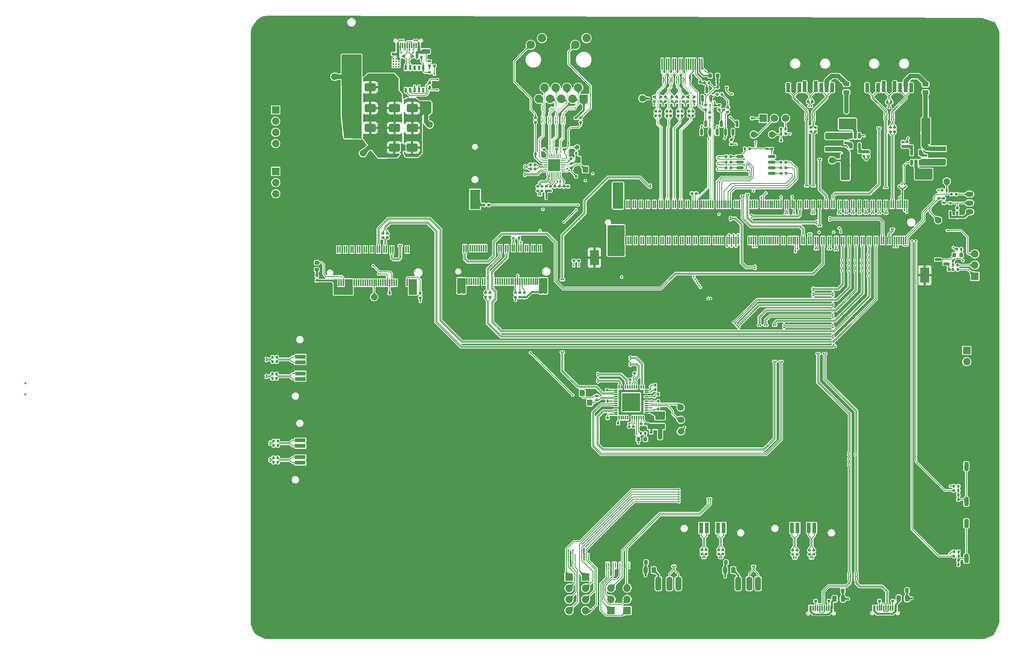
<source format=gbr>
%TF.GenerationSoftware,KiCad,Pcbnew,9.0.3*%
%TF.CreationDate,2025-07-29T21:44:46-04:00*%
%TF.ProjectId,[DFR1142]Lite Carrier for LattePanda Mu,5b444652-3131-4343-925d-4c6974652043,rev?*%
%TF.SameCoordinates,Original*%
%TF.FileFunction,Copper,L1,Top*%
%TF.FilePolarity,Positive*%
%FSLAX46Y46*%
G04 Gerber Fmt 4.6, Leading zero omitted, Abs format (unit mm)*
G04 Created by KiCad (PCBNEW 9.0.3) date 2025-07-29 21:44:46*
%MOMM*%
%LPD*%
G01*
G04 APERTURE LIST*
G04 Aperture macros list*
%AMRoundRect*
0 Rectangle with rounded corners*
0 $1 Rounding radius*
0 $2 $3 $4 $5 $6 $7 $8 $9 X,Y pos of 4 corners*
0 Add a 4 corners polygon primitive as box body*
4,1,4,$2,$3,$4,$5,$6,$7,$8,$9,$2,$3,0*
0 Add four circle primitives for the rounded corners*
1,1,$1+$1,$2,$3*
1,1,$1+$1,$4,$5*
1,1,$1+$1,$6,$7*
1,1,$1+$1,$8,$9*
0 Add four rect primitives between the rounded corners*
20,1,$1+$1,$2,$3,$4,$5,0*
20,1,$1+$1,$4,$5,$6,$7,0*
20,1,$1+$1,$6,$7,$8,$9,0*
20,1,$1+$1,$8,$9,$2,$3,0*%
%AMFreePoly0*
4,1,14,0.085355,0.385355,0.100000,0.350000,0.100000,-0.350000,0.085355,-0.385355,0.050000,-0.400000,0.020711,-0.400000,-0.014644,-0.385355,-0.085355,-0.314644,-0.100000,-0.279289,-0.100000,0.350000,-0.085355,0.385355,-0.050000,0.400000,0.050000,0.400000,0.085355,0.385355,0.085355,0.385355,$1*%
%AMFreePoly1*
4,1,14,0.085355,0.385355,0.100000,0.350000,0.100000,-0.279289,0.085355,-0.314644,0.014644,-0.385355,-0.020711,-0.400000,-0.050000,-0.400000,-0.085355,-0.385355,-0.100000,-0.350000,-0.100000,0.350000,-0.085355,0.385355,-0.050000,0.400000,0.050000,0.400000,0.085355,0.385355,0.085355,0.385355,$1*%
%AMFreePoly2*
4,1,14,0.385355,0.085355,0.400000,0.050000,0.400000,-0.050000,0.385355,-0.085355,0.350000,-0.100000,-0.350000,-0.100000,-0.385355,-0.085355,-0.400000,-0.050000,-0.400000,-0.020711,-0.385355,0.014644,-0.314644,0.085355,-0.279289,0.100000,0.350000,0.100000,0.385355,0.085355,0.385355,0.085355,$1*%
%AMFreePoly3*
4,1,14,0.385355,0.085355,0.400000,0.050000,0.400000,-0.050000,0.385355,-0.085355,0.350000,-0.100000,-0.279289,-0.100000,-0.314644,-0.085355,-0.385355,-0.014644,-0.400000,0.020711,-0.400000,0.050000,-0.385355,0.085355,-0.350000,0.100000,0.350000,0.100000,0.385355,0.085355,0.385355,0.085355,$1*%
%AMFreePoly4*
4,1,14,0.014644,0.385355,0.085355,0.314644,0.100000,0.279289,0.100000,-0.350000,0.085355,-0.385355,0.050000,-0.400000,-0.050000,-0.400000,-0.085355,-0.385355,-0.100000,-0.350000,-0.100000,0.350000,-0.085355,0.385355,-0.050000,0.400000,-0.020711,0.400000,0.014644,0.385355,0.014644,0.385355,$1*%
%AMFreePoly5*
4,1,14,0.085355,0.385355,0.100000,0.350000,0.100000,-0.350000,0.085355,-0.385355,0.050000,-0.400000,-0.050000,-0.400000,-0.085355,-0.385355,-0.100000,-0.350000,-0.100000,0.279289,-0.085355,0.314644,-0.014644,0.385355,0.020711,0.400000,0.050000,0.400000,0.085355,0.385355,0.085355,0.385355,$1*%
%AMFreePoly6*
4,1,14,0.385355,0.085355,0.400000,0.050000,0.400000,0.020711,0.385355,-0.014644,0.314644,-0.085355,0.279289,-0.100000,-0.350000,-0.100000,-0.385355,-0.085355,-0.400000,-0.050000,-0.400000,0.050000,-0.385355,0.085355,-0.350000,0.100000,0.350000,0.100000,0.385355,0.085355,0.385355,0.085355,$1*%
%AMFreePoly7*
4,1,14,0.314644,0.085355,0.385355,0.014644,0.400000,-0.020711,0.400000,-0.050000,0.385355,-0.085355,0.350000,-0.100000,-0.350000,-0.100000,-0.385355,-0.085355,-0.400000,-0.050000,-0.400000,0.050000,-0.385355,0.085355,-0.350000,0.100000,0.279289,0.100000,0.314644,0.085355,0.314644,0.085355,$1*%
G04 Aperture macros list end*
%TA.AperFunction,ComponentPad*%
%ADD10C,0.800000*%
%TD*%
%TA.AperFunction,ComponentPad*%
%ADD11C,6.400000*%
%TD*%
%TA.AperFunction,SMDPad,CuDef*%
%ADD12R,0.250000X0.625000*%
%TD*%
%TA.AperFunction,SMDPad,CuDef*%
%ADD13R,0.400000X0.700000*%
%TD*%
%TA.AperFunction,SMDPad,CuDef*%
%ADD14R,0.400000X0.575000*%
%TD*%
%TA.AperFunction,SMDPad,CuDef*%
%ADD15RoundRect,0.135000X0.185000X-0.135000X0.185000X0.135000X-0.185000X0.135000X-0.185000X-0.135000X0*%
%TD*%
%TA.AperFunction,ComponentPad*%
%ADD16R,1.700000X1.700000*%
%TD*%
%TA.AperFunction,ComponentPad*%
%ADD17C,1.700000*%
%TD*%
%TA.AperFunction,SMDPad,CuDef*%
%ADD18RoundRect,0.135000X-0.135000X-0.185000X0.135000X-0.185000X0.135000X0.185000X-0.135000X0.185000X0*%
%TD*%
%TA.AperFunction,SMDPad,CuDef*%
%ADD19RoundRect,0.135000X0.135000X0.185000X-0.135000X0.185000X-0.135000X-0.185000X0.135000X-0.185000X0*%
%TD*%
%TA.AperFunction,SMDPad,CuDef*%
%ADD20RoundRect,0.162500X-0.650000X-0.162500X0.650000X-0.162500X0.650000X0.162500X-0.650000X0.162500X0*%
%TD*%
%TA.AperFunction,SMDPad,CuDef*%
%ADD21RoundRect,0.062500X-0.062500X0.117500X-0.062500X-0.117500X0.062500X-0.117500X0.062500X0.117500X0*%
%TD*%
%TA.AperFunction,SMDPad,CuDef*%
%ADD22RoundRect,0.140000X0.170000X-0.140000X0.170000X0.140000X-0.170000X0.140000X-0.170000X-0.140000X0*%
%TD*%
%TA.AperFunction,SMDPad,CuDef*%
%ADD23RoundRect,0.218750X0.218750X0.256250X-0.218750X0.256250X-0.218750X-0.256250X0.218750X-0.256250X0*%
%TD*%
%TA.AperFunction,SMDPad,CuDef*%
%ADD24RoundRect,0.140000X-0.140000X-0.170000X0.140000X-0.170000X0.140000X0.170000X-0.140000X0.170000X0*%
%TD*%
%TA.AperFunction,SMDPad,CuDef*%
%ADD25R,2.300000X4.500000*%
%TD*%
%TA.AperFunction,SMDPad,CuDef*%
%ADD26RoundRect,0.225000X-0.225000X-0.250000X0.225000X-0.250000X0.225000X0.250000X-0.225000X0.250000X0*%
%TD*%
%TA.AperFunction,SMDPad,CuDef*%
%ADD27RoundRect,0.140000X-0.170000X0.140000X-0.170000X-0.140000X0.170000X-0.140000X0.170000X0.140000X0*%
%TD*%
%TA.AperFunction,SMDPad,CuDef*%
%ADD28RoundRect,0.140000X0.140000X0.170000X-0.140000X0.170000X-0.140000X-0.170000X0.140000X-0.170000X0*%
%TD*%
%TA.AperFunction,SMDPad,CuDef*%
%ADD29RoundRect,0.225000X0.225000X0.250000X-0.225000X0.250000X-0.225000X-0.250000X0.225000X-0.250000X0*%
%TD*%
%TA.AperFunction,SMDPad,CuDef*%
%ADD30RoundRect,0.147500X0.147500X0.172500X-0.147500X0.172500X-0.147500X-0.172500X0.147500X-0.172500X0*%
%TD*%
%TA.AperFunction,SMDPad,CuDef*%
%ADD31RoundRect,0.147500X0.172500X-0.147500X0.172500X0.147500X-0.172500X0.147500X-0.172500X-0.147500X0*%
%TD*%
%TA.AperFunction,SMDPad,CuDef*%
%ADD32RoundRect,0.147500X-0.147500X-0.172500X0.147500X-0.172500X0.147500X0.172500X-0.147500X0.172500X0*%
%TD*%
%TA.AperFunction,SMDPad,CuDef*%
%ADD33RoundRect,0.200000X0.200000X0.275000X-0.200000X0.275000X-0.200000X-0.275000X0.200000X-0.275000X0*%
%TD*%
%TA.AperFunction,SMDPad,CuDef*%
%ADD34RoundRect,0.250000X0.450000X-0.262500X0.450000X0.262500X-0.450000X0.262500X-0.450000X-0.262500X0*%
%TD*%
%TA.AperFunction,SMDPad,CuDef*%
%ADD35RoundRect,0.243750X0.456250X-0.243750X0.456250X0.243750X-0.456250X0.243750X-0.456250X-0.243750X0*%
%TD*%
%TA.AperFunction,SMDPad,CuDef*%
%ADD36RoundRect,0.243750X0.243750X0.456250X-0.243750X0.456250X-0.243750X-0.456250X0.243750X-0.456250X0*%
%TD*%
%TA.AperFunction,SMDPad,CuDef*%
%ADD37RoundRect,0.243750X-0.243750X-0.456250X0.243750X-0.456250X0.243750X0.456250X-0.243750X0.456250X0*%
%TD*%
%TA.AperFunction,SMDPad,CuDef*%
%ADD38C,0.500000*%
%TD*%
%TA.AperFunction,ComponentPad*%
%ADD39O,1.700000X1.700000*%
%TD*%
%TA.AperFunction,ComponentPad*%
%ADD40O,1.500000X2.300000*%
%TD*%
%TA.AperFunction,ComponentPad*%
%ADD41O,1.500000X3.300000*%
%TD*%
%TA.AperFunction,SMDPad,CuDef*%
%ADD42R,0.300000X2.600000*%
%TD*%
%TA.AperFunction,ComponentPad*%
%ADD43C,2.500000*%
%TD*%
%TA.AperFunction,ComponentPad*%
%ADD44C,1.900000*%
%TD*%
%TA.AperFunction,ComponentPad*%
%ADD45R,1.900000X1.900000*%
%TD*%
%TA.AperFunction,SMDPad,CuDef*%
%ADD46R,1.200000X2.750000*%
%TD*%
%TA.AperFunction,SMDPad,CuDef*%
%ADD47R,0.300000X1.550000*%
%TD*%
%TA.AperFunction,ComponentPad*%
%ADD48O,1.500000X2.700000*%
%TD*%
%TA.AperFunction,ComponentPad*%
%ADD49O,3.700000X1.500000*%
%TD*%
%TA.AperFunction,ComponentPad*%
%ADD50C,2.200000*%
%TD*%
%TA.AperFunction,ComponentPad*%
%ADD51O,1.000000X1.800000*%
%TD*%
%TA.AperFunction,ComponentPad*%
%ADD52O,1.000000X2.100000*%
%TD*%
%TA.AperFunction,SMDPad,CuDef*%
%ADD53R,0.600000X1.240000*%
%TD*%
%TA.AperFunction,SMDPad,CuDef*%
%ADD54R,0.300000X1.240000*%
%TD*%
%TA.AperFunction,HeatsinkPad*%
%ADD55O,2.520000X3.400000*%
%TD*%
%TA.AperFunction,SMDPad,CuDef*%
%ADD56RoundRect,0.225000X0.225000X0.850000X-0.225000X0.850000X-0.225000X-0.850000X0.225000X-0.850000X0*%
%TD*%
%TA.AperFunction,SMDPad,CuDef*%
%ADD57RoundRect,0.225000X0.225000X1.075000X-0.225000X1.075000X-0.225000X-1.075000X0.225000X-1.075000X0*%
%TD*%
%TA.AperFunction,HeatsinkPad*%
%ADD58O,1.200000X2.900000*%
%TD*%
%TA.AperFunction,SMDPad,CuDef*%
%ADD59RoundRect,0.325000X-0.325000X-1.175000X0.325000X-1.175000X0.325000X1.175000X-0.325000X1.175000X0*%
%TD*%
%TA.AperFunction,SMDPad,CuDef*%
%ADD60R,0.889000X2.387600*%
%TD*%
%TA.AperFunction,SMDPad,CuDef*%
%ADD61R,2.387600X0.889000*%
%TD*%
%TA.AperFunction,SMDPad,CuDef*%
%ADD62R,3.700000X1.100000*%
%TD*%
%TA.AperFunction,ComponentPad*%
%ADD63O,1.750000X1.200000*%
%TD*%
%TA.AperFunction,ComponentPad*%
%ADD64RoundRect,0.250000X0.625000X-0.350000X0.625000X0.350000X-0.625000X0.350000X-0.625000X-0.350000X0*%
%TD*%
%TA.AperFunction,SMDPad,CuDef*%
%ADD65RoundRect,0.150000X0.150000X-0.587500X0.150000X0.587500X-0.150000X0.587500X-0.150000X-0.587500X0*%
%TD*%
%TA.AperFunction,SMDPad,CuDef*%
%ADD66RoundRect,0.150000X0.587500X0.150000X-0.587500X0.150000X-0.587500X-0.150000X0.587500X-0.150000X0*%
%TD*%
%TA.AperFunction,SMDPad,CuDef*%
%ADD67RoundRect,0.135000X-0.185000X0.135000X-0.185000X-0.135000X0.185000X-0.135000X0.185000X0.135000X0*%
%TD*%
%TA.AperFunction,SMDPad,CuDef*%
%ADD68R,2.650000X2.650000*%
%TD*%
%TA.AperFunction,SMDPad,CuDef*%
%ADD69FreePoly0,270.000000*%
%TD*%
%TA.AperFunction,SMDPad,CuDef*%
%ADD70RoundRect,0.050000X-0.350000X0.050000X-0.350000X-0.050000X0.350000X-0.050000X0.350000X0.050000X0*%
%TD*%
%TA.AperFunction,SMDPad,CuDef*%
%ADD71FreePoly1,270.000000*%
%TD*%
%TA.AperFunction,SMDPad,CuDef*%
%ADD72FreePoly2,270.000000*%
%TD*%
%TA.AperFunction,SMDPad,CuDef*%
%ADD73RoundRect,0.050000X-0.050000X0.350000X-0.050000X-0.350000X0.050000X-0.350000X0.050000X0.350000X0*%
%TD*%
%TA.AperFunction,SMDPad,CuDef*%
%ADD74FreePoly3,270.000000*%
%TD*%
%TA.AperFunction,SMDPad,CuDef*%
%ADD75FreePoly4,270.000000*%
%TD*%
%TA.AperFunction,SMDPad,CuDef*%
%ADD76FreePoly5,270.000000*%
%TD*%
%TA.AperFunction,SMDPad,CuDef*%
%ADD77FreePoly6,270.000000*%
%TD*%
%TA.AperFunction,SMDPad,CuDef*%
%ADD78FreePoly7,270.000000*%
%TD*%
%TA.AperFunction,SMDPad,CuDef*%
%ADD79R,0.510000X1.100000*%
%TD*%
%TA.AperFunction,SMDPad,CuDef*%
%ADD80R,3.200000X2.300000*%
%TD*%
%TA.AperFunction,SMDPad,CuDef*%
%ADD81RoundRect,0.150000X-0.150000X0.512500X-0.150000X-0.512500X0.150000X-0.512500X0.150000X0.512500X0*%
%TD*%
%TA.AperFunction,SMDPad,CuDef*%
%ADD82RoundRect,0.150000X0.150000X-0.512500X0.150000X0.512500X-0.150000X0.512500X-0.150000X-0.512500X0*%
%TD*%
%TA.AperFunction,SMDPad,CuDef*%
%ADD83R,1.200000X1.400000*%
%TD*%
%TA.AperFunction,ComponentPad*%
%ADD84C,0.900000*%
%TD*%
%TA.AperFunction,ComponentPad*%
%ADD85C,8.000000*%
%TD*%
%TA.AperFunction,SMDPad,CuDef*%
%ADD86RoundRect,0.112500X-0.187500X-0.112500X0.187500X-0.112500X0.187500X0.112500X-0.187500X0.112500X0*%
%TD*%
%TA.AperFunction,SMDPad,CuDef*%
%ADD87R,0.450000X0.700000*%
%TD*%
%TA.AperFunction,SMDPad,CuDef*%
%ADD88R,0.450000X0.575000*%
%TD*%
%TA.AperFunction,SMDPad,CuDef*%
%ADD89C,1.500000*%
%TD*%
%TA.AperFunction,SMDPad,CuDef*%
%ADD90RoundRect,0.250000X1.000000X0.650000X-1.000000X0.650000X-1.000000X-0.650000X1.000000X-0.650000X0*%
%TD*%
%TA.AperFunction,SMDPad,CuDef*%
%ADD91RoundRect,0.250000X-1.000000X-0.650000X1.000000X-0.650000X1.000000X0.650000X-1.000000X0.650000X0*%
%TD*%
%TA.AperFunction,SMDPad,CuDef*%
%ADD92RoundRect,0.250000X0.350000X-0.450000X0.350000X0.450000X-0.350000X0.450000X-0.350000X-0.450000X0*%
%TD*%
%TA.AperFunction,SMDPad,CuDef*%
%ADD93RoundRect,0.218750X-0.256250X0.218750X-0.256250X-0.218750X0.256250X-0.218750X0.256250X0.218750X0*%
%TD*%
%TA.AperFunction,SMDPad,CuDef*%
%ADD94RoundRect,0.250000X0.250000X-0.750000X0.250000X0.750000X-0.250000X0.750000X-0.250000X-0.750000X0*%
%TD*%
%TA.AperFunction,ComponentPad*%
%ADD95C,3.200000*%
%TD*%
%TA.AperFunction,ConnectorPad*%
%ADD96C,4.400000*%
%TD*%
%TA.AperFunction,SMDPad,CuDef*%
%ADD97RoundRect,0.250000X-0.250000X-0.475000X0.250000X-0.475000X0.250000X0.475000X-0.250000X0.475000X0*%
%TD*%
%TA.AperFunction,SMDPad,CuDef*%
%ADD98RoundRect,0.218750X-0.218750X-0.256250X0.218750X-0.256250X0.218750X0.256250X-0.218750X0.256250X0*%
%TD*%
%TA.AperFunction,SMDPad,CuDef*%
%ADD99RoundRect,0.112500X0.112500X-0.187500X0.112500X0.187500X-0.112500X0.187500X-0.112500X-0.187500X0*%
%TD*%
%TA.AperFunction,SMDPad,CuDef*%
%ADD100O,1.000000X0.280000*%
%TD*%
%TA.AperFunction,SMDPad,CuDef*%
%ADD101O,0.280000X1.000000*%
%TD*%
%TA.AperFunction,SMDPad,CuDef*%
%ADD102R,4.100000X4.100000*%
%TD*%
%TA.AperFunction,SMDPad,CuDef*%
%ADD103RoundRect,0.250000X-0.850000X0.375000X-0.850000X-0.375000X0.850000X-0.375000X0.850000X0.375000X0*%
%TD*%
%TA.AperFunction,SMDPad,CuDef*%
%ADD104R,2.000000X3.500000*%
%TD*%
%TA.AperFunction,SMDPad,CuDef*%
%ADD105R,0.300000X1.750000*%
%TD*%
%TA.AperFunction,ViaPad*%
%ADD106C,0.400000*%
%TD*%
%TA.AperFunction,ViaPad*%
%ADD107C,0.460000*%
%TD*%
%TA.AperFunction,ViaPad*%
%ADD108C,0.500000*%
%TD*%
%TA.AperFunction,Conductor*%
%ADD109C,0.170400*%
%TD*%
%TA.AperFunction,Conductor*%
%ADD110C,0.200000*%
%TD*%
%TA.AperFunction,Conductor*%
%ADD111C,0.400000*%
%TD*%
%TA.AperFunction,Conductor*%
%ADD112C,1.000000*%
%TD*%
%TA.AperFunction,Conductor*%
%ADD113C,0.300000*%
%TD*%
%TA.AperFunction,Conductor*%
%ADD114C,0.170500*%
%TD*%
%TA.AperFunction,Conductor*%
%ADD115C,0.250000*%
%TD*%
%TA.AperFunction,Conductor*%
%ADD116C,0.150000*%
%TD*%
%TA.AperFunction,Conductor*%
%ADD117C,0.120400*%
%TD*%
%TA.AperFunction,Conductor*%
%ADD118C,0.120000*%
%TD*%
%TA.AperFunction,Conductor*%
%ADD119C,0.500000*%
%TD*%
%TA.AperFunction,Conductor*%
%ADD120C,0.125000*%
%TD*%
%TA.AperFunction,Conductor*%
%ADD121C,0.600000*%
%TD*%
%TA.AperFunction,Conductor*%
%ADD122C,0.116100*%
%TD*%
G04 APERTURE END LIST*
D10*
%TO.P,H1,1,1*%
%TO.N,GND*%
X122992573Y-58020627D03*
X124689629Y-58723571D03*
X121295517Y-58723571D03*
X125392573Y-60420627D03*
D11*
X122992573Y-60420627D03*
D10*
X120592573Y-60420627D03*
X124689629Y-62117683D03*
X121295517Y-62117683D03*
X122992573Y-62820627D03*
%TD*%
D12*
%TO.P,U12,1*%
%TO.N,/GPIO/SOC_UART1_TX*%
X199900000Y-180740000D03*
%TO.P,U12,2*%
%TO.N,/GPIO/SOC_UART1_RX*%
X200400000Y-180740000D03*
D13*
%TO.P,U12,3,VSS*%
%TO.N,GND*%
X200900000Y-180702500D03*
D12*
%TO.P,U12,4*%
%TO.N,/GPIO/SOC_UART0_TX*%
X201400000Y-180740000D03*
%TO.P,U12,5*%
%TO.N,Net-(U12-NC-Pad6)*%
X201900000Y-180740000D03*
%TO.P,U12,6,NC*%
X201900000Y-179965000D03*
%TO.P,U12,7,NC*%
%TO.N,/GPIO/SOC_UART0_TX*%
X201400000Y-179965000D03*
D14*
%TO.P,U12,8,VSS*%
%TO.N,GND*%
X200900000Y-179940000D03*
D12*
%TO.P,U12,9,NC*%
%TO.N,/GPIO/SOC_UART1_RX*%
X200400000Y-179965000D03*
%TO.P,U12,10,NC*%
%TO.N,/GPIO/SOC_UART1_TX*%
X199900000Y-179965000D03*
%TD*%
D15*
%TO.P,R95,1*%
%TO.N,GND*%
X232925000Y-79835000D03*
%TO.P,R95,2*%
%TO.N,Net-(J88-Pin_1)*%
X232925000Y-78815000D03*
%TD*%
D16*
%TO.P,J88,1,Pin_1*%
%TO.N,Net-(J88-Pin_1)*%
X235410000Y-78825000D03*
D17*
%TO.P,J88,2,Pin_2*%
%TO.N,Net-(A1-~{BIOS_SEL})*%
X237950000Y-78825000D03*
%TO.P,J88,3,Pin_3*%
%TO.N,Net-(J88-Pin_3)*%
X240490000Y-78825000D03*
%TD*%
D18*
%TO.P,R88,2*%
%TO.N,Net-(U79-~{CS})*%
X228047500Y-87490000D03*
%TO.P,R88,1*%
%TO.N,/BIOS/SPI_CS*%
X227027500Y-87490000D03*
%TD*%
%TO.P,R92,2*%
%TO.N,Net-(U79-~{WP}{slash}IO_{2})*%
X228047500Y-90040000D03*
%TO.P,R92,1*%
%TO.N,/BIOS/SPI_IO2*%
X227027500Y-90040000D03*
%TD*%
%TO.P,R89,2*%
%TO.N,/BIOS/SPI_CLK*%
X240532500Y-90040000D03*
%TO.P,R89,1*%
%TO.N,Net-(U79-CLK)*%
X239512500Y-90040000D03*
%TD*%
D19*
%TO.P,R90,2*%
%TO.N,Net-(U79-DI{slash}IO_{0})*%
X239527500Y-91315000D03*
%TO.P,R90,1*%
%TO.N,/BIOS/SPI_IO0*%
X240547500Y-91315000D03*
%TD*%
D18*
%TO.P,R91,2*%
%TO.N,Net-(U79-DO{slash}IO_{1})*%
X228047500Y-88765000D03*
%TO.P,R91,1*%
%TO.N,/BIOS/SPI_IO1*%
X227027500Y-88765000D03*
%TD*%
D19*
%TO.P,R93,2*%
%TO.N,Net-(U79-~{HOLD}{slash}~{RESET}{slash}IO_{3})*%
X239512500Y-88765000D03*
%TO.P,R93,1*%
%TO.N,/BIOS/SPI_IO3*%
X240532500Y-88765000D03*
%TD*%
D20*
%TO.P,U79,8,VCC*%
%TO.N,Net-(D79-K)*%
X237362500Y-87495000D03*
%TO.P,U79,7,~{HOLD}/~{RESET}/IO_{3}*%
%TO.N,Net-(U79-~{HOLD}{slash}~{RESET}{slash}IO_{3})*%
X237362500Y-88765000D03*
%TO.P,U79,6,CLK*%
%TO.N,Net-(U79-CLK)*%
X237362500Y-90035000D03*
%TO.P,U79,5,DI/IO_{0}*%
%TO.N,Net-(U79-DI{slash}IO_{0})*%
X237362500Y-91305000D03*
%TO.P,U79,4,GND*%
%TO.N,GND*%
X230187500Y-91305000D03*
%TO.P,U79,3,~{WP}/IO_{2}*%
%TO.N,Net-(U79-~{WP}{slash}IO_{2})*%
X230187500Y-90035000D03*
%TO.P,U79,2,DO/IO_{1}*%
%TO.N,Net-(U79-DO{slash}IO_{1})*%
X230187500Y-88765000D03*
%TO.P,U79,1,~{CS}*%
%TO.N,Net-(U79-~{CS})*%
X230187500Y-87495000D03*
%TD*%
D19*
%TO.P,R94,1*%
%TO.N,Net-(D79-K)*%
X232310000Y-85725000D03*
%TO.P,R94,2*%
%TO.N,Net-(U79-~{CS})*%
X231290000Y-85725000D03*
%TD*%
D21*
%TO.P,D79,1,K*%
%TO.N,Net-(D79-K)*%
X233725000Y-85722500D03*
%TO.P,D79,2,A*%
%TO.N,+3V3*%
X233725000Y-84882500D03*
%TD*%
D22*
%TO.P,C122,1*%
%TO.N,Net-(D79-K)*%
X236370000Y-85750000D03*
%TO.P,C122,2*%
%TO.N,GND*%
X236370000Y-84790000D03*
%TD*%
%TO.P,C121,1*%
%TO.N,Net-(D79-K)*%
X237375000Y-85750000D03*
%TO.P,C121,2*%
%TO.N,GND*%
X237375000Y-84790000D03*
%TD*%
D19*
%TO.P,R87,1*%
%TO.N,Net-(D78-K)*%
X208685000Y-150325000D03*
%TO.P,R87,2*%
%TO.N,LED*%
X207665000Y-150325000D03*
%TD*%
D23*
%TO.P,D78,1,K*%
%TO.N,Net-(D78-K)*%
X208687500Y-151675000D03*
%TO.P,D78,2,A*%
%TO.N,+3V3*%
X207112500Y-151675000D03*
%TD*%
D24*
%TO.P,C114,2*%
%TO.N,/PCIe x4/SATA/SATA_RX_3+*%
X125050000Y-134080000D03*
%TO.P,C114,1*%
%TO.N,SATA3_RX-*%
X124090000Y-134080000D03*
%TD*%
%TO.P,C118,2*%
%TO.N,/PCIe x4/SATA/SATA_RX_3-*%
X125055000Y-133080000D03*
%TO.P,C118,1*%
%TO.N,SATA3_RX+*%
X124095000Y-133080000D03*
%TD*%
D25*
%TO.P,BT1,2,-*%
%TO.N,GND*%
X170025000Y-80800000D03*
%TO.P,BT1,1,+*%
%TO.N,Net-(BT1-+)*%
X170025000Y-97200000D03*
%TD*%
D22*
%TO.P,C17,2*%
%TO.N,/HDMI/TMDS_D2+*%
X211025000Y-77250000D03*
%TO.P,C17,1*%
%TO.N,/HDMI/DDI_B_TX0+*%
X211025000Y-78210000D03*
%TD*%
%TO.P,C18,2*%
%TO.N,/HDMI/TMDS_D2-*%
X211950000Y-77250000D03*
%TO.P,C18,1*%
%TO.N,/HDMI/DDI_B_TX0-*%
X211950000Y-78210000D03*
%TD*%
%TO.P,C19,2*%
%TO.N,/HDMI/TMDS_D1+*%
X213525000Y-77250000D03*
%TO.P,C19,1*%
%TO.N,/HDMI/DDI_B_TX1+*%
X213525000Y-78210000D03*
%TD*%
%TO.P,C20,2*%
%TO.N,/HDMI/TMDS_D1-*%
X214450000Y-77250000D03*
%TO.P,C20,1*%
%TO.N,/HDMI/DDI_B_TX1-*%
X214450000Y-78210000D03*
%TD*%
%TO.P,C21,2*%
%TO.N,/HDMI/TMDS_D0+*%
X216075000Y-77245000D03*
%TO.P,C21,1*%
%TO.N,/HDMI/DDI_B_TX2+*%
X216075000Y-78205000D03*
%TD*%
%TO.P,C22,2*%
%TO.N,/HDMI/TMDS_D0-*%
X217000000Y-77245000D03*
%TO.P,C22,1*%
%TO.N,/HDMI/DDI_B_TX2-*%
X217000000Y-78205000D03*
%TD*%
%TO.P,C23,2*%
%TO.N,/HDMI/TMDS_CK+*%
X218555621Y-77245000D03*
%TO.P,C23,1*%
%TO.N,/HDMI/DDI_B_TX3+*%
X218555621Y-78205000D03*
%TD*%
%TO.P,C24,2*%
%TO.N,/HDMI/TMDS_CK-*%
X219475000Y-77245000D03*
%TO.P,C24,1*%
%TO.N,/HDMI/DDI_B_TX3-*%
X219475000Y-78205000D03*
%TD*%
D24*
%TO.P,C25,2*%
%TO.N,GND*%
X226010000Y-70375000D03*
%TO.P,C25,1*%
%TO.N,5V_HDMI_VCC*%
X225050000Y-70375000D03*
%TD*%
D22*
%TO.P,C26,2*%
%TO.N,/USB2.0&USB3.0/CON_USB3_SSTX_N*%
X264250000Y-80882500D03*
%TO.P,C26,1*%
%TO.N,/LattePanda Module/HSIO_0_TX-*%
X264250000Y-81842500D03*
%TD*%
%TO.P,C27,2*%
%TO.N,/USB2.0&USB3.0/CON_USB3_SSTX_P*%
X265250000Y-80882500D03*
%TO.P,C27,1*%
%TO.N,/LattePanda Module/HSIO_0_TX+*%
X265250000Y-81842500D03*
%TD*%
%TO.P,C28,2*%
%TO.N,/USB2.0&USB3.0/CON_USB4_SSTX_N*%
X246288999Y-80900000D03*
%TO.P,C28,1*%
%TO.N,/LattePanda Module/HSIO_1_TX-*%
X246288999Y-81860000D03*
%TD*%
%TO.P,C29,2*%
%TO.N,/USB2.0&USB3.0/CON_USB4_SSTX_P*%
X247288999Y-80895000D03*
%TO.P,C29,1*%
%TO.N,/LattePanda Module/HSIO_1_TX+*%
X247288999Y-81855000D03*
%TD*%
D26*
%TO.P,C31,2*%
%TO.N,+5V*%
X272275000Y-74575000D03*
%TO.P,C31,1*%
%TO.N,GND*%
X270725000Y-74575000D03*
%TD*%
%TO.P,C32,2*%
%TO.N,+5V*%
X254288999Y-74525000D03*
%TO.P,C32,1*%
%TO.N,GND*%
X252738999Y-74525000D03*
%TD*%
D22*
%TO.P,C33,2*%
%TO.N,+1V0*%
X188166150Y-94270000D03*
%TO.P,C33,1*%
%TO.N,GND*%
X188166150Y-95230000D03*
%TD*%
D27*
%TO.P,C34,2*%
%TO.N,+1V0*%
X191842669Y-87950793D03*
%TO.P,C34,1*%
%TO.N,GND*%
X191842669Y-86990793D03*
%TD*%
%TO.P,C35,2*%
%TO.N,+1V0*%
X188566150Y-85850000D03*
%TO.P,C35,1*%
%TO.N,GND*%
X188566150Y-84890000D03*
%TD*%
%TO.P,C36,2*%
%TO.N,+1V0*%
X185691150Y-85855000D03*
%TO.P,C36,1*%
%TO.N,GND*%
X185691150Y-84895000D03*
%TD*%
D24*
%TO.P,C37,2*%
%TO.N,+3V3*%
X183730000Y-86950000D03*
%TO.P,C37,1*%
%TO.N,GND*%
X182770000Y-86950000D03*
%TD*%
D28*
%TO.P,C38,2*%
%TO.N,/Gigabit Ethernet/GbE_PCIe_TX-*%
X182640000Y-90325000D03*
%TO.P,C38,1*%
%TO.N,/Gigabit Ethernet/HSI-*%
X183600000Y-90325000D03*
%TD*%
D27*
%TO.P,C39,2*%
%TO.N,/Gigabit Ethernet/GbE_PCIe_RX-*%
X185191150Y-95255000D03*
%TO.P,C39,1*%
%TO.N,/Gigabit Ethernet/HSO-*%
X185191150Y-94295000D03*
%TD*%
D22*
%TO.P,C40,2*%
%TO.N,+1V0*%
X191166150Y-94270000D03*
%TO.P,C40,1*%
%TO.N,GND*%
X191166150Y-95230000D03*
%TD*%
D27*
%TO.P,C41,2*%
%TO.N,+3V3*%
X190316150Y-85855000D03*
%TO.P,C41,1*%
%TO.N,GND*%
X190316150Y-84895000D03*
%TD*%
D28*
%TO.P,C42,2*%
%TO.N,/Gigabit Ethernet/GbE_PCIe_TX+*%
X182640000Y-89350000D03*
%TO.P,C42,1*%
%TO.N,/Gigabit Ethernet/HSI+*%
X183600000Y-89350000D03*
%TD*%
D27*
%TO.P,C43,2*%
%TO.N,/Gigabit Ethernet/GbE_PCIe_RX+*%
X184266150Y-95255000D03*
%TO.P,C43,1*%
%TO.N,/Gigabit Ethernet/HSO+*%
X184266150Y-94295000D03*
%TD*%
D22*
%TO.P,C44,2*%
%TO.N,+1V0*%
X190166150Y-94270000D03*
%TO.P,C44,1*%
%TO.N,GND*%
X190166150Y-95230000D03*
%TD*%
%TO.P,C45,2*%
%TO.N,+3V3*%
X189166150Y-94270000D03*
%TO.P,C45,1*%
%TO.N,GND*%
X189166150Y-95230000D03*
%TD*%
D28*
%TO.P,C46,2*%
%TO.N,Net-(U6-CKXTAL2)*%
X192982669Y-86700793D03*
%TO.P,C46,1*%
%TO.N,GND*%
X193942669Y-86700793D03*
%TD*%
%TO.P,C47,2*%
%TO.N,Net-(U6-CKXTAL1)*%
X192967669Y-91975793D03*
%TO.P,C47,1*%
%TO.N,GND*%
X193927669Y-91975793D03*
%TD*%
D27*
%TO.P,C48,2*%
%TO.N,GND*%
X192925000Y-79700000D03*
%TO.P,C48,1*%
%TO.N,Net-(J6-CT)*%
X192925000Y-78740000D03*
%TD*%
%TO.P,C49,2*%
%TO.N,/M.2 E&M Key/CON_PCIE_TX_1+*%
X150150000Y-105905000D03*
%TO.P,C49,1*%
%TO.N,/LattePanda Module/HSIO_2_TX+*%
X150150000Y-104945000D03*
%TD*%
%TO.P,C50,2*%
%TO.N,/M.2 E&M Key/CON_PCIE_TX_1-*%
X149175000Y-105905000D03*
%TO.P,C50,1*%
%TO.N,/LattePanda Module/HSIO_2_TX-*%
X149175000Y-104945000D03*
%TD*%
D22*
%TO.P,C51,2*%
%TO.N,+3V3*%
X139275000Y-118565000D03*
%TO.P,C51,1*%
%TO.N,GND*%
X139275000Y-119525000D03*
%TD*%
%TO.P,C52,2*%
%TO.N,+3V3*%
X140275000Y-118565000D03*
%TO.P,C52,1*%
%TO.N,GND*%
X140275000Y-119525000D03*
%TD*%
%TO.P,C53,2*%
%TO.N,+3V3*%
X155425000Y-118620000D03*
%TO.P,C53,1*%
%TO.N,GND*%
X155425000Y-119580000D03*
%TD*%
%TO.P,C54,2*%
%TO.N,+3V3*%
X156425000Y-118615000D03*
%TO.P,C54,1*%
%TO.N,GND*%
X156425000Y-119575000D03*
%TD*%
%TO.P,C55,2*%
%TO.N,/M.2 E&M Key/CON_PCIE_TX_0+*%
X172450000Y-118445000D03*
%TO.P,C55,1*%
%TO.N,/LattePanda Module/HSIO_3_TX+*%
X172450000Y-119405000D03*
%TD*%
%TO.P,C56,2*%
%TO.N,/M.2 E&M Key/CON_PCIE_TX_0-*%
X173450000Y-118445000D03*
%TO.P,C56,1*%
%TO.N,/LattePanda Module/HSIO_3_TX-*%
X173450000Y-119405000D03*
%TD*%
%TO.P,C57,2*%
%TO.N,+3V3*%
X185025000Y-118425000D03*
%TO.P,C57,1*%
%TO.N,GND*%
X185025000Y-119385000D03*
%TD*%
%TO.P,C58,2*%
%TO.N,+3V3*%
X186000000Y-118425000D03*
%TO.P,C58,1*%
%TO.N,GND*%
X186000000Y-119385000D03*
%TD*%
%TO.P,C59,2*%
%TO.N,+3V3*%
X166450000Y-118425000D03*
%TO.P,C59,1*%
%TO.N,GND*%
X166450000Y-119385000D03*
%TD*%
%TO.P,C60,2*%
%TO.N,+3V3*%
X167450000Y-118425000D03*
%TO.P,C60,1*%
%TO.N,GND*%
X167450000Y-119385000D03*
%TD*%
D27*
%TO.P,C61,2*%
%TO.N,GND*%
X159747387Y-69326000D03*
%TO.P,C61,1*%
%TO.N,Net-(U14-VDD)*%
X159747387Y-68366000D03*
%TD*%
D26*
%TO.P,C64,2*%
%TO.N,VDC*%
X270600000Y-92225000D03*
%TO.P,C64,1*%
%TO.N,GND*%
X269050000Y-92225000D03*
%TD*%
D29*
%TO.P,C65,2*%
%TO.N,VDC*%
X255813999Y-79350000D03*
%TO.P,C65,1*%
%TO.N,GND*%
X257363999Y-79350000D03*
%TD*%
D28*
%TO.P,C66,2*%
%TO.N,GND*%
X278740000Y-165375000D03*
%TO.P,C66,1*%
%TO.N,Net-(D21-A2)*%
X279700000Y-165375000D03*
%TD*%
D26*
%TO.P,C67,2*%
%TO.N,VDC*%
X270600000Y-90725000D03*
%TO.P,C67,1*%
%TO.N,GND*%
X269050000Y-90725000D03*
%TD*%
D29*
%TO.P,C68,2*%
%TO.N,VDC*%
X255813999Y-80850000D03*
%TO.P,C68,1*%
%TO.N,GND*%
X257363999Y-80850000D03*
%TD*%
D28*
%TO.P,C69,2*%
%TO.N,GND*%
X278770000Y-180225000D03*
%TO.P,C69,1*%
%TO.N,Net-(D25-A2)*%
X279730000Y-180225000D03*
%TD*%
D22*
%TO.P,C70,2*%
%TO.N,Net-(U15-BOOST)*%
X272325000Y-87270000D03*
%TO.P,C70,1*%
%TO.N,Net-(U15-SW)*%
X272325000Y-88230000D03*
%TD*%
D27*
%TO.P,C71,2*%
%TO.N,Net-(U16-BOOST)*%
X254088999Y-84385000D03*
%TO.P,C71,1*%
%TO.N,Net-(U16-SW)*%
X254088999Y-83425000D03*
%TD*%
D26*
%TO.P,C74,2*%
%TO.N,+5V*%
X271850000Y-84850000D03*
%TO.P,C74,1*%
%TO.N,GND*%
X270300000Y-84850000D03*
%TD*%
D29*
%TO.P,C75,2*%
%TO.N,+3V3*%
X254513999Y-86800000D03*
%TO.P,C75,1*%
%TO.N,GND*%
X256063999Y-86800000D03*
%TD*%
D26*
%TO.P,C76,2*%
%TO.N,+5V*%
X271850000Y-83350000D03*
%TO.P,C76,1*%
%TO.N,GND*%
X270300000Y-83350000D03*
%TD*%
D29*
%TO.P,C77,2*%
%TO.N,+3V3*%
X254513999Y-88275000D03*
%TO.P,C77,1*%
%TO.N,GND*%
X256063999Y-88275000D03*
%TD*%
D28*
%TO.P,C78,2*%
%TO.N,GND*%
X270590000Y-82100000D03*
%TO.P,C78,1*%
%TO.N,+5V*%
X271550000Y-82100000D03*
%TD*%
D24*
%TO.P,C79,2*%
%TO.N,GND*%
X255813999Y-89525000D03*
%TO.P,C79,1*%
%TO.N,+3V3*%
X254853999Y-89525000D03*
%TD*%
D26*
%TO.P,C80,2*%
%TO.N,+5V*%
X271850000Y-80850000D03*
%TO.P,C80,1*%
%TO.N,GND*%
X270300000Y-80850000D03*
%TD*%
D29*
%TO.P,C81,2*%
%TO.N,+3V3*%
X254538999Y-90775000D03*
%TO.P,C81,1*%
%TO.N,GND*%
X256088999Y-90775000D03*
%TD*%
D26*
%TO.P,C82,2*%
%TO.N,+5V*%
X271850000Y-79350000D03*
%TO.P,C82,1*%
%TO.N,GND*%
X270300000Y-79350000D03*
%TD*%
D29*
%TO.P,C83,2*%
%TO.N,+3V3*%
X254538999Y-92250000D03*
%TO.P,C83,1*%
%TO.N,GND*%
X256088999Y-92250000D03*
%TD*%
D27*
%TO.P,C84,2*%
%TO.N,GND*%
X279450000Y-102180000D03*
%TO.P,C84,1*%
%TO.N,+5V*%
X279450000Y-101220000D03*
%TD*%
D26*
%TO.P,C86,2*%
%TO.N,+5V*%
X253485000Y-186135000D03*
%TO.P,C86,1*%
%TO.N,GND*%
X251935000Y-186135000D03*
%TD*%
%TO.P,C87,2*%
%TO.N,+5V*%
X268040000Y-186010000D03*
%TO.P,C87,1*%
%TO.N,GND*%
X266490000Y-186010000D03*
%TD*%
D29*
%TO.P,C88,2*%
%TO.N,+5V*%
X226965000Y-179660000D03*
%TO.P,C88,1*%
%TO.N,GND*%
X228515000Y-179660000D03*
%TD*%
%TO.P,C89,2*%
%TO.N,+5V*%
X208865000Y-179660000D03*
%TO.P,C89,1*%
%TO.N,GND*%
X210415000Y-179660000D03*
%TD*%
D24*
%TO.P,C116,2*%
%TO.N,/PCIe x4/SATA/SATA_RX_4-*%
X125325000Y-153100000D03*
%TO.P,C116,1*%
%TO.N,SATA4_RX-*%
X124365000Y-153100000D03*
%TD*%
%TO.P,C120,2*%
%TO.N,/PCIe x4/SATA/SATA_RX_4+*%
X125325000Y-152075000D03*
%TO.P,C120,1*%
%TO.N,SATA4_RX+*%
X124365000Y-152075000D03*
%TD*%
D30*
%TO.P,D1,2,A2*%
%TO.N,/HDMI/DDC_SCL*%
X218805000Y-69575000D03*
%TO.P,D1,1,A1*%
%TO.N,GND*%
X219775000Y-69575000D03*
%TD*%
D31*
%TO.P,D2,2,A2*%
%TO.N,/HDMI/HPD*%
X224450000Y-75865000D03*
%TO.P,D2,1,A1*%
%TO.N,GND*%
X224450000Y-76835000D03*
%TD*%
D32*
%TO.P,D3,2,A2*%
%TO.N,/HDMI/DDC_SDA*%
X221135000Y-70550000D03*
%TO.P,D3,1,A1*%
%TO.N,GND*%
X220165000Y-70550000D03*
%TD*%
%TO.P,D5,2,A2*%
%TO.N,/USB2.0&USB3.0/CON_USB4_D_P*%
X245608999Y-75075000D03*
%TO.P,D5,1,A1*%
%TO.N,GND*%
X244638999Y-75075000D03*
%TD*%
D30*
%TO.P,D6,2,A2*%
%TO.N,/USB2.0&USB3.0/CON_USB4_D_N*%
X246563999Y-75075000D03*
%TO.P,D6,1,A1*%
%TO.N,GND*%
X247533999Y-75075000D03*
%TD*%
D32*
%TO.P,D7,2,A2*%
%TO.N,/USB2.0&USB3.0/CON_USB3_D_P*%
X263545000Y-75157500D03*
%TO.P,D7,1,A1*%
%TO.N,GND*%
X262575000Y-75157500D03*
%TD*%
D30*
%TO.P,D8,2,A2*%
%TO.N,/USB2.0&USB3.0/CON_USB3_D_N*%
X264475000Y-75157500D03*
%TO.P,D8,1,A1*%
%TO.N,GND*%
X265445000Y-75157500D03*
%TD*%
D31*
%TO.P,D10,2,A2*%
%TO.N,/PSU/PWR_C_D-*%
X153825000Y-64700000D03*
%TO.P,D10,1,A1*%
%TO.N,GND*%
X153825000Y-65670000D03*
%TD*%
%TO.P,D11,2,A2*%
%TO.N,/PSU/PWR_C_D+*%
X155825000Y-64700000D03*
%TO.P,D11,1,A1*%
%TO.N,GND*%
X155825000Y-65670000D03*
%TD*%
D30*
%TO.P,D12,2,A*%
%TO.N,GND*%
X150455000Y-64200000D03*
%TO.P,D12,1,K*%
%TO.N,+12V*%
X151425000Y-64200000D03*
%TD*%
D32*
%TO.P,D13,2,A*%
%TO.N,GND*%
X160760000Y-70750000D03*
%TO.P,D13,1,K*%
%TO.N,/PSU/CC1*%
X159790000Y-70750000D03*
%TD*%
%TO.P,D14,2,A*%
%TO.N,GND*%
X160760000Y-71775000D03*
%TO.P,D14,1,K*%
%TO.N,/PSU/CC2*%
X159790000Y-71775000D03*
%TD*%
%TO.P,D21,2,A2*%
%TO.N,Net-(D21-A2)*%
X279705000Y-164375000D03*
%TO.P,D21,1,A1*%
%TO.N,GND*%
X278735000Y-164375000D03*
%TD*%
%TO.P,D25,2,A2*%
%TO.N,Net-(D25-A2)*%
X279710000Y-179225000D03*
%TO.P,D25,1,A1*%
%TO.N,GND*%
X278740000Y-179225000D03*
%TD*%
D33*
%TO.P,F1,2*%
%TO.N,Net-(J3-+5V)*%
X223400000Y-69125000D03*
%TO.P,F1,1*%
%TO.N,5V_HDMI_VCC*%
X225050000Y-69125000D03*
%TD*%
D34*
%TO.P,F4,2*%
%TO.N,Net-(J80-VBUS)*%
X272250000Y-71100000D03*
%TO.P,F4,1*%
%TO.N,+5V*%
X272250000Y-72925000D03*
%TD*%
D35*
%TO.P,F5,2*%
%TO.N,Net-(J78-VBUS)*%
X254288999Y-71025000D03*
%TO.P,F5,1*%
%TO.N,+5V*%
X254288999Y-72900000D03*
%TD*%
D36*
%TO.P,F78,2*%
%TO.N,Net-(F78-Pad2)*%
X251622500Y-187935000D03*
%TO.P,F78,1*%
%TO.N,+5V*%
X253497500Y-187935000D03*
%TD*%
%TO.P,F79,2*%
%TO.N,Net-(F79-Pad2)*%
X266177500Y-187835000D03*
%TO.P,F79,1*%
%TO.N,+5V*%
X268052500Y-187835000D03*
%TD*%
D37*
%TO.P,F80,2*%
%TO.N,Net-(J82-VBUS)*%
X228640000Y-181435000D03*
%TO.P,F80,1*%
%TO.N,+5V*%
X226765000Y-181435000D03*
%TD*%
%TO.P,F81,2*%
%TO.N,Net-(J83-VBUS)*%
X210590000Y-181410000D03*
%TO.P,F81,1*%
%TO.N,+5V*%
X208715000Y-181410000D03*
%TD*%
D38*
%TO.P,FID1,*%
%TO.N,*%
X68050000Y-139000000D03*
%TD*%
%TO.P,FID2,*%
%TO.N,*%
X68050000Y-141550000D03*
%TD*%
D10*
%TO.P,H1,1,1*%
%TO.N,GND*%
X178625000Y-141850000D03*
X177922056Y-143547056D03*
X177922056Y-140152944D03*
X176225000Y-144250000D03*
D11*
X176225000Y-141850000D03*
D10*
X176225000Y-139450000D03*
X174527944Y-143547056D03*
X174527944Y-140152944D03*
X173825000Y-141850000D03*
%TD*%
%TO.P,H2,1,1*%
%TO.N,GND*%
X149550000Y-142175000D03*
X148847056Y-143872056D03*
X148847056Y-140477944D03*
X147150000Y-144575000D03*
D11*
X147150000Y-142175000D03*
D10*
X147150000Y-139775000D03*
X145452944Y-143872056D03*
X145452944Y-140477944D03*
X144750000Y-142175000D03*
%TD*%
%TO.P,H3,1,1*%
%TO.N,GND*%
X149550000Y-191908582D03*
X148847056Y-193605638D03*
X148847056Y-190211526D03*
X147150000Y-194308582D03*
D11*
X147150000Y-191908582D03*
D10*
X147150000Y-189508582D03*
X145452944Y-193605638D03*
X145452944Y-190211526D03*
X144750000Y-191908582D03*
%TD*%
%TO.P,H4,1,1*%
%TO.N,GND*%
X178625000Y-191850000D03*
X177922056Y-193547056D03*
X177922056Y-190152944D03*
X176225000Y-194250000D03*
D11*
X176225000Y-191850000D03*
D10*
X176225000Y-189450000D03*
X174527944Y-193547056D03*
X174527944Y-190152944D03*
X173825000Y-191850000D03*
%TD*%
D39*
%TO.P,J1,3,Pin_3*%
%TO.N,GND*%
X281600000Y-136605000D03*
%TO.P,J1,2,Pin_2*%
%TO.N,Net-(A1-SIO_UART_RX)*%
X281600000Y-134065000D03*
D16*
%TO.P,J1,1,Pin_1*%
%TO.N,Net-(A1-SIO_UART_TX)*%
X281600000Y-131525000D03*
%TD*%
D40*
%TO.P,J3,SH,SH*%
%TO.N,GND*%
X224250000Y-59785000D03*
X209750000Y-59785000D03*
D41*
X224250000Y-65745000D03*
X209750000Y-65745000D03*
D42*
%TO.P,J3,19,HPD*%
%TO.N,/HDMI/HPD*%
X221500000Y-66505000D03*
%TO.P,J3,18,+5V*%
%TO.N,Net-(J3-+5V)*%
X221000000Y-66505000D03*
%TO.P,J3,17,GND*%
%TO.N,GND*%
X220500000Y-66505000D03*
%TO.P,J3,16,SDA*%
%TO.N,/HDMI/DDC_SDA*%
X220000000Y-66505000D03*
%TO.P,J3,15,SCL*%
%TO.N,/HDMI/DDC_SCL*%
X219500000Y-66505000D03*
%TO.P,J3,14,UTILITY*%
%TO.N,unconnected-(J3-UTILITY-Pad14)*%
X219000000Y-66505000D03*
%TO.P,J3,13,CEC*%
%TO.N,unconnected-(J3-CEC-Pad13)*%
X218500000Y-66505000D03*
%TO.P,J3,12,CK-*%
%TO.N,/HDMI/TMDS_CK-*%
X218000000Y-66505000D03*
%TO.P,J3,11,CKS*%
%TO.N,GND*%
X217500000Y-66505000D03*
%TO.P,J3,10,CK+*%
%TO.N,/HDMI/TMDS_CK+*%
X217000000Y-66505000D03*
%TO.P,J3,9,D0-*%
%TO.N,/HDMI/TMDS_D0-*%
X216500000Y-66505000D03*
%TO.P,J3,8,D0S*%
%TO.N,GND*%
X216000000Y-66505000D03*
%TO.P,J3,7,D0+*%
%TO.N,/HDMI/TMDS_D0+*%
X215500000Y-66505000D03*
%TO.P,J3,6,D1-*%
%TO.N,/HDMI/TMDS_D1-*%
X215000000Y-66505000D03*
%TO.P,J3,5,D1S*%
%TO.N,GND*%
X214500000Y-66505000D03*
%TO.P,J3,4,D1+*%
%TO.N,/HDMI/TMDS_D1+*%
X214000000Y-66505000D03*
%TO.P,J3,3,D2-*%
%TO.N,/HDMI/TMDS_D2-*%
X213500000Y-66505000D03*
%TO.P,J3,2,D2S*%
%TO.N,GND*%
X213000000Y-66505000D03*
%TO.P,J3,1,D2+*%
%TO.N,/HDMI/TMDS_D2+*%
X212500000Y-66505000D03*
%TD*%
D43*
%TO.P,J6,SH,SH*%
%TO.N,GND*%
X181225000Y-68550000D03*
X196775000Y-68550000D03*
D44*
%TO.P,J6,R10,GND*%
X183285000Y-71850000D03*
%TO.P,J6,R9,TD4-*%
%TO.N,/Gigabit Ethernet/MDI3-*%
X184555000Y-74390000D03*
%TO.P,J6,R8,TD4+*%
%TO.N,/Gigabit Ethernet/MDI3+*%
X185825000Y-71850000D03*
%TO.P,J6,R7,TD3-*%
%TO.N,/Gigabit Ethernet/MDI2-*%
X187095000Y-74390000D03*
%TO.P,J6,R6,TD3+*%
%TO.N,/Gigabit Ethernet/MDI2+*%
X188365000Y-71850000D03*
%TO.P,J6,R5,TD2-*%
%TO.N,/Gigabit Ethernet/MDI1-*%
X189635000Y-74390000D03*
%TO.P,J6,R4,TD2+*%
%TO.N,/Gigabit Ethernet/MDI1+*%
X190905000Y-71850000D03*
%TO.P,J6,R3,TD1-*%
%TO.N,/Gigabit Ethernet/MDI0-*%
X192175000Y-74390000D03*
%TO.P,J6,R2,TD1+*%
%TO.N,/Gigabit Ethernet/MDI0+*%
X193445000Y-71850000D03*
D45*
%TO.P,J6,R1,CT*%
%TO.N,Net-(J6-CT)*%
X194715000Y-74390000D03*
D44*
%TO.P,J6,L4*%
%TO.N,/Gigabit Ethernet/LED1_1000*%
X195325000Y-60600000D03*
%TO.P,J6,L3*%
%TO.N,Net-(J6-PadL3)*%
X192785000Y-62120000D03*
%TO.P,J6,L2*%
%TO.N,/Gigabit Ethernet/LED2_ACT*%
X185215000Y-60600000D03*
%TO.P,J6,L1*%
%TO.N,Net-(J6-PadL1)*%
X182675000Y-62120000D03*
%TD*%
D39*
%TO.P,J7,4,Pin_4*%
%TO.N,/GPIO/I2C5_SDA*%
X191375000Y-190600609D03*
%TO.P,J7,3,Pin_3*%
%TO.N,/GPIO/I2C4_SDA*%
X191375000Y-188060609D03*
%TO.P,J7,2,Pin_2*%
%TO.N,/GPIO/I2C3_SDA*%
X191375000Y-185520609D03*
D16*
%TO.P,J7,1,Pin_1*%
%TO.N,/GPIO/I2C2_SDA*%
X191375000Y-182980609D03*
%TD*%
D39*
%TO.P,J8,3,Pin_3*%
%TO.N,/GPIO/SOC_UART2_RX*%
X200900000Y-185510000D03*
%TO.P,J8,2,Pin_2*%
%TO.N,/GPIO/SOC_UART0_RX*%
X200900000Y-188050000D03*
D16*
%TO.P,J8,1,Pin_1*%
%TO.N,/GPIO/SOC_UART1_RX*%
X200900000Y-190590000D03*
%TD*%
D39*
%TO.P,J9,4,Pin_4*%
%TO.N,/GPIO/I2C5_SCL*%
X195125000Y-190600000D03*
%TO.P,J9,3,Pin_3*%
%TO.N,/GPIO/I2C4_SCL*%
X195125000Y-188060000D03*
%TO.P,J9,2,Pin_2*%
%TO.N,/GPIO/I2C3_SCL*%
X195125000Y-185520000D03*
D16*
%TO.P,J9,1,Pin_1*%
%TO.N,/GPIO/I2C2_SCL*%
X195125000Y-182980000D03*
%TD*%
D39*
%TO.P,J10,3,Pin_3*%
%TO.N,/GPIO/SOC_UART2_TX*%
X204550000Y-185510000D03*
%TO.P,J10,2,Pin_2*%
%TO.N,/GPIO/SOC_UART0_TX*%
X204550000Y-188050000D03*
D16*
%TO.P,J10,1,Pin_1*%
%TO.N,/GPIO/SOC_UART1_TX*%
X204550000Y-190590000D03*
%TD*%
D39*
%TO.P,J11,3,Pin_3*%
%TO.N,GND*%
X128550000Y-95930000D03*
%TO.P,J11,2,Pin_2*%
X128550000Y-93390000D03*
D16*
%TO.P,J11,1,Pin_1*%
X128550000Y-90850000D03*
%TD*%
D39*
%TO.P,J12,4,Pin_4*%
%TO.N,GND*%
X128525000Y-84540000D03*
%TO.P,J12,3,Pin_3*%
X128525000Y-82000000D03*
%TO.P,J12,2,Pin_2*%
X128525000Y-79460000D03*
D16*
%TO.P,J12,1,Pin_1*%
X128525000Y-76920000D03*
%TD*%
D39*
%TO.P,J13,4,Pin_4*%
%TO.N,+3V3*%
X124800000Y-84540000D03*
%TO.P,J13,3,Pin_3*%
X124800000Y-82000000D03*
%TO.P,J13,2,Pin_2*%
X124800000Y-79460000D03*
D16*
%TO.P,J13,1,Pin_1*%
X124800000Y-76920000D03*
%TD*%
D39*
%TO.P,J14,3,Pin_3*%
%TO.N,+3V3*%
X124825000Y-95930000D03*
%TO.P,J14,2,Pin_2*%
X124825000Y-93390000D03*
D16*
%TO.P,J14,1,Pin_1*%
X124825000Y-90850000D03*
%TD*%
D46*
%TO.P,J15,MP2,MP2*%
%TO.N,GND*%
X157500000Y-109375000D03*
%TO.P,J15,MP1,MP1*%
X136800000Y-109375000D03*
D47*
%TO.P,J15,75,GND*%
X156400000Y-108600000D03*
%TO.P,J15,74,3.3V*%
%TO.N,+3V3*%
X156150000Y-116150000D03*
%TO.P,J15,73,GND*%
%TO.N,GND*%
X155900000Y-108600000D03*
%TO.P,J15,72,3.3V*%
%TO.N,+3V3*%
X155650000Y-116150000D03*
%TO.P,J15,71,GND*%
%TO.N,GND*%
X155400000Y-108600000D03*
%TO.P,J15,70,3.3V*%
%TO.N,+3V3*%
X155150000Y-116150000D03*
%TO.P,J15,69,PEDET*%
%TO.N,Net-(J15-PEDET)*%
X154900000Y-108600000D03*
%TO.P,J15,68,SUSCLK*%
%TO.N,Net-(J15-SUSCLK)*%
X154650000Y-116150000D03*
%TO.P,J15,67,NC*%
%TO.N,unconnected-(J15-NC-Pad67)*%
X154400000Y-108600000D03*
%TO.P,J15,58,NC*%
%TO.N,unconnected-(J15-NC-Pad58)*%
X152150000Y-116150000D03*
%TO.P,J15,57,GND*%
%TO.N,GND*%
X151900000Y-108600000D03*
%TO.P,J15,56,NC*%
%TO.N,unconnected-(J15-NC-Pad56)*%
X151650000Y-116150000D03*
%TO.P,J15,55,REFCLKp*%
%TO.N,/LattePanda Module/REFCLK0-*%
X151400000Y-108600000D03*
%TO.P,J15,54,~{PEWAKE}*%
%TO.N,/~{WAKE}*%
X151150000Y-116150000D03*
%TO.P,J15,53,REFCLKn*%
%TO.N,/LattePanda Module/REFCLK0+*%
X150900000Y-108600000D03*
%TO.P,J15,52,~{CLKREQ}*%
%TO.N,/M.2 E&M Key/~{CLKREQM}*%
X150650000Y-116150000D03*
%TO.P,J15,51,GND*%
%TO.N,GND*%
X150400000Y-108600000D03*
%TO.P,J15,50,~{PERST}*%
%TO.N,/~{PLT_RST}*%
X150150000Y-116150000D03*
%TO.P,J15,49,PETp0/SATA-A+*%
%TO.N,/M.2 E&M Key/CON_PCIE_TX_1+*%
X149900000Y-108600000D03*
%TO.P,J15,48,NC*%
%TO.N,unconnected-(J15-NC-Pad48)*%
X149650000Y-116150000D03*
%TO.P,J15,47,PETn0/SATA-A-*%
%TO.N,/M.2 E&M Key/CON_PCIE_TX_1-*%
X149400000Y-108600000D03*
%TO.P,J15,46,NC*%
%TO.N,unconnected-(J15-NC-Pad46)*%
X149150000Y-116150000D03*
%TO.P,J15,45,GND*%
%TO.N,GND*%
X148900000Y-108600000D03*
%TO.P,J15,44,NC*%
%TO.N,unconnected-(J15-NC-Pad44)*%
X148650000Y-116150000D03*
%TO.P,J15,43,PERp0/SATA-B-*%
%TO.N,/LattePanda Module/HSIO_2_RX+*%
X148400000Y-108600000D03*
%TO.P,J15,42,NC*%
%TO.N,unconnected-(J15-NC-Pad42)*%
X148150000Y-116150000D03*
%TO.P,J15,41,PERn0/SATA-B+*%
%TO.N,/LattePanda Module/HSIO_2_RX-*%
X147900000Y-108600000D03*
%TO.P,J15,40,NC*%
%TO.N,unconnected-(J15-NC-Pad40)*%
X147650000Y-116150000D03*
%TO.P,J15,39,GND*%
%TO.N,GND*%
X147400000Y-108600000D03*
%TO.P,J15,38,DEVSLP*%
%TO.N,Net-(J15-DEVSLP)*%
X147150000Y-116150000D03*
%TO.P,J15,37,PETp1*%
%TO.N,unconnected-(J15-PETp1-Pad37)*%
X146900000Y-108600000D03*
%TO.P,J15,36,NC*%
%TO.N,unconnected-(J15-NC-Pad36)*%
X146650000Y-116150000D03*
%TO.P,J15,35,PETn1*%
%TO.N,unconnected-(J15-PETn1-Pad35)*%
X146400000Y-108600000D03*
%TO.P,J15,34,NC*%
%TO.N,unconnected-(J15-NC-Pad34)*%
X146150000Y-116150000D03*
%TO.P,J15,33,GND*%
%TO.N,GND*%
X145900000Y-108600000D03*
%TO.P,J15,32,NC*%
%TO.N,unconnected-(J15-NC-Pad32)*%
X145650000Y-116150000D03*
%TO.P,J15,31,PERp1*%
%TO.N,unconnected-(J15-PERp1-Pad31)*%
X145400000Y-108600000D03*
%TO.P,J15,30,NC*%
%TO.N,unconnected-(J15-NC-Pad30)*%
X145150000Y-116150000D03*
%TO.P,J15,29,PERn1*%
%TO.N,unconnected-(J15-PERn1-Pad29)*%
X144900000Y-108600000D03*
%TO.P,J15,28,NC*%
%TO.N,unconnected-(J15-NC-Pad28)*%
X144650000Y-116150000D03*
%TO.P,J15,27,GND*%
%TO.N,GND*%
X144400000Y-108600000D03*
%TO.P,J15,26,NC*%
%TO.N,unconnected-(J15-NC-Pad26)*%
X144150000Y-116150000D03*
%TO.P,J15,25,PETp2*%
%TO.N,unconnected-(J15-PETp2-Pad25)*%
X143900000Y-108600000D03*
%TO.P,J15,24,NC*%
%TO.N,unconnected-(J15-NC-Pad24)*%
X143650000Y-116150000D03*
%TO.P,J15,23,PETn2*%
%TO.N,unconnected-(J15-PETn2-Pad23)*%
X143400000Y-108600000D03*
%TO.P,J15,22,NC*%
%TO.N,unconnected-(J15-NC-Pad22)*%
X143150000Y-116150000D03*
%TO.P,J15,21,GND*%
%TO.N,GND*%
X142900000Y-108600000D03*
%TO.P,J15,20,NC*%
%TO.N,unconnected-(J15-NC-Pad20)*%
X142650000Y-116150000D03*
%TO.P,J15,19,PERp2*%
%TO.N,unconnected-(J15-PERp2-Pad19)*%
X142400000Y-108600000D03*
%TO.P,J15,18,3.3V*%
%TO.N,+3V3*%
X142150000Y-116150000D03*
%TO.P,J15,17,PERn2*%
%TO.N,unconnected-(J15-PERn2-Pad17)*%
X141900000Y-108600000D03*
%TO.P,J15,16,3.3V*%
%TO.N,+3V3*%
X141650000Y-116150000D03*
%TO.P,J15,15,GND*%
%TO.N,GND*%
X141400000Y-108600000D03*
%TO.P,J15,14,3.3V*%
%TO.N,+3V3*%
X141150000Y-116150000D03*
%TO.P,J15,13,PETp3*%
%TO.N,unconnected-(J15-PETp3-Pad13)*%
X140900000Y-108600000D03*
%TO.P,J15,12,3.3V*%
%TO.N,+3V3*%
X140650000Y-116150000D03*
%TO.P,J15,11,PETn3*%
%TO.N,unconnected-(J15-PETn3-Pad11)*%
X140400000Y-108600000D03*
%TO.P,J15,10,DAS/~{DSS}/~{LED1}*%
%TO.N,Net-(D9-K)*%
X140150000Y-116150000D03*
%TO.P,J15,9,GND*%
%TO.N,GND*%
X139900000Y-108600000D03*
%TO.P,J15,8,NC*%
%TO.N,unconnected-(J15-NC-Pad8)*%
X139650000Y-116150000D03*
%TO.P,J15,7,PERp3*%
%TO.N,unconnected-(J15-PERp3-Pad7)*%
X139400000Y-108600000D03*
%TO.P,J15,6,NC*%
%TO.N,unconnected-(J15-NC-Pad6)*%
X139150000Y-116150000D03*
%TO.P,J15,5,PERn3*%
%TO.N,unconnected-(J15-PERn3-Pad5)*%
X138900000Y-108600000D03*
%TO.P,J15,4,3.3V*%
%TO.N,+3V3*%
X138650000Y-116150000D03*
%TO.P,J15,3,GND*%
%TO.N,GND*%
X138400000Y-108600000D03*
%TO.P,J15,2,3.3V*%
%TO.N,+3V3*%
X138150000Y-116150000D03*
%TO.P,J15,1,GND*%
%TO.N,GND*%
X137900000Y-108600000D03*
%TD*%
D46*
%TO.P,J16,MP2,MP2*%
%TO.N,GND*%
X186575000Y-109100000D03*
%TO.P,J16,MP1,MP1*%
X165875000Y-109100000D03*
D47*
%TO.P,J16,75,GND*%
X185475000Y-108325000D03*
%TO.P,J16,74,3.3V*%
%TO.N,+3V3*%
X185225000Y-115875000D03*
%TO.P,J16,73,RESERVED/REFCLKn1*%
%TO.N,unconnected-(J16-RESERVED{slash}REFCLKn1-Pad73)*%
X184975000Y-108325000D03*
%TO.P,J16,72,3.3V*%
%TO.N,+3V3*%
X184725000Y-115875000D03*
%TO.P,J16,71,RESERVED/REFCLKp1*%
%TO.N,unconnected-(J16-RESERVED{slash}REFCLKp1-Pad71)*%
X184475000Y-108325000D03*
%TO.P,J16,70,UIM_POWER_SRC/GPIO1/~{PEWAKE1}*%
%TO.N,unconnected-(J16-UIM_POWER_SRC{slash}GPIO1{slash}~{PEWAKE1}-Pad70)*%
X184225000Y-115875000D03*
%TO.P,J16,69,GND*%
%TO.N,GND*%
X183975000Y-108325000D03*
%TO.P,J16,68,UIM_POWER_SNK/~{CLKREQ1}*%
%TO.N,unconnected-(J16-UIM_POWER_SNK{slash}~{CLKREQ1}-Pad68)*%
X183725000Y-115875000D03*
%TO.P,J16,67,RESERVED/PERn1*%
%TO.N,unconnected-(J16-RESERVED{slash}PERn1-Pad67)*%
X183475000Y-108325000D03*
%TO.P,J16,66,UIM_SWP/~{PERST1}*%
%TO.N,unconnected-(J16-UIM_SWP{slash}~{PERST1}-Pad66)*%
X183225000Y-115875000D03*
%TO.P,J16,65,RESERVED/PERp1*%
%TO.N,unconnected-(J16-RESERVED{slash}PERp1-Pad65)*%
X182975000Y-108325000D03*
%TO.P,J16,64,RESERVED*%
%TO.N,unconnected-(J16-RESERVED-Pad64)*%
X182725000Y-115875000D03*
%TO.P,J16,63,GND*%
%TO.N,GND*%
X182475000Y-108325000D03*
%TO.P,J16,62,~{ALERT}*%
%TO.N,unconnected-(J16-~{ALERT}-Pad62)*%
X182225000Y-115875000D03*
%TO.P,J16,61,RESERVED/PETn1*%
%TO.N,unconnected-(J16-RESERVED{slash}PETn1-Pad61)*%
X181975000Y-108325000D03*
%TO.P,J16,60,I2C_CLK*%
%TO.N,unconnected-(J16-I2C_CLK-Pad60)*%
X181725000Y-115875000D03*
%TO.P,J16,59,RESERVED/PETp1*%
%TO.N,unconnected-(J16-RESERVED{slash}PETp1-Pad59)*%
X181475000Y-108325000D03*
%TO.P,J16,58,I2C_DATA*%
%TO.N,unconnected-(J16-I2C_DATA-Pad58)*%
X181225000Y-115875000D03*
%TO.P,J16,57,GND*%
%TO.N,GND*%
X180975000Y-108325000D03*
%TO.P,J16,56,~{W_DISABLE1}*%
%TO.N,Net-(J16-~{W_DISABLE1})*%
X180725000Y-115875000D03*
%TO.P,J16,55,~{PEWAKE0}*%
%TO.N,/~{WAKE}*%
X180475000Y-108325000D03*
%TO.P,J16,54,~{W_DISABLE2}*%
%TO.N,Net-(J16-~{W_DISABLE2})*%
X180225000Y-115875000D03*
%TO.P,J16,53,~{CLKREQ0}*%
%TO.N,/M.2 E&M Key/~{CLKREQE}*%
X179975000Y-108325000D03*
%TO.P,J16,52,~{PERST0}*%
%TO.N,/~{PLT_RST}*%
X179725000Y-115875000D03*
%TO.P,J16,51,GND*%
%TO.N,GND*%
X179475000Y-108325000D03*
%TO.P,J16,50,SUSCLK*%
%TO.N,Net-(J16-SUSCLK)*%
X179225000Y-115875000D03*
%TO.P,J16,49,REFCLKn0*%
%TO.N,/LattePanda Module/REFCLK3-*%
X178975000Y-108325000D03*
%TO.P,J16,48,COEX1*%
%TO.N,unconnected-(J16-COEX1-Pad48)*%
X178725000Y-115875000D03*
%TO.P,J16,47,REFCLKp0*%
%TO.N,/LattePanda Module/REFCLK3+*%
X178475000Y-108325000D03*
%TO.P,J16,46,COEX2*%
%TO.N,unconnected-(J16-COEX2-Pad46)*%
X178225000Y-115875000D03*
%TO.P,J16,45,GND*%
%TO.N,GND*%
X177975000Y-108325000D03*
%TO.P,J16,44,COEX3*%
%TO.N,unconnected-(J16-COEX3-Pad44)*%
X177725000Y-115875000D03*
%TO.P,J16,43,PERn0*%
%TO.N,/LattePanda Module/HSIO_3_RX-*%
X177475000Y-108325000D03*
%TO.P,J16,42,VENDOR_DEFINED*%
%TO.N,unconnected-(J16-VENDOR_DEFINED-Pad42)*%
X177225000Y-115875000D03*
%TO.P,J16,41,PERp0*%
%TO.N,/LattePanda Module/HSIO_3_RX+*%
X176975000Y-108325000D03*
%TO.P,J16,40,VENDOR_DEFINED*%
%TO.N,unconnected-(J16-VENDOR_DEFINED-Pad40)*%
X176725000Y-115875000D03*
%TO.P,J16,39,GND*%
%TO.N,GND*%
X176475000Y-108325000D03*
%TO.P,J16,38,VENDOR_DEFINED*%
%TO.N,unconnected-(J16-VENDOR_DEFINED-Pad38)*%
X176225000Y-115875000D03*
%TO.P,J16,37,PETn0*%
%TO.N,/M.2 E&M Key/CON_PCIE_TX_0-*%
X175975000Y-108325000D03*
%TO.P,J16,36,UART_RTS*%
%TO.N,unconnected-(J16-UART_RTS-Pad36)*%
X175725000Y-115875000D03*
%TO.P,J16,35,PETp0*%
%TO.N,/M.2 E&M Key/CON_PCIE_TX_0+*%
X175475000Y-108325000D03*
%TO.P,J16,34,UART_CTS*%
%TO.N,unconnected-(J16-UART_CTS-Pad34)*%
X175225000Y-115875000D03*
%TO.P,J16,33,GND*%
%TO.N,GND*%
X174975000Y-108325000D03*
%TO.P,J16,32,UART_TXD*%
%TO.N,unconnected-(J16-UART_TXD-Pad32)*%
X174725000Y-115875000D03*
%TO.P,J16,23,~{SDIO_RESET}*%
%TO.N,unconnected-(J16-~{SDIO_RESET}-Pad23)*%
X172475000Y-108325000D03*
%TO.P,J16,22,UART_RXD*%
%TO.N,unconnected-(J16-UART_RXD-Pad22)*%
X172225000Y-115875000D03*
%TO.P,J16,21,~{SDIO_WAKE}*%
%TO.N,unconnected-(J16-~{SDIO_WAKE}-Pad21)*%
X171975000Y-108325000D03*
%TO.P,J16,20,~{UART_WAKE}*%
%TO.N,unconnected-(J16-~{UART_WAKE}-Pad20)*%
X171725000Y-115875000D03*
%TO.P,J16,19,SDIO_DATA3*%
%TO.N,unconnected-(J16-SDIO_DATA3-Pad19)*%
X171475000Y-108325000D03*
%TO.P,J16,18,GND*%
%TO.N,GND*%
X171225000Y-115875000D03*
%TO.P,J16,17,SDIO_DATA2*%
%TO.N,unconnected-(J16-SDIO_DATA2-Pad17)*%
X170975000Y-108325000D03*
%TO.P,J16,16,~{LED_2}*%
%TO.N,unconnected-(J16-~{LED_2}-Pad16)*%
X170725000Y-115875000D03*
%TO.P,J16,15,SDIO_DATA1*%
%TO.N,unconnected-(J16-SDIO_DATA1-Pad15)*%
X170475000Y-108325000D03*
%TO.P,J16,14,PCM_OUT/I2S_SD_OUT*%
%TO.N,unconnected-(J16-PCM_OUT{slash}I2S_SD_OUT-Pad14)*%
X170225000Y-115875000D03*
%TO.P,J16,13,SDIO_DATA0*%
%TO.N,unconnected-(J16-SDIO_DATA0-Pad13)*%
X169975000Y-108325000D03*
%TO.P,J16,12,PCM_IN/I2S_SD_IN*%
%TO.N,unconnected-(J16-PCM_IN{slash}I2S_SD_IN-Pad12)*%
X169725000Y-115875000D03*
%TO.P,J16,11,SDIO_CMD*%
%TO.N,unconnected-(J16-SDIO_CMD-Pad11)*%
X169475000Y-108325000D03*
%TO.P,J16,10,PCM_SYNC/I2S_WS*%
%TO.N,unconnected-(J16-PCM_SYNC{slash}I2S_WS-Pad10)*%
X169225000Y-115875000D03*
%TO.P,J16,9,SDIO_CLK*%
%TO.N,unconnected-(J16-SDIO_CLK-Pad9)*%
X168975000Y-108325000D03*
%TO.P,J16,8,PCM_CLK/I2S_SCK*%
%TO.N,unconnected-(J16-PCM_CLK{slash}I2S_SCK-Pad8)*%
X168725000Y-115875000D03*
%TO.P,J16,7,GND*%
%TO.N,GND*%
X168475000Y-108325000D03*
%TO.P,J16,6,~{LED_1}*%
%TO.N,unconnected-(J16-~{LED_1}-Pad6)*%
X168225000Y-115875000D03*
%TO.P,J16,5,USB_D-*%
%TO.N,/LattePanda Module/USB_2_P7-*%
X167975000Y-108325000D03*
%TO.P,J16,4,3.3V*%
%TO.N,+3V3*%
X167725000Y-115875000D03*
%TO.P,J16,3,USB_D+*%
%TO.N,/LattePanda Module/USB_2_P7+*%
X167475000Y-108325000D03*
%TO.P,J16,2,3.3V*%
%TO.N,+3V3*%
X167225000Y-115875000D03*
%TO.P,J16,1,GND*%
%TO.N,GND*%
X166975000Y-108325000D03*
%TD*%
D48*
%TO.P,J17,3*%
%TO.N,GND*%
X146750000Y-64350000D03*
X146750000Y-59750000D03*
X137250000Y-64450000D03*
X137250000Y-59750000D03*
D49*
%TO.P,J17,2*%
X142000000Y-60250000D03*
D50*
%TO.P,J17,1*%
%TO.N,+12V*%
X142000000Y-66250000D03*
%TD*%
D51*
%TO.P,J18,S1,SHIELD*%
%TO.N,GND*%
X150580000Y-57475000D03*
D52*
X150580000Y-61675000D03*
D51*
X159220000Y-57475000D03*
D52*
X159220000Y-61675000D03*
D53*
%TO.P,J18,B12,GND*%
X158100000Y-62275000D03*
%TO.P,J18,B9,VBUS*%
%TO.N,+12V*%
X157300000Y-62275000D03*
D54*
%TO.P,J18,B8,SBU2*%
%TO.N,unconnected-(J18-SBU2-PadB8)*%
X156650000Y-62275000D03*
%TO.P,J18,B7,D-*%
%TO.N,/PSU/PWR_C_D-*%
X155650000Y-62275000D03*
%TO.P,J18,B6,D+*%
%TO.N,/PSU/PWR_C_D+*%
X154150000Y-62275000D03*
%TO.P,J18,B5,CC2*%
%TO.N,/PSU/CC2*%
X153150000Y-62275000D03*
D53*
%TO.P,J18,B4,VBUS*%
%TO.N,+12V*%
X152500000Y-62275000D03*
%TO.P,J18,B1,GND*%
%TO.N,GND*%
X151700000Y-62275000D03*
%TO.P,J18,A12,GND*%
X151700000Y-62275000D03*
%TO.P,J18,A9,VBUS*%
%TO.N,+12V*%
X152500000Y-62275000D03*
D54*
%TO.P,J18,A8,SBU1*%
%TO.N,unconnected-(J18-SBU1-PadA8)*%
X153650000Y-62275000D03*
%TO.P,J18,A7,D-*%
%TO.N,/PSU/PWR_C_D-*%
X154650000Y-62275000D03*
%TO.P,J18,A6,D+*%
%TO.N,/PSU/PWR_C_D+*%
X155150000Y-62275000D03*
%TO.P,J18,A5,CC1*%
%TO.N,/PSU/CC1*%
X156150000Y-62275000D03*
D53*
%TO.P,J18,A4,VBUS*%
%TO.N,+12V*%
X157300000Y-62275000D03*
%TO.P,J18,A1,GND*%
%TO.N,GND*%
X158100000Y-62275000D03*
%TD*%
D55*
%TO.P,J78,10,SHIELD*%
%TO.N,GND*%
X239288999Y-66400000D03*
X252888999Y-66400000D03*
D56*
%TO.P,J78,9,SSTX+*%
%TO.N,/USB2.0&USB3.0/CON_USB4_SSTX_P*%
X251088999Y-71845000D03*
%TO.P,J78,8,SSTX-*%
%TO.N,/USB2.0&USB3.0/CON_USB4_SSTX_N*%
X248588999Y-71845000D03*
%TO.P,J78,7,DRAIN*%
%TO.N,GND*%
X246088999Y-71845000D03*
%TO.P,J78,6,SSRX+*%
%TO.N,/USB2.0&USB3.0/CON_USB4_SSRX_P*%
X243588999Y-71845000D03*
%TO.P,J78,5,SSRX-*%
%TO.N,/USB2.0&USB3.0/CON_USB4_SSRX_N*%
X241088999Y-71845000D03*
D57*
%TO.P,J78,4,GND*%
%TO.N,GND*%
X242338999Y-71620000D03*
%TO.P,J78,3,D+*%
%TO.N,/USB2.0&USB3.0/CON_USB4_D_P*%
X244838999Y-71620000D03*
%TO.P,J78,2,D-*%
%TO.N,/USB2.0&USB3.0/CON_USB4_D_N*%
X247338999Y-71620000D03*
%TO.P,J78,1,VBUS*%
%TO.N,Net-(J78-VBUS)*%
X249838999Y-71620000D03*
%TD*%
D51*
%TO.P,J79,S1,SHIELD*%
%TO.N,GND*%
X267360000Y-194860000D03*
D52*
X267360000Y-190660000D03*
D51*
X258720000Y-194860000D03*
D52*
X258720000Y-190660000D03*
D53*
%TO.P,J79,B12,GND*%
X259840000Y-190060000D03*
%TO.P,J79,B9,VBUS*%
%TO.N,Net-(F79-Pad2)*%
X260640000Y-190060000D03*
D54*
%TO.P,J79,B8,SBU2*%
%TO.N,unconnected-(J79-SBU2-PadB8)*%
X261290000Y-190060000D03*
%TO.P,J79,B7,D-*%
%TO.N,/USB2.0&USB3.0/CON_USB2_D_N*%
X262290000Y-190060000D03*
%TO.P,J79,B6,D+*%
%TO.N,/USB2.0&USB3.0/CON_USB2_D_P*%
X263790000Y-190060000D03*
%TO.P,J79,B5,CC2*%
%TO.N,Net-(J79-CC2)*%
X264790000Y-190060000D03*
D53*
%TO.P,J79,B4,VBUS*%
%TO.N,Net-(F79-Pad2)*%
X265440000Y-190060000D03*
%TO.P,J79,B1,GND*%
%TO.N,GND*%
X266240000Y-190060000D03*
%TO.P,J79,A12,GND*%
X266240000Y-190060000D03*
%TO.P,J79,A9,VBUS*%
%TO.N,Net-(F79-Pad2)*%
X265440000Y-190060000D03*
D54*
%TO.P,J79,A8,SBU1*%
%TO.N,unconnected-(J79-SBU1-PadA8)*%
X264290000Y-190060000D03*
%TO.P,J79,A7,D-*%
%TO.N,/USB2.0&USB3.0/CON_USB2_D_N*%
X263290000Y-190060000D03*
%TO.P,J79,A6,D+*%
%TO.N,/USB2.0&USB3.0/CON_USB2_D_P*%
X262790000Y-190060000D03*
%TO.P,J79,A5,CC1*%
%TO.N,Net-(J79-CC1)*%
X261790000Y-190060000D03*
D53*
%TO.P,J79,A4,VBUS*%
%TO.N,Net-(F79-Pad2)*%
X260640000Y-190060000D03*
%TO.P,J79,A1,GND*%
%TO.N,GND*%
X259840000Y-190060000D03*
%TD*%
D55*
%TO.P,J80,10,SHIELD*%
%TO.N,GND*%
X257200000Y-66407500D03*
X270800000Y-66407500D03*
D56*
%TO.P,J80,9,SSTX+*%
%TO.N,/USB2.0&USB3.0/CON_USB3_SSTX_P*%
X269000000Y-71852500D03*
%TO.P,J80,8,SSTX-*%
%TO.N,/USB2.0&USB3.0/CON_USB3_SSTX_N*%
X266500000Y-71852500D03*
%TO.P,J80,7,DRAIN*%
%TO.N,GND*%
X264000000Y-71852500D03*
%TO.P,J80,6,SSRX+*%
%TO.N,/USB2.0&USB3.0/CON_USB3_SSRX_P*%
X261500000Y-71852500D03*
%TO.P,J80,5,SSRX-*%
%TO.N,/USB2.0&USB3.0/CON_USB3_SSRX_N*%
X259000000Y-71852500D03*
D57*
%TO.P,J80,4,GND*%
%TO.N,GND*%
X260250000Y-71627500D03*
%TO.P,J80,3,D+*%
%TO.N,/USB2.0&USB3.0/CON_USB3_D_P*%
X262750000Y-71627500D03*
%TO.P,J80,2,D-*%
%TO.N,/USB2.0&USB3.0/CON_USB3_D_N*%
X265250000Y-71627500D03*
%TO.P,J80,1,VBUS*%
%TO.N,Net-(J80-VBUS)*%
X267750000Y-71627500D03*
%TD*%
D51*
%TO.P,J81,S1,SHIELD*%
%TO.N,GND*%
X252860000Y-194910000D03*
D52*
X252860000Y-190710000D03*
D51*
X244220000Y-194910000D03*
D52*
X244220000Y-190710000D03*
D53*
%TO.P,J81,B12,GND*%
X245340000Y-190110000D03*
%TO.P,J81,B9,VBUS*%
%TO.N,Net-(F78-Pad2)*%
X246140000Y-190110000D03*
D54*
%TO.P,J81,B8,SBU2*%
%TO.N,unconnected-(J81-SBU2-PadB8)*%
X246790000Y-190110000D03*
%TO.P,J81,B7,D-*%
%TO.N,/USB2.0&USB3.0/CON_USB1_D_N*%
X247790000Y-190110000D03*
%TO.P,J81,B6,D+*%
%TO.N,/USB2.0&USB3.0/CON_USB1_D_P*%
X249290000Y-190110000D03*
%TO.P,J81,B5,CC2*%
%TO.N,Net-(J81-CC2)*%
X250290000Y-190110000D03*
D53*
%TO.P,J81,B4,VBUS*%
%TO.N,Net-(F78-Pad2)*%
X250940000Y-190110000D03*
%TO.P,J81,B1,GND*%
%TO.N,GND*%
X251740000Y-190110000D03*
%TO.P,J81,A12,GND*%
X251740000Y-190110000D03*
%TO.P,J81,A9,VBUS*%
%TO.N,Net-(F78-Pad2)*%
X250940000Y-190110000D03*
D54*
%TO.P,J81,A8,SBU1*%
%TO.N,unconnected-(J81-SBU1-PadA8)*%
X249790000Y-190110000D03*
%TO.P,J81,A7,D-*%
%TO.N,/USB2.0&USB3.0/CON_USB1_D_N*%
X248790000Y-190110000D03*
%TO.P,J81,A6,D+*%
%TO.N,/USB2.0&USB3.0/CON_USB1_D_P*%
X248290000Y-190110000D03*
%TO.P,J81,A5,CC1*%
%TO.N,Net-(J81-CC1)*%
X247290000Y-190110000D03*
D53*
%TO.P,J81,A4,VBUS*%
%TO.N,Net-(F78-Pad2)*%
X246140000Y-190110000D03*
%TO.P,J81,A1,GND*%
%TO.N,GND*%
X245340000Y-190110000D03*
%TD*%
D58*
%TO.P,J82,5,Shield*%
%TO.N,GND*%
X239650000Y-188200000D03*
X226850000Y-188200000D03*
D59*
%TO.P,J82,4,GND*%
X236750000Y-184500000D03*
%TO.P,J82,3,D+*%
%TO.N,/LattePanda Module/USB_2_P4+*%
X234250000Y-184500000D03*
%TO.P,J82,2,D-*%
%TO.N,/LattePanda Module/USB_2_P4-*%
X232250000Y-184500000D03*
%TO.P,J82,1,VBUS*%
%TO.N,Net-(J82-VBUS)*%
X229750000Y-184500000D03*
%TD*%
D58*
%TO.P,J83,5,Shield*%
%TO.N,GND*%
X221550000Y-188200000D03*
X208750000Y-188200000D03*
D59*
%TO.P,J83,4,GND*%
X218650000Y-184500000D03*
%TO.P,J83,3,D+*%
%TO.N,/LattePanda Module/USB_2_P8+*%
X216150000Y-184500000D03*
%TO.P,J83,2,D-*%
%TO.N,/LattePanda Module/USB_2_P8-*%
X214150000Y-184500000D03*
%TO.P,J83,1,VBUS*%
%TO.N,Net-(J83-VBUS)*%
X211650000Y-184500000D03*
%TD*%
D60*
%TO.P,J84,7,7*%
%TO.N,GND*%
X240685000Y-171843400D03*
%TO.P,J84,6,6*%
%TO.N,/PCIe x4/SATA/SATA_RX_3+*%
X241955000Y-171843400D03*
%TO.P,J84,5,5*%
%TO.N,/PCIe x4/SATA/SATA_RX_3-*%
X243225000Y-171843400D03*
%TO.P,J84,4,4*%
%TO.N,GND*%
X244495000Y-171843400D03*
%TO.P,J84,3,3*%
%TO.N,/PCIe x4/SATA/SATA_TX_3-*%
X245765000Y-171843400D03*
%TO.P,J84,2,2*%
%TO.N,/PCIe x4/SATA/SATA_TX_3+*%
X247035000Y-171843400D03*
%TO.P,J84,1,1*%
%TO.N,GND*%
X248305000Y-171843400D03*
%TD*%
%TO.P,J85,7,7*%
%TO.N,GND*%
X220095000Y-171850000D03*
%TO.P,J85,6,6*%
%TO.N,/PCIe x4/SATA/SATA_RX_2+*%
X221365000Y-171850000D03*
%TO.P,J85,5,5*%
%TO.N,/PCIe x4/SATA/SATA_RX_2-*%
X222635000Y-171850000D03*
%TO.P,J85,4,4*%
%TO.N,GND*%
X223905000Y-171850000D03*
%TO.P,J85,3,3*%
%TO.N,/PCIe x4/SATA/SATA_TX_2-*%
X225175000Y-171850000D03*
%TO.P,J85,2,2*%
%TO.N,/PCIe x4/SATA/SATA_TX_2+*%
X226445000Y-171850000D03*
%TO.P,J85,1,1*%
%TO.N,GND*%
X227715000Y-171850000D03*
%TD*%
D61*
%TO.P,J86,1,1*%
%TO.N,GND*%
X130400000Y-139300000D03*
%TO.P,J86,2,2*%
%TO.N,/PCIe x4/SATA/SATA_TX_3+*%
X130400000Y-138030000D03*
%TO.P,J86,3,3*%
%TO.N,/PCIe x4/SATA/SATA_TX_3-*%
X130400000Y-136760000D03*
%TO.P,J86,4,4*%
%TO.N,GND*%
X130400000Y-135490000D03*
%TO.P,J86,5,5*%
%TO.N,/PCIe x4/SATA/SATA_RX_3+*%
X130400000Y-134220000D03*
%TO.P,J86,6,6*%
%TO.N,/PCIe x4/SATA/SATA_RX_3-*%
X130400000Y-132950000D03*
%TO.P,J86,7,7*%
%TO.N,GND*%
X130400000Y-131680000D03*
%TD*%
%TO.P,J87,7,7*%
%TO.N,GND*%
X130381600Y-150680000D03*
%TO.P,J87,6,6*%
%TO.N,/PCIe x4/SATA/SATA_RX_4+*%
X130381600Y-151950000D03*
%TO.P,J87,5,5*%
%TO.N,/PCIe x4/SATA/SATA_RX_4-*%
X130381600Y-153220000D03*
%TO.P,J87,4,4*%
%TO.N,GND*%
X130381600Y-154490000D03*
%TO.P,J87,3,3*%
%TO.N,/PCIe x4/SATA/SATA_TX_4-*%
X130381600Y-155760000D03*
%TO.P,J87,2,2*%
%TO.N,/PCIe x4/SATA/SATA_TX_4+*%
X130381600Y-157030000D03*
%TO.P,J87,1,1*%
%TO.N,GND*%
X130381600Y-158300000D03*
%TD*%
D39*
%TO.P,JP1,3,B*%
%TO.N,/LattePanda Module/SLS_S3*%
X283450000Y-109610000D03*
%TO.P,JP1,2,C*%
%TO.N,Net-(JP1-C)*%
X283450000Y-112150000D03*
D16*
%TO.P,JP1,1,A*%
%TO.N,/~{PWR_LED}{slash}~{PSON}*%
X283450000Y-114690000D03*
%TD*%
D62*
%TO.P,L1,2,2*%
%TO.N,+5V*%
X275050000Y-85725000D03*
%TO.P,L1,1,1*%
%TO.N,Net-(U15-SW)*%
X275050000Y-88725000D03*
%TD*%
%TO.P,L2,2,2*%
%TO.N,+3V3*%
X251363999Y-85825000D03*
%TO.P,L2,1,1*%
%TO.N,Net-(U16-SW)*%
X251363999Y-82825000D03*
%TD*%
D63*
%TO.P,M1,4,PWM*%
%TO.N,Net-(M1-PWM)*%
X282250000Y-96050000D03*
%TO.P,M1,3,Tacho*%
%TO.N,Net-(D26-A)*%
X282250000Y-98050000D03*
%TO.P,M1,2,+*%
%TO.N,+5V*%
X282250000Y-100050000D03*
D64*
%TO.P,M1,1,-*%
%TO.N,GND*%
X282250000Y-102050000D03*
%TD*%
D65*
%TO.P,Q1,3,D*%
%TO.N,Net-(Q1-D)*%
X225950000Y-80075000D03*
%TO.P,Q1,2,S*%
%TO.N,/HDMI/DDI_B_HPD*%
X226900000Y-81950000D03*
%TO.P,Q1,1,G*%
%TO.N,+3V3*%
X225000000Y-81950000D03*
%TD*%
%TO.P,Q2,3,D*%
%TO.N,/HDMI/DDC_SCL*%
X222375000Y-80062500D03*
%TO.P,Q2,2,S*%
%TO.N,/HDMI/DDI_B_DDC_SCL*%
X223325000Y-81937500D03*
%TO.P,Q2,1,G*%
%TO.N,+3V3*%
X221425000Y-81937500D03*
%TD*%
%TO.P,Q3,3,D*%
%TO.N,/HDMI/DDC_SDA*%
X222600000Y-72375000D03*
%TO.P,Q3,2,S*%
%TO.N,/HDMI/DDI_B_DDC_SDA*%
X223550000Y-74250000D03*
%TO.P,Q3,1,G*%
%TO.N,+3V3*%
X221650000Y-74250000D03*
%TD*%
%TO.P,Q4,3,D*%
%TO.N,Net-(Q4-D)*%
X229500000Y-80075000D03*
%TO.P,Q4,2,S*%
%TO.N,GND*%
X230450000Y-81950000D03*
%TO.P,Q4,1,G*%
%TO.N,Net-(Q4-G)*%
X228550000Y-81950000D03*
%TD*%
D66*
%TO.P,Q8,3,D*%
%TO.N,Net-(D22-K)*%
X275085000Y-110900000D03*
%TO.P,Q8,2,S*%
%TO.N,GND*%
X276960000Y-109950000D03*
%TO.P,Q8,1,G*%
%TO.N,Net-(Q8-G)*%
X276960000Y-111850000D03*
%TD*%
D19*
%TO.P,R1,2*%
%TO.N,Net-(BT1-+)*%
X172100000Y-98475000D03*
%TO.P,R1,1*%
%TO.N,+BATT*%
X173120000Y-98475000D03*
%TD*%
%TO.P,R2,2*%
%TO.N,VPullup*%
X239465000Y-81275000D03*
%TO.P,R2,1*%
%TO.N,Net-(J88-Pin_3)*%
X240485000Y-81275000D03*
%TD*%
%TO.P,R3,2*%
%TO.N,/HDMI/DDI_B_DDC_SDA*%
X224990000Y-73350000D03*
%TO.P,R3,1*%
%TO.N,+3V3*%
X226010000Y-73350000D03*
%TD*%
D67*
%TO.P,R4,2*%
%TO.N,/HDMI/DDI_B_HPD*%
X227400000Y-77310000D03*
%TO.P,R4,1*%
%TO.N,+3V3*%
X227400000Y-76290000D03*
%TD*%
%TO.P,R5,2*%
%TO.N,/HDMI/DDI_B_DDC_SCL*%
X223325000Y-78570000D03*
%TO.P,R5,1*%
%TO.N,+3V3*%
X223325000Y-77550000D03*
%TD*%
D15*
%TO.P,R6,2*%
%TO.N,GND*%
X226450000Y-75840000D03*
%TO.P,R6,1*%
%TO.N,Net-(Q1-D)*%
X226450000Y-76860000D03*
%TD*%
D67*
%TO.P,R7,2*%
%TO.N,Net-(Q4-D)*%
X219750000Y-74985000D03*
%TO.P,R7,1*%
%TO.N,/HDMI/TMDS_CK-*%
X219750000Y-73965000D03*
%TD*%
%TO.P,R8,2*%
%TO.N,Net-(Q4-D)*%
X218275000Y-74985000D03*
%TO.P,R8,1*%
%TO.N,/HDMI/TMDS_CK+*%
X218275000Y-73965000D03*
%TD*%
%TO.P,R9,2*%
%TO.N,Net-(Q4-D)*%
X217275000Y-74990000D03*
%TO.P,R9,1*%
%TO.N,/HDMI/TMDS_D0-*%
X217275000Y-73970000D03*
%TD*%
%TO.P,R10,2*%
%TO.N,Net-(Q4-D)*%
X215750000Y-74985000D03*
%TO.P,R10,1*%
%TO.N,/HDMI/TMDS_D0+*%
X215750000Y-73965000D03*
%TD*%
D15*
%TO.P,R11,2*%
%TO.N,/HDMI/HPD*%
X225450000Y-75840000D03*
%TO.P,R11,1*%
%TO.N,Net-(Q1-D)*%
X225450000Y-76860000D03*
%TD*%
D67*
%TO.P,R13,2*%
%TO.N,Net-(Q4-D)*%
X214750000Y-74985000D03*
%TO.P,R13,1*%
%TO.N,/HDMI/TMDS_D1-*%
X214750000Y-73965000D03*
%TD*%
%TO.P,R14,2*%
%TO.N,Net-(Q4-D)*%
X213225000Y-74985000D03*
%TO.P,R14,1*%
%TO.N,/HDMI/TMDS_D1+*%
X213225000Y-73965000D03*
%TD*%
%TO.P,R15,2*%
%TO.N,/HDMI/DDC_SCL*%
X222375000Y-76860000D03*
%TO.P,R15,1*%
%TO.N,5V_HDMI_VCC*%
X222375000Y-75840000D03*
%TD*%
%TO.P,R16,2*%
%TO.N,Net-(Q4-D)*%
X212225000Y-74985000D03*
%TO.P,R16,1*%
%TO.N,/HDMI/TMDS_D2-*%
X212225000Y-73965000D03*
%TD*%
%TO.P,R17,2*%
%TO.N,Net-(Q4-D)*%
X210725000Y-74975000D03*
%TO.P,R17,1*%
%TO.N,/HDMI/TMDS_D2+*%
X210725000Y-73955000D03*
%TD*%
D19*
%TO.P,R18,2*%
%TO.N,/HDMI/DDC_SDA*%
X222080000Y-70775000D03*
%TO.P,R18,1*%
%TO.N,5V_HDMI_VCC*%
X223100000Y-70775000D03*
%TD*%
D15*
%TO.P,R19,2*%
%TO.N,Net-(Q4-G)*%
X228175000Y-83665000D03*
%TO.P,R19,1*%
%TO.N,/~{PWR_LED}{slash}~{PSON}*%
X228175000Y-84685000D03*
%TD*%
%TO.P,R20,2*%
%TO.N,Net-(U6-ISOLATEB)*%
X186191150Y-94240000D03*
%TO.P,R20,1*%
%TO.N,+3V3*%
X186191150Y-95260000D03*
%TD*%
%TO.P,R21,2*%
%TO.N,Net-(U6-LANWAKEB)*%
X187166150Y-94240000D03*
%TO.P,R21,1*%
%TO.N,+3V3*%
X187166150Y-95260000D03*
%TD*%
D33*
%TO.P,R22,2*%
%TO.N,Net-(U6-RSET)*%
X193216150Y-85425000D03*
%TO.P,R22,1*%
%TO.N,GND*%
X194866150Y-85425000D03*
%TD*%
D67*
%TO.P,R23,2*%
%TO.N,Net-(U6-CKXTAL1)*%
X191942669Y-90085793D03*
%TO.P,R23,1*%
%TO.N,Net-(U6-CKXTAL2)*%
X191942669Y-89065793D03*
%TD*%
%TO.P,R24,2*%
%TO.N,+3V3*%
X194025000Y-79730000D03*
%TO.P,R24,1*%
%TO.N,Net-(J6-PadL3)*%
X194025000Y-78710000D03*
%TD*%
%TO.P,R25,2*%
%TO.N,+3V3*%
X183725000Y-79695000D03*
%TO.P,R25,1*%
%TO.N,Net-(J6-PadL1)*%
X183725000Y-78675000D03*
%TD*%
D19*
%TO.P,R27,2*%
%TO.N,GND*%
X149630000Y-118500000D03*
%TO.P,R27,1*%
%TO.N,/M.2 E&M Key/~{CLKREQM}*%
X150650000Y-118500000D03*
%TD*%
D67*
%TO.P,R29,2*%
%TO.N,/LattePanda Module/SUSCLK_WIFI*%
X157625000Y-119595000D03*
%TO.P,R29,1*%
%TO.N,Net-(J15-SUSCLK)*%
X157625000Y-118575000D03*
%TD*%
%TO.P,R30,2*%
%TO.N,+3V3*%
X134125000Y-115645000D03*
%TO.P,R30,1*%
%TO.N,Net-(D9-A)*%
X134125000Y-114625000D03*
%TD*%
D18*
%TO.P,R32,2*%
%TO.N,GND*%
X181035000Y-105949000D03*
%TO.P,R32,1*%
%TO.N,/M.2 E&M Key/~{CLKREQE}*%
X180015000Y-105949000D03*
%TD*%
D67*
%TO.P,R33,2*%
%TO.N,/LattePanda Module/SUSCLK_WIFI*%
X179225000Y-119450000D03*
%TO.P,R33,1*%
%TO.N,Net-(J16-SUSCLK)*%
X179225000Y-118430000D03*
%TD*%
%TO.P,R34,2*%
%TO.N,+3V3*%
X181200000Y-119445000D03*
%TO.P,R34,1*%
%TO.N,Net-(J16-~{W_DISABLE1})*%
X181200000Y-118425000D03*
%TD*%
D15*
%TO.P,R35,2*%
%TO.N,Net-(J16-~{W_DISABLE2})*%
X180225000Y-118425000D03*
%TO.P,R35,1*%
%TO.N,+3V3*%
X180225000Y-119445000D03*
%TD*%
D67*
%TO.P,R36,2*%
%TO.N,Net-(U14-VBUS)*%
X159747387Y-66861000D03*
%TO.P,R36,1*%
%TO.N,+12V*%
X159747387Y-65841000D03*
%TD*%
D18*
%TO.P,R37,2*%
%TO.N,Net-(U14-VDD)*%
X157885000Y-64950000D03*
%TO.P,R37,1*%
%TO.N,+12V*%
X156865000Y-64950000D03*
%TD*%
D15*
%TO.P,R43,2*%
%TO.N,GND*%
X160825000Y-65850000D03*
%TO.P,R43,1*%
%TO.N,Net-(U14-CFG1)*%
X160825000Y-66870000D03*
%TD*%
D19*
%TO.P,R46,2*%
%TO.N,/PSU/PWR_EN*%
X278465000Y-112150000D03*
%TO.P,R46,1*%
%TO.N,Net-(JP1-C)*%
X279485000Y-112150000D03*
%TD*%
%TO.P,R47,2*%
%TO.N,Net-(Q8-G)*%
X278465000Y-113150000D03*
%TO.P,R47,1*%
%TO.N,/~{PWR_LED}{slash}~{PSON}*%
X279485000Y-113150000D03*
%TD*%
%TO.P,R48,2*%
%TO.N,/LattePanda Module/~{PWR_SW}*%
X278705000Y-163350000D03*
%TO.P,R48,1*%
%TO.N,Net-(D21-A2)*%
X279725000Y-163350000D03*
%TD*%
D18*
%TO.P,R49,2*%
%TO.N,Net-(Q8-G)*%
X277535000Y-113150000D03*
%TO.P,R49,1*%
%TO.N,GND*%
X276515000Y-113150000D03*
%TD*%
D19*
%TO.P,R51,2*%
%TO.N,/PSU/PWR_EN*%
X278470000Y-111150000D03*
%TO.P,R51,1*%
%TO.N,GND*%
X279490000Y-111150000D03*
%TD*%
%TO.P,R52,2*%
%TO.N,+3V3*%
X279350000Y-108525000D03*
%TO.P,R52,1*%
%TO.N,Net-(D22-A)*%
X280370000Y-108525000D03*
%TD*%
%TO.P,R53,2*%
%TO.N,VPullup*%
X239465000Y-82325000D03*
%TO.P,R53,1*%
%TO.N,VDC*%
X240485000Y-82325000D03*
%TD*%
%TO.P,R55,2*%
%TO.N,/LattePanda Module/~{RST_SW}*%
X278715000Y-178225000D03*
%TO.P,R55,1*%
%TO.N,Net-(D25-A2)*%
X279735000Y-178225000D03*
%TD*%
D15*
%TO.P,R57,2*%
%TO.N,+5V*%
X268100000Y-84155000D03*
%TO.P,R57,1*%
%TO.N,Net-(U15-FB)*%
X268100000Y-85175000D03*
%TD*%
D67*
%TO.P,R58,2*%
%TO.N,Net-(U15-FB)*%
X269075000Y-85175000D03*
%TO.P,R58,1*%
%TO.N,GND*%
X269075000Y-84155000D03*
%TD*%
%TO.P,R59,2*%
%TO.N,+3V3*%
X258288999Y-87445000D03*
%TO.P,R59,1*%
%TO.N,Net-(U16-FB)*%
X258288999Y-86425000D03*
%TD*%
D15*
%TO.P,R60,2*%
%TO.N,Net-(U16-FB)*%
X257288999Y-86425000D03*
%TO.P,R60,1*%
%TO.N,GND*%
X257288999Y-87445000D03*
%TD*%
%TO.P,R68,2*%
%TO.N,/Fan_Temp/FAN_1_TAC*%
X276375000Y-97015000D03*
%TO.P,R68,1*%
%TO.N,Net-(D26-A)*%
X276375000Y-98035000D03*
%TD*%
D18*
%TO.P,R69,2*%
%TO.N,Net-(M1-PWM)*%
X279175000Y-96050000D03*
%TO.P,R69,1*%
%TO.N,/Fan_Temp/FAN_1_PWM*%
X278155000Y-96050000D03*
%TD*%
D15*
%TO.P,R72,2*%
%TO.N,Net-(D26-A)*%
X279450000Y-99150000D03*
%TO.P,R72,1*%
%TO.N,+5V*%
X279450000Y-100170000D03*
%TD*%
%TO.P,R76,2*%
%TO.N,GND*%
X219225000Y-94830000D03*
%TO.P,R76,1*%
%TO.N,Net-(A1-TCP0_HPD)*%
X219225000Y-95850000D03*
%TD*%
%TO.P,R77,2*%
%TO.N,GND*%
X220225000Y-94830000D03*
%TO.P,R77,1*%
%TO.N,Net-(A1-TCP1_HPD)*%
X220225000Y-95850000D03*
%TD*%
D67*
%TO.P,R80,2*%
%TO.N,Net-(J81-CC1)*%
X247310000Y-188420000D03*
%TO.P,R80,1*%
%TO.N,GND*%
X247310000Y-187400000D03*
%TD*%
%TO.P,R81,2*%
%TO.N,Net-(J81-CC2)*%
X250310000Y-188420000D03*
%TO.P,R81,1*%
%TO.N,GND*%
X250310000Y-187400000D03*
%TD*%
%TO.P,R82,2*%
%TO.N,Net-(J79-CC1)*%
X261790000Y-188410000D03*
%TO.P,R82,1*%
%TO.N,GND*%
X261790000Y-187390000D03*
%TD*%
%TO.P,R83,2*%
%TO.N,Net-(J79-CC2)*%
X264790000Y-188410000D03*
%TO.P,R83,1*%
%TO.N,GND*%
X264790000Y-187390000D03*
%TD*%
D12*
%TO.P,U1,10,NC*%
%TO.N,/HDMI/TMDS_D2+*%
X212750000Y-69675000D03*
%TO.P,U1,9,NC*%
%TO.N,/HDMI/TMDS_D2-*%
X213250000Y-69675000D03*
D14*
%TO.P,U1,8,VSS*%
%TO.N,GND*%
X213750000Y-69650000D03*
D12*
%TO.P,U1,7,NC*%
%TO.N,/HDMI/TMDS_D1+*%
X214250000Y-69675000D03*
%TO.P,U1,6,NC*%
%TO.N,/HDMI/TMDS_D1-*%
X214750000Y-69675000D03*
%TO.P,U1,5*%
X214750000Y-70450000D03*
%TO.P,U1,4*%
%TO.N,/HDMI/TMDS_D1+*%
X214250000Y-70450000D03*
D13*
%TO.P,U1,3,VSS*%
%TO.N,GND*%
X213750000Y-70412500D03*
D12*
%TO.P,U1,2*%
%TO.N,/HDMI/TMDS_D2-*%
X213250000Y-70450000D03*
%TO.P,U1,1*%
%TO.N,/HDMI/TMDS_D2+*%
X212750000Y-70450000D03*
%TD*%
%TO.P,U2,10,NC*%
%TO.N,/HDMI/TMDS_D0+*%
X215750000Y-69675000D03*
%TO.P,U2,9,NC*%
%TO.N,/HDMI/TMDS_D0-*%
X216250000Y-69675000D03*
D14*
%TO.P,U2,8,VSS*%
%TO.N,GND*%
X216750000Y-69650000D03*
D12*
%TO.P,U2,7,NC*%
%TO.N,/HDMI/TMDS_CK+*%
X217250000Y-69675000D03*
%TO.P,U2,6,NC*%
%TO.N,/HDMI/TMDS_CK-*%
X217750000Y-69675000D03*
%TO.P,U2,5*%
X217750000Y-70450000D03*
%TO.P,U2,4*%
%TO.N,/HDMI/TMDS_CK+*%
X217250000Y-70450000D03*
D13*
%TO.P,U2,3,VSS*%
%TO.N,GND*%
X216750000Y-70412500D03*
D12*
%TO.P,U2,2*%
%TO.N,/HDMI/TMDS_D0-*%
X216250000Y-70450000D03*
%TO.P,U2,1*%
%TO.N,/HDMI/TMDS_D0+*%
X215750000Y-70450000D03*
%TD*%
%TO.P,U3,10,NC*%
%TO.N,/USB2.0&USB3.0/CON_USB3_SSTX_P*%
X265000000Y-78845000D03*
%TO.P,U3,9,NC*%
%TO.N,/USB2.0&USB3.0/CON_USB3_SSTX_N*%
X264500000Y-78845000D03*
D14*
%TO.P,U3,8,VSS*%
%TO.N,GND*%
X264000000Y-78870000D03*
D12*
%TO.P,U3,7,NC*%
%TO.N,/USB2.0&USB3.0/CON_USB3_SSRX_P*%
X263500000Y-78845000D03*
%TO.P,U3,6,NC*%
%TO.N,/USB2.0&USB3.0/CON_USB3_SSRX_N*%
X263000000Y-78845000D03*
%TO.P,U3,5*%
X263000000Y-78070000D03*
%TO.P,U3,4*%
%TO.N,/USB2.0&USB3.0/CON_USB3_SSRX_P*%
X263500000Y-78070000D03*
D13*
%TO.P,U3,3,VSS*%
%TO.N,GND*%
X264000000Y-78107500D03*
D12*
%TO.P,U3,2*%
%TO.N,/USB2.0&USB3.0/CON_USB3_SSTX_N*%
X264500000Y-78070000D03*
%TO.P,U3,1*%
%TO.N,/USB2.0&USB3.0/CON_USB3_SSTX_P*%
X265000000Y-78070000D03*
%TD*%
%TO.P,U4,10,NC*%
%TO.N,/USB2.0&USB3.0/CON_USB1_D_N*%
X254790000Y-182472500D03*
%TO.P,U4,9,NC*%
%TO.N,/USB2.0&USB3.0/CON_USB1_D_P*%
X255290000Y-182472500D03*
D14*
%TO.P,U4,8,VSS*%
%TO.N,GND*%
X255790000Y-182447500D03*
D12*
%TO.P,U4,7,NC*%
%TO.N,/USB2.0&USB3.0/CON_USB2_D_N*%
X256290000Y-182472500D03*
%TO.P,U4,6,NC*%
%TO.N,/USB2.0&USB3.0/CON_USB2_D_P*%
X256790000Y-182472500D03*
%TO.P,U4,5*%
X256790000Y-183247500D03*
%TO.P,U4,4*%
%TO.N,/USB2.0&USB3.0/CON_USB2_D_N*%
X256290000Y-183247500D03*
D13*
%TO.P,U4,3,VSS*%
%TO.N,GND*%
X255790000Y-183210000D03*
D12*
%TO.P,U4,2*%
%TO.N,/USB2.0&USB3.0/CON_USB1_D_P*%
X255290000Y-183247500D03*
%TO.P,U4,1*%
%TO.N,/USB2.0&USB3.0/CON_USB1_D_N*%
X254790000Y-183247500D03*
%TD*%
%TO.P,U5,10,NC*%
%TO.N,/USB2.0&USB3.0/CON_USB4_SSTX_P*%
X247038999Y-78900000D03*
%TO.P,U5,9,NC*%
%TO.N,/USB2.0&USB3.0/CON_USB4_SSTX_N*%
X246538999Y-78900000D03*
D14*
%TO.P,U5,8,VSS*%
%TO.N,GND*%
X246038999Y-78925000D03*
D12*
%TO.P,U5,7,NC*%
%TO.N,/USB2.0&USB3.0/CON_USB4_SSRX_P*%
X245538999Y-78900000D03*
%TO.P,U5,6,NC*%
%TO.N,/USB2.0&USB3.0/CON_USB4_SSRX_N*%
X245038999Y-78900000D03*
%TO.P,U5,5*%
X245038999Y-78125000D03*
%TO.P,U5,4*%
%TO.N,/USB2.0&USB3.0/CON_USB4_SSRX_P*%
X245538999Y-78125000D03*
D13*
%TO.P,U5,3,VSS*%
%TO.N,GND*%
X246038999Y-78162500D03*
D12*
%TO.P,U5,2*%
%TO.N,/USB2.0&USB3.0/CON_USB4_SSTX_N*%
X246538999Y-78125000D03*
%TO.P,U5,1*%
%TO.N,/USB2.0&USB3.0/CON_USB4_SSTX_P*%
X247038999Y-78125000D03*
%TD*%
D68*
%TO.P,U6,33,GND*%
%TO.N,GND*%
X187966150Y-89450000D03*
D69*
%TO.P,U6,32,AVDD33*%
%TO.N,+3V3*%
X189916150Y-88050000D03*
D70*
%TO.P,U6,31,RSET*%
%TO.N,Net-(U6-RSET)*%
X189916150Y-88450000D03*
%TO.P,U6,30,AVDD10*%
%TO.N,+1V0*%
X189916150Y-88850000D03*
%TO.P,U6,29,CKXTAL2*%
%TO.N,Net-(U6-CKXTAL2)*%
X189916150Y-89250000D03*
%TO.P,U6,28,CKXTAL1*%
%TO.N,Net-(U6-CKXTAL1)*%
X189916150Y-89650000D03*
%TO.P,U6,27,LED0*%
%TO.N,/Gigabit Ethernet/LED0_100*%
X189916150Y-90050000D03*
%TO.P,U6,26,LED1*%
%TO.N,/Gigabit Ethernet/LED1_1000*%
X189916150Y-90450000D03*
D71*
%TO.P,U6,25,LED2*%
%TO.N,/Gigabit Ethernet/LED2_ACT*%
X189916150Y-90850000D03*
D72*
%TO.P,U6,24,REGOUT*%
%TO.N,+1V0*%
X189366150Y-91400000D03*
D73*
%TO.P,U6,23,VDDREG*%
%TO.N,+3V3*%
X188966150Y-91400000D03*
%TO.P,U6,22,DVDD10*%
%TO.N,+1V0*%
X188566150Y-91400000D03*
%TO.P,U6,21,LANWAKEB*%
%TO.N,Net-(U6-LANWAKEB)*%
X188166150Y-91400000D03*
%TO.P,U6,20,ISOLATEB*%
%TO.N,Net-(U6-ISOLATEB)*%
X187766150Y-91400000D03*
%TO.P,U6,19,PERSTB*%
%TO.N,/~{PLT_RST}*%
X187366150Y-91400000D03*
%TO.P,U6,18,HSON*%
%TO.N,/Gigabit Ethernet/HSO-*%
X186966150Y-91400000D03*
D74*
%TO.P,U6,17,HSOP*%
%TO.N,/Gigabit Ethernet/HSO+*%
X186566150Y-91400000D03*
D75*
%TO.P,U6,16,REFCLK_N*%
%TO.N,/Gigabit Ethernet/GbE_PCIe_CLK-*%
X186016150Y-90850000D03*
D70*
%TO.P,U6,15,REFCLK_P*%
%TO.N,/Gigabit Ethernet/GbE_PCIe_CLK+*%
X186016150Y-90450000D03*
%TO.P,U6,14,HSIN*%
%TO.N,/Gigabit Ethernet/HSI-*%
X186016150Y-90050000D03*
%TO.P,U6,13,HSIP*%
%TO.N,/Gigabit Ethernet/HSI+*%
X186016150Y-89650000D03*
%TO.P,U6,12,CLKREQB*%
%TO.N,unconnected-(U6-CLKREQB-Pad12)*%
X186016150Y-89250000D03*
%TO.P,U6,11,AVDD33*%
%TO.N,+3V3*%
X186016150Y-88850000D03*
%TO.P,U6,10,MDIN3*%
%TO.N,/Gigabit Ethernet/MDI3-*%
X186016150Y-88450000D03*
D76*
%TO.P,U6,9,MDIP3*%
%TO.N,/Gigabit Ethernet/MDI3+*%
X186016150Y-88050000D03*
D77*
%TO.P,U6,8,AVDD10*%
%TO.N,+1V0*%
X186566150Y-87500000D03*
D73*
%TO.P,U6,7,MDIN2*%
%TO.N,/Gigabit Ethernet/MDI2-*%
X186966150Y-87500000D03*
%TO.P,U6,6,MDIP2*%
%TO.N,/Gigabit Ethernet/MDI2+*%
X187366150Y-87500000D03*
%TO.P,U6,5,MDIN1*%
%TO.N,/Gigabit Ethernet/MDI1-*%
X187766150Y-87500000D03*
%TO.P,U6,4,MDIP1*%
%TO.N,/Gigabit Ethernet/MDI1+*%
X188166150Y-87500000D03*
%TO.P,U6,3,AVDD10*%
%TO.N,+1V0*%
X188566150Y-87500000D03*
%TO.P,U6,2,MDIN0*%
%TO.N,/Gigabit Ethernet/MDI0-*%
X188966150Y-87500000D03*
D78*
%TO.P,U6,1,MDIP0*%
%TO.N,/Gigabit Ethernet/MDI0+*%
X189366150Y-87500000D03*
%TD*%
D12*
%TO.P,U10,10,NC*%
%TO.N,/GPIO/SOC_UART0_RX*%
X202925000Y-179965000D03*
%TO.P,U10,9,NC*%
%TO.N,/GPIO/SOC_UART2_RX*%
X203425000Y-179965000D03*
D14*
%TO.P,U10,8,VSS*%
%TO.N,GND*%
X203925000Y-179940000D03*
D12*
%TO.P,U10,7,NC*%
%TO.N,/GPIO/SOC_UART2_TX*%
X204425000Y-179965000D03*
%TO.P,U10,6,NC*%
%TO.N,Net-(U10-NC-Pad6)*%
X204925000Y-179965000D03*
%TO.P,U10,5*%
X204925000Y-180740000D03*
%TO.P,U10,4*%
%TO.N,/GPIO/SOC_UART2_TX*%
X204425000Y-180740000D03*
D13*
%TO.P,U10,3,VSS*%
%TO.N,GND*%
X203925000Y-180702500D03*
D12*
%TO.P,U10,2*%
%TO.N,/GPIO/SOC_UART2_RX*%
X203425000Y-180740000D03*
%TO.P,U10,1*%
%TO.N,/GPIO/SOC_UART0_RX*%
X202925000Y-180740000D03*
%TD*%
D79*
%TO.P,U14,10,PG*%
%TO.N,unconnected-(U14-PG-Pad10)*%
X158319774Y-72426000D03*
%TO.P,U14,9,CFG1*%
%TO.N,Net-(U14-CFG1)*%
X157319774Y-72426000D03*
%TO.P,U14,8,VBUS*%
%TO.N,Net-(U14-VBUS)*%
X156319774Y-72426000D03*
%TO.P,U14,7,CC1*%
%TO.N,/PSU/CC1*%
X155319774Y-72426000D03*
%TO.P,U14,6,CC2*%
%TO.N,/PSU/CC2*%
X154319774Y-72426000D03*
%TO.P,U14,5,DM*%
%TO.N,/PSU/PWR_C_D-*%
X154319774Y-67326000D03*
%TO.P,U14,4,DP*%
%TO.N,/PSU/PWR_C_D+*%
X155319774Y-67326000D03*
%TO.P,U14,3,CFG3*%
%TO.N,unconnected-(U14-CFG3-Pad3)*%
X156319774Y-67326000D03*
%TO.P,U14,2,CFG2*%
%TO.N,unconnected-(U14-CFG2-Pad2)*%
X157319774Y-67326000D03*
%TO.P,U14,1,VDD*%
%TO.N,Net-(U14-VDD)*%
X158319774Y-67326000D03*
D80*
%TO.P,U14,0,GND*%
%TO.N,GND*%
X156319774Y-69876000D03*
%TD*%
D81*
%TO.P,U15,6,SW*%
%TO.N,Net-(U15-SW)*%
X271025000Y-88862500D03*
%TO.P,U15,5,VIN*%
%TO.N,VDC*%
X270075000Y-88862500D03*
%TO.P,U15,4,EN*%
%TO.N,/PSU/PWR_EN*%
X269125000Y-88862500D03*
%TO.P,U15,3,FB*%
%TO.N,Net-(U15-FB)*%
X269125000Y-86587500D03*
%TO.P,U15,2,GND*%
%TO.N,GND*%
X270075000Y-86587500D03*
%TO.P,U15,1,BOOST*%
%TO.N,Net-(U15-BOOST)*%
X271025000Y-86587500D03*
%TD*%
D82*
%TO.P,U16,6,SW*%
%TO.N,Net-(U16-SW)*%
X255363999Y-82800000D03*
%TO.P,U16,5,VIN*%
%TO.N,VDC*%
X256313999Y-82800000D03*
%TO.P,U16,4,EN*%
%TO.N,/PSU/PWR_EN*%
X257263999Y-82800000D03*
%TO.P,U16,3,FB*%
%TO.N,Net-(U16-FB)*%
X257263999Y-85075000D03*
%TO.P,U16,2,GND*%
%TO.N,GND*%
X256313999Y-85075000D03*
%TO.P,U16,1,BOOST*%
%TO.N,Net-(U16-BOOST)*%
X255363999Y-85075000D03*
%TD*%
D83*
%TO.P,Y1,4,4*%
%TO.N,GND*%
X193392669Y-90450793D03*
%TO.P,Y1,3,3*%
%TO.N,Net-(U6-CKXTAL2)*%
X193392669Y-88250793D03*
%TO.P,Y1,2,2*%
%TO.N,GND*%
X195092669Y-88250793D03*
%TO.P,Y1,1,1*%
%TO.N,Net-(U6-CKXTAL1)*%
X195092669Y-90450793D03*
%TD*%
D24*
%TO.P,C113,2*%
%TO.N,/PCIe x4/SATA/SATA_TX_3+*%
X125000000Y-137905000D03*
%TO.P,C113,1*%
%TO.N,SATA3_TX+*%
X124040000Y-137905000D03*
%TD*%
%TO.P,C117,2*%
%TO.N,/PCIe x4/SATA/SATA_TX_3-*%
X125005000Y-136905000D03*
%TO.P,C117,1*%
%TO.N,SATA3_TX-*%
X124045000Y-136905000D03*
%TD*%
%TO.P,C119,1*%
%TO.N,SATA4_TX-*%
X124335000Y-155900000D03*
%TO.P,C119,2*%
%TO.N,/PCIe x4/SATA/SATA_TX_4-*%
X125295000Y-155900000D03*
%TD*%
%TO.P,C115,1*%
%TO.N,SATA4_TX+*%
X124340000Y-156900000D03*
%TO.P,C115,2*%
%TO.N,/PCIe x4/SATA/SATA_TX_4+*%
X125300000Y-156900000D03*
%TD*%
D84*
%TO.P,H72,1,1*%
%TO.N,GND*%
X122575000Y-191375000D03*
X123453680Y-189253680D03*
X123453680Y-193496320D03*
X125575000Y-188375000D03*
D85*
X125575000Y-191375000D03*
D84*
X125575000Y-194375000D03*
X127696320Y-189253680D03*
X127696320Y-193496320D03*
X128575000Y-191375000D03*
%TD*%
D86*
%TO.P,D24,1,K*%
%TO.N,VPullup*%
X239450000Y-83825000D03*
%TO.P,D24,2,A*%
%TO.N,GND*%
X241550000Y-83825000D03*
%TD*%
D12*
%TO.P,U8,1*%
%TO.N,/Gigabit Ethernet/MDI1-*%
X188275000Y-79600000D03*
%TO.P,U8,2*%
%TO.N,/Gigabit Ethernet/MDI1+*%
X188775000Y-79600000D03*
D87*
%TO.P,U8,3,VSS*%
%TO.N,GND*%
X189275000Y-79562500D03*
D12*
%TO.P,U8,4*%
%TO.N,/Gigabit Ethernet/MDI0-*%
X189775000Y-79600000D03*
%TO.P,U8,5*%
%TO.N,/Gigabit Ethernet/MDI0+*%
X190275000Y-79600000D03*
%TO.P,U8,6,NC*%
X190275000Y-78825000D03*
%TO.P,U8,7,NC*%
%TO.N,/Gigabit Ethernet/MDI0-*%
X189775000Y-78825000D03*
D88*
%TO.P,U8,8,VSS*%
%TO.N,GND*%
X189275000Y-78800000D03*
D12*
%TO.P,U8,9,NC*%
%TO.N,/Gigabit Ethernet/MDI1+*%
X188775000Y-78825000D03*
%TO.P,U8,10,NC*%
%TO.N,/Gigabit Ethernet/MDI1-*%
X188275000Y-78825000D03*
%TD*%
D89*
%TO.P,TP3,1,1*%
%TO.N,+12V*%
X138125000Y-69350000D03*
%TD*%
D90*
%TO.P,D15,1,K*%
%TO.N,VDC*%
X146250000Y-71775000D03*
%TO.P,D15,2,A*%
%TO.N,+12V*%
X142250000Y-71775000D03*
%TD*%
D27*
%TO.P,C95,1*%
%TO.N,+3V3*%
X200100000Y-146845000D03*
%TO.P,C95,2*%
%TO.N,GND*%
X200100000Y-147805000D03*
%TD*%
D67*
%TO.P,R66,1*%
%TO.N,/Fan_Temp/FAN_1_TAC*%
X275275000Y-97015000D03*
%TO.P,R66,2*%
%TO.N,GND*%
X275275000Y-98035000D03*
%TD*%
D91*
%TO.P,D19,1,K*%
%TO.N,VDC*%
X151800000Y-81000000D03*
%TO.P,D19,2,A*%
%TO.N,+12V*%
X155800000Y-81000000D03*
%TD*%
D89*
%TO.P,TP2,1,1*%
%TO.N,Net-(J15-DEVSLP)*%
X147150000Y-119425000D03*
%TD*%
D19*
%TO.P,R50,1*%
%TO.N,Net-(D21-A2)*%
X279725000Y-162350000D03*
%TO.P,R50,2*%
%TO.N,+3V3*%
X278705000Y-162350000D03*
%TD*%
D92*
%TO.P,Y78,1,1*%
%TO.N,XI+*%
X196075000Y-143400000D03*
%TO.P,Y78,2,2*%
%TO.N,GND*%
X196075000Y-141200000D03*
%TO.P,Y78,3,3*%
%TO.N,XI-*%
X194375000Y-141200000D03*
%TO.P,Y78,4,4*%
%TO.N,GND*%
X194375000Y-143400000D03*
%TD*%
D27*
%TO.P,C107,1*%
%TO.N,/PCIe x4/SATA/SATA_RX_2-*%
X222485000Y-176830000D03*
%TO.P,C107,2*%
X222485000Y-177790000D03*
%TD*%
D89*
%TO.P,TP79,1,1*%
%TO.N,Net-(U78-GPIO1)*%
X216750000Y-147300000D03*
%TD*%
D91*
%TO.P,D20,1,K*%
%TO.N,VDC*%
X151775000Y-85450000D03*
%TO.P,D20,2,A*%
%TO.N,+12V*%
X155775000Y-85450000D03*
%TD*%
D22*
%TO.P,C104,1*%
%TO.N,/PCIe x4/SATA/SATA_RX_3-*%
X243100000Y-177880000D03*
%TO.P,C104,2*%
X243100000Y-176920000D03*
%TD*%
%TO.P,C103,1*%
%TO.N,/PCIe x4/SATA/SATA_TX_3-*%
X245900000Y-177855000D03*
%TO.P,C103,2*%
X245900000Y-176895000D03*
%TD*%
D89*
%TO.P,TP4,1,1*%
%TO.N,+12V*%
X159750000Y-80250000D03*
%TD*%
%TO.P,TP78,1,1*%
%TO.N,Net-(U78-GPIO0)*%
X216750000Y-149925000D03*
%TD*%
D93*
%TO.P,D9,1,K*%
%TO.N,Net-(D9-K)*%
X134125000Y-111612500D03*
%TO.P,D9,2,A*%
%TO.N,Net-(D9-A)*%
X134125000Y-113187500D03*
%TD*%
D18*
%TO.P,R86,1*%
%TO.N,GND*%
X201465000Y-148050000D03*
%TO.P,R86,2*%
%TO.N,Net-(U78-PREXT)*%
X202485000Y-148050000D03*
%TD*%
D89*
%TO.P,TP6,1,1*%
%TO.N,+3V3*%
X251038999Y-88350000D03*
%TD*%
D15*
%TO.P,R78,1*%
%TO.N,Net-(A1-~{CLKREQ4})*%
X192450000Y-111160000D03*
%TO.P,R78,2*%
%TO.N,GND*%
X192450000Y-110140000D03*
%TD*%
D90*
%TO.P,D17,1,K*%
%TO.N,VDC*%
X146225000Y-80975000D03*
%TO.P,D17,2,A*%
%TO.N,+12V*%
X142225000Y-80975000D03*
%TD*%
D15*
%TO.P,R85,1*%
%TO.N,GND*%
X207700000Y-149260000D03*
%TO.P,R85,2*%
%TO.N,Net-(U78-TESTMODE)*%
X207700000Y-148240000D03*
%TD*%
D84*
%TO.P,H73,1,1*%
%TO.N,GND*%
X280628680Y-191375000D03*
X281507360Y-189253680D03*
X281507360Y-193496320D03*
X283628680Y-188375000D03*
D85*
X283628680Y-191375000D03*
D84*
X283628680Y-194375000D03*
X285750000Y-189253680D03*
X285750000Y-193496320D03*
X286628680Y-191375000D03*
%TD*%
D89*
%TO.P,TP11,1,1*%
%TO.N,/Fan_Temp/FAN_1_TAC*%
X275125000Y-101950000D03*
%TD*%
D24*
%TO.P,C92,1*%
%TO.N,+1V2*%
X210925000Y-140425000D03*
%TO.P,C92,2*%
%TO.N,GND*%
X211885000Y-140425000D03*
%TD*%
D27*
%TO.P,C109,1*%
%TO.N,/PCIe x4/SATA/SATA_RX_2+*%
X221510000Y-176825000D03*
%TO.P,C109,2*%
X221510000Y-177785000D03*
%TD*%
D94*
%TO.P,SW1,1,1*%
%TO.N,Net-(D21-A2)*%
X281525000Y-165850000D03*
X281525000Y-157850000D03*
%TO.P,SW1,2,2*%
%TO.N,GND*%
X286025000Y-165850000D03*
X286025000Y-157850000D03*
%TD*%
D27*
%TO.P,C108,1*%
%TO.N,/PCIe x4/SATA/SATA_TX_2-*%
X225310000Y-176825000D03*
%TO.P,C108,2*%
X225310000Y-177785000D03*
%TD*%
D22*
%TO.P,C73,1*%
%TO.N,+3V3*%
X259288999Y-87410000D03*
%TO.P,C73,2*%
%TO.N,Net-(U16-FB)*%
X259288999Y-86450000D03*
%TD*%
D94*
%TO.P,SW2,1,1*%
%TO.N,Net-(D25-A2)*%
X281525000Y-178800000D03*
X281525000Y-170800000D03*
%TO.P,SW2,2,2*%
%TO.N,GND*%
X286025000Y-178800000D03*
X286025000Y-170800000D03*
%TD*%
D86*
%TO.P,D4,1,K*%
%TO.N,5V_HDMI_VCC*%
X225050000Y-71825000D03*
%TO.P,D4,2,A*%
%TO.N,+5V*%
X227150000Y-71825000D03*
%TD*%
D89*
%TO.P,TP5,1,1*%
%TO.N,+5V*%
X208025000Y-74300000D03*
%TD*%
D22*
%TO.P,C90,1*%
%TO.N,+1V2*%
X200000000Y-140530000D03*
%TO.P,C90,2*%
%TO.N,GND*%
X200000000Y-139570000D03*
%TD*%
D95*
%TO.P,H6,1,1*%
%TO.N,GND*%
X266025000Y-158850000D03*
D96*
X266025000Y-158850000D03*
%TD*%
D89*
%TO.P,TP12,1,1*%
%TO.N,/Fan_Temp/FAN_1_PWM*%
X277075000Y-93150000D03*
%TD*%
D12*
%TO.P,U7,1*%
%TO.N,/Gigabit Ethernet/MDI3-*%
X185237500Y-79600000D03*
%TO.P,U7,2*%
%TO.N,/Gigabit Ethernet/MDI3+*%
X185737500Y-79600000D03*
D87*
%TO.P,U7,3,VSS*%
%TO.N,GND*%
X186237500Y-79562500D03*
D12*
%TO.P,U7,4*%
%TO.N,/Gigabit Ethernet/MDI2-*%
X186737500Y-79600000D03*
%TO.P,U7,5*%
%TO.N,/Gigabit Ethernet/MDI2+*%
X187237500Y-79600000D03*
%TO.P,U7,6,NC*%
X187237500Y-78825000D03*
%TO.P,U7,7,NC*%
%TO.N,/Gigabit Ethernet/MDI2-*%
X186737500Y-78825000D03*
D88*
%TO.P,U7,8,VSS*%
%TO.N,GND*%
X186237500Y-78800000D03*
D12*
%TO.P,U7,9,NC*%
%TO.N,/Gigabit Ethernet/MDI3+*%
X185737500Y-78825000D03*
%TO.P,U7,10,NC*%
%TO.N,/Gigabit Ethernet/MDI3-*%
X185237500Y-78825000D03*
%TD*%
D24*
%TO.P,C101,1*%
%TO.N,+1V2*%
X210920000Y-139400000D03*
%TO.P,C101,2*%
%TO.N,GND*%
X211880000Y-139400000D03*
%TD*%
%TO.P,C100,1*%
%TO.N,+1V2*%
X211595000Y-143050000D03*
%TO.P,C100,2*%
%TO.N,GND*%
X212555000Y-143050000D03*
%TD*%
D22*
%TO.P,C112,1*%
%TO.N,XI+*%
X197675000Y-142780000D03*
%TO.P,C112,2*%
%TO.N,XI-*%
X197675000Y-141820000D03*
%TD*%
%TO.P,C105,1*%
%TO.N,/PCIe x4/SATA/SATA_RX_3+*%
X242100000Y-177880000D03*
%TO.P,C105,2*%
X242100000Y-176920000D03*
%TD*%
D95*
%TO.P,H5,1,1*%
%TO.N,GND*%
X203825000Y-158625000D03*
D96*
X203825000Y-158625000D03*
%TD*%
D27*
%TO.P,C72,1*%
%TO.N,+5V*%
X267100000Y-84190000D03*
%TO.P,C72,2*%
%TO.N,Net-(U15-FB)*%
X267100000Y-85150000D03*
%TD*%
D19*
%TO.P,R56,1*%
%TO.N,Net-(D25-A2)*%
X279760000Y-177225000D03*
%TO.P,R56,2*%
%TO.N,+3V3*%
X278740000Y-177225000D03*
%TD*%
D90*
%TO.P,D16,1,K*%
%TO.N,VDC*%
X146250000Y-76500000D03*
%TO.P,D16,2,A*%
%TO.N,+12V*%
X142250000Y-76500000D03*
%TD*%
D15*
%TO.P,R79,1*%
%TO.N,Net-(A1-~{CLKREQ3})*%
X193575000Y-111160000D03*
%TO.P,R79,2*%
%TO.N,GND*%
X193575000Y-110140000D03*
%TD*%
D27*
%TO.P,C96,1*%
%TO.N,+1V2*%
X205005000Y-148845000D03*
%TO.P,C96,2*%
%TO.N,GND*%
X205005000Y-149805000D03*
%TD*%
%TO.P,C106,1*%
%TO.N,/PCIe x4/SATA/SATA_TX_2+*%
X226285000Y-176825000D03*
%TO.P,C106,2*%
X226285000Y-177785000D03*
%TD*%
D22*
%TO.P,C99,1*%
%TO.N,+3V3*%
X205200000Y-138150000D03*
%TO.P,C99,2*%
%TO.N,GND*%
X205200000Y-137190000D03*
%TD*%
D97*
%TO.P,C110,1*%
%TO.N,+1V2*%
X212025000Y-151000000D03*
%TO.P,C110,2*%
%TO.N,GND*%
X213925000Y-151000000D03*
%TD*%
D27*
%TO.P,C93,1*%
%TO.N,+3V3*%
X205975000Y-148845000D03*
%TO.P,C93,2*%
%TO.N,GND*%
X205975000Y-149805000D03*
%TD*%
D15*
%TO.P,R84,1*%
%TO.N,Net-(U78-SREXT)*%
X206225000Y-136735000D03*
%TO.P,R84,2*%
%TO.N,GND*%
X206225000Y-135715000D03*
%TD*%
D22*
%TO.P,C102,1*%
%TO.N,/PCIe x4/SATA/SATA_TX_3+*%
X246900000Y-177855000D03*
%TO.P,C102,2*%
X246900000Y-176895000D03*
%TD*%
D98*
%TO.P,D22,1,K*%
%TO.N,Net-(D22-K)*%
X278785000Y-109825000D03*
%TO.P,D22,2,A*%
%TO.N,Net-(D22-A)*%
X280360000Y-109825000D03*
%TD*%
D99*
%TO.P,D26,1,K*%
%TO.N,+5V*%
X277900000Y-100150000D03*
%TO.P,D26,2,A*%
%TO.N,Net-(D26-A)*%
X277900000Y-98050000D03*
%TD*%
D89*
%TO.P,TP80,1,1*%
%TO.N,Net-(U78-GPIO2)*%
X216700000Y-144500000D03*
%TD*%
D24*
%TO.P,C91,1*%
%TO.N,+3V3*%
X211590000Y-144800000D03*
%TO.P,C91,2*%
%TO.N,GND*%
X212550000Y-144800000D03*
%TD*%
D89*
%TO.P,TP10,1,1*%
%TO.N,VDC*%
X144625000Y-86750000D03*
%TD*%
D91*
%TO.P,D18,1,K*%
%TO.N,VDC*%
X151800000Y-76500000D03*
%TO.P,D18,2,A*%
%TO.N,+12V*%
X155800000Y-76500000D03*
%TD*%
D84*
%TO.P,H74,1,1*%
%TO.N,GND*%
X280628680Y-61096320D03*
X281507360Y-58975000D03*
X281507360Y-63217640D03*
X283628680Y-58096320D03*
D85*
X283628680Y-61096320D03*
D84*
X283628680Y-64096320D03*
X285750000Y-58975000D03*
X285750000Y-63217640D03*
X286628680Y-61096320D03*
%TD*%
D27*
%TO.P,C111,1*%
%TO.N,+1V2*%
X209975000Y-150195000D03*
%TO.P,C111,2*%
%TO.N,GND*%
X209975000Y-151155000D03*
%TD*%
D100*
%TO.P,U78,1,VSSPWM*%
%TO.N,GND*%
X208950000Y-146050000D03*
%TO.P,U78,2,EXTL*%
%TO.N,EXTL*%
X208950000Y-145550000D03*
%TO.P,U78,3,VCC33IN*%
%TO.N,+3V3*%
X208950000Y-145050000D03*
%TO.P,U78,4,GPIO0*%
%TO.N,Net-(U78-GPIO0)*%
X208950000Y-144550000D03*
%TO.P,U78,5,GPIO1*%
%TO.N,Net-(U78-GPIO1)*%
X208950000Y-144050000D03*
%TO.P,U78,6,GPIO2*%
%TO.N,Net-(U78-GPIO2)*%
X208950000Y-143550000D03*
%TO.P,U78,7,VCC12*%
%TO.N,+1V2*%
X208950000Y-143050000D03*
%TO.P,U78,8,GND*%
%TO.N,GND*%
X208950000Y-142550000D03*
%TO.P,U78,9,VCC33*%
%TO.N,+3V3*%
X208950000Y-142050000D03*
%TO.P,U78,10,GND*%
%TO.N,GND*%
X208950000Y-141550000D03*
%TO.P,U78,11,VCC12*%
%TO.N,+1V2*%
X208950000Y-141050000D03*
%TO.P,U78,12,VDD12S*%
X208950000Y-140550000D03*
D101*
%TO.P,U78,13,SRXP_B*%
%TO.N,SATA3_RX+*%
X208200000Y-139800000D03*
%TO.P,U78,14,SRXN_B*%
%TO.N,SATA3_RX-*%
X207700000Y-139800000D03*
%TO.P,U78,15,GNDA*%
%TO.N,GND*%
X207200000Y-139800000D03*
%TO.P,U78,16,STXN_B*%
%TO.N,SATA3_TX-*%
X206700000Y-139800000D03*
%TO.P,U78,17,STXP_B*%
%TO.N,SATA3_TX+*%
X206200000Y-139800000D03*
%TO.P,U78,18,SREXT*%
%TO.N,Net-(U78-SREXT)*%
X205700000Y-139800000D03*
%TO.P,U78,19,VCC33S*%
%TO.N,+3V3*%
X205200000Y-139800000D03*
%TO.P,U78,20,STXP_A*%
%TO.N,SATA4_RX+*%
X204700000Y-139800000D03*
%TO.P,U78,21,STXN_A*%
%TO.N,SATA4_RX-*%
X204200000Y-139800000D03*
%TO.P,U78,22,GNDA*%
%TO.N,GND*%
X203700000Y-139800000D03*
%TO.P,U78,23,SRXN_A*%
%TO.N,SATA4_TX-*%
X203200000Y-139800000D03*
%TO.P,U78,24,SRXP_A*%
%TO.N,SATA4_TX+*%
X202700000Y-139800000D03*
D100*
%TO.P,U78,25,VDD12S*%
%TO.N,+1V2*%
X201950000Y-140550000D03*
%TO.P,U78,26,PECLKP*%
%TO.N,/LattePanda Module/REFCLK2+*%
X201950000Y-141050000D03*
%TO.P,U78,27,PECLKN*%
%TO.N,/LattePanda Module/REFCLK2-*%
X201950000Y-141550000D03*
%TO.P,U78,28,XO*%
%TO.N,XI-*%
X201950000Y-142050000D03*
%TO.P,U78,29,XI*%
%TO.N,XI+*%
X201950000Y-142550000D03*
%TO.P,U78,30,VDD12P*%
%TO.N,+1V2*%
X201950000Y-143050000D03*
%TO.P,U78,31,PRXP*%
%TO.N,/LattePanda Module/HSIO_8_TX+*%
X201950000Y-143550000D03*
%TO.P,U78,32,PRXN*%
%TO.N,/LattePanda Module/HSIO_8_TX-*%
X201950000Y-144050000D03*
%TO.P,U78,33,GNDA*%
%TO.N,GND*%
X201950000Y-144550000D03*
%TO.P,U78,34,PTXP*%
%TO.N,/LattePanda Module/HSIO_8_RX+*%
X201950000Y-145050000D03*
%TO.P,U78,35,PTXN*%
%TO.N,/LattePanda Module/HSIO_8_RX-*%
X201950000Y-145550000D03*
%TO.P,U78,36,VCC33P*%
%TO.N,+3V3*%
X201950000Y-146050000D03*
D101*
%TO.P,U78,37,PREXT*%
%TO.N,Net-(U78-PREXT)*%
X202700000Y-146800000D03*
%TO.P,U78,38,SPI_CLK*%
%TO.N,unconnected-(U78-SPI_CLK-Pad38)*%
X203200000Y-146800000D03*
%TO.P,U78,39,SPI_DO*%
%TO.N,unconnected-(U78-SPI_DO-Pad39)*%
X203700000Y-146800000D03*
%TO.P,U78,40,~{SPI_CS}*%
%TO.N,unconnected-(U78-~{SPI_CS}-Pad40)*%
X204200000Y-146800000D03*
%TO.P,U78,41,SPI_DI*%
%TO.N,unconnected-(U78-SPI_DI-Pad41)*%
X204700000Y-146800000D03*
%TO.P,U78,42,GND*%
%TO.N,GND*%
X205200000Y-146800000D03*
%TO.P,U78,43,VCC12*%
%TO.N,+1V2*%
X205700000Y-146800000D03*
%TO.P,U78,44,VCC33*%
%TO.N,+3V3*%
X206200000Y-146800000D03*
%TO.P,U78,45,~{PERST}*%
%TO.N,/~{PLT_RST}*%
X206700000Y-146800000D03*
%TO.P,U78,46,LED*%
%TO.N,LED*%
X207200000Y-146800000D03*
%TO.P,U78,47,TESTMODE*%
%TO.N,Net-(U78-TESTMODE)*%
X207700000Y-146800000D03*
%TO.P,U78,48,VCC12*%
%TO.N,+1V2*%
X208200000Y-146800000D03*
D102*
%TO.P,U78,49,EP*%
%TO.N,unconnected-(U78-EP-Pad49)*%
X205450000Y-143300000D03*
%TD*%
D28*
%TO.P,C98,1*%
%TO.N,+1V2*%
X200100000Y-143050000D03*
%TO.P,C98,2*%
%TO.N,GND*%
X199140000Y-143050000D03*
%TD*%
D89*
%TO.P,TP13,1,1*%
%TO.N,VPullup*%
X237425000Y-82475000D03*
%TD*%
D27*
%TO.P,C94,1*%
%TO.N,+1V2*%
X208725000Y-148245000D03*
%TO.P,C94,2*%
%TO.N,GND*%
X208725000Y-149205000D03*
%TD*%
D103*
%TO.P,L78,1,1*%
%TO.N,EXTL*%
X212025000Y-146650000D03*
%TO.P,L78,2,2*%
%TO.N,+1V2*%
X212025000Y-148800000D03*
%TD*%
D89*
%TO.P,TP7,1,1*%
%TO.N,Net-(A1-~{BIOS_SEL})*%
X233275000Y-82500000D03*
%TD*%
D24*
%TO.P,C97,1*%
%TO.N,+3V3*%
X211595000Y-141450000D03*
%TO.P,C97,2*%
%TO.N,GND*%
X212555000Y-141450000D03*
%TD*%
D18*
%TO.P,R64,1*%
%TO.N,+3V3*%
X276040000Y-95125000D03*
%TO.P,R64,2*%
%TO.N,/Fan_Temp/FAN_1_PWM*%
X277060000Y-95125000D03*
%TD*%
D12*
%TO.P,U11,10,NC*%
%TO.N,/GPIO/I2C2_SCL*%
X193750000Y-178025000D03*
%TO.P,U11,9,NC*%
%TO.N,/GPIO/I2C3_SCL*%
X194250000Y-178025000D03*
D14*
%TO.P,U11,8,VSS*%
%TO.N,GND*%
X194750000Y-178000000D03*
D12*
%TO.P,U11,7,NC*%
%TO.N,/GPIO/I2C4_SCL*%
X195250000Y-178025000D03*
%TO.P,U11,6,NC*%
%TO.N,/GPIO/I2C5_SCL*%
X195750000Y-178025000D03*
%TO.P,U11,5*%
X195750000Y-178800000D03*
%TO.P,U11,4*%
%TO.N,/GPIO/I2C4_SCL*%
X195250000Y-178800000D03*
D13*
%TO.P,U11,3,VSS*%
%TO.N,GND*%
X194750000Y-178762500D03*
D12*
%TO.P,U11,2*%
%TO.N,/GPIO/I2C3_SCL*%
X194250000Y-178800000D03*
%TO.P,U11,1*%
%TO.N,/GPIO/I2C2_SCL*%
X193750000Y-178800000D03*
%TD*%
%TO.P,U9,10,NC*%
%TO.N,/GPIO/I2C2_SDA*%
X190750000Y-178025000D03*
%TO.P,U9,9,NC*%
%TO.N,/GPIO/I2C3_SDA*%
X191250000Y-178025000D03*
D14*
%TO.P,U9,8,VSS*%
%TO.N,GND*%
X191750000Y-178000000D03*
D12*
%TO.P,U9,7,NC*%
%TO.N,/GPIO/I2C4_SDA*%
X192250000Y-178025000D03*
%TO.P,U9,6,NC*%
%TO.N,/GPIO/I2C5_SDA*%
X192750000Y-178025000D03*
%TO.P,U9,5*%
X192750000Y-178800000D03*
%TO.P,U9,4*%
%TO.N,/GPIO/I2C4_SDA*%
X192250000Y-178800000D03*
D13*
%TO.P,U9,3,VSS*%
%TO.N,GND*%
X191750000Y-178762500D03*
D12*
%TO.P,U9,2*%
%TO.N,/GPIO/I2C3_SDA*%
X191250000Y-178800000D03*
%TO.P,U9,1*%
%TO.N,/GPIO/I2C2_SDA*%
X190750000Y-178800000D03*
%TD*%
D104*
%TO.P,A1,MP,Mountinge_Pads*%
%TO.N,GND*%
X272105749Y-114451916D03*
X197105749Y-110451916D03*
D105*
%TO.P,A1,260,VIN*%
%TO.N,VDC*%
X201230749Y-106551916D03*
%TO.P,A1,259,VIN*%
X201480749Y-98351916D03*
%TO.P,A1,258,VIN*%
X201730749Y-106551916D03*
%TO.P,A1,257,VIN*%
X201980749Y-98351916D03*
%TO.P,A1,256,VIN*%
X202230749Y-106551916D03*
%TO.P,A1,255,VIN*%
X202480749Y-98351916D03*
%TO.P,A1,254,VIN*%
X202730749Y-106551916D03*
%TO.P,A1,253,VIN*%
X202980749Y-98351916D03*
%TO.P,A1,252,VIN*%
X203230749Y-106551916D03*
%TO.P,A1,251,VIN*%
X203480749Y-98351916D03*
%TO.P,A1,250,VIN*%
X203730749Y-106551916D03*
%TO.P,A1,249,GND*%
%TO.N,GND*%
X203980749Y-98351916D03*
%TO.P,A1,248,GND*%
X204230749Y-106551916D03*
%TO.P,A1,247,TCP0_TX0+*%
%TO.N,unconnected-(A1-TCP0_TX0+-Pad247)*%
X204480749Y-98351916D03*
%TO.P,A1,246,TCP1_AUX-*%
%TO.N,unconnected-(A1-TCP1_AUX--Pad246)*%
X204730749Y-106551916D03*
%TO.P,A1,245,TCP0_TX0-*%
%TO.N,unconnected-(A1-TCP0_TX0--Pad245)*%
X204980749Y-98351916D03*
%TO.P,A1,244,TCP1_AUX+*%
%TO.N,unconnected-(A1-TCP1_AUX+-Pad244)*%
X205230749Y-106551916D03*
%TO.P,A1,243,GND*%
%TO.N,GND*%
X205480749Y-98351916D03*
%TO.P,A1,242,GND*%
X205730749Y-106551916D03*
%TO.P,A1,241,TCP0_TXRX0+*%
%TO.N,unconnected-(A1-TCP0_TXRX0+-Pad241)*%
X205980749Y-98351916D03*
%TO.P,A1,240,TCP1_TXRX1-*%
%TO.N,unconnected-(A1-TCP1_TXRX1--Pad240)*%
X206230749Y-106551916D03*
%TO.P,A1,239,TCP0_TXRX0-*%
%TO.N,unconnected-(A1-TCP0_TXRX0--Pad239)*%
X206480749Y-98351916D03*
%TO.P,A1,238,TCP1_TXRX1+*%
%TO.N,unconnected-(A1-TCP1_TXRX1+-Pad238)*%
X206730749Y-106551916D03*
%TO.P,A1,237,GND*%
%TO.N,GND*%
X206980749Y-98351916D03*
%TO.P,A1,236,GND*%
X207230749Y-106551916D03*
%TO.P,A1,235,TCP0_TX1+*%
%TO.N,unconnected-(A1-TCP0_TX1+-Pad235)*%
X207480749Y-98351916D03*
%TO.P,A1,234,TCP1_TX1-*%
%TO.N,unconnected-(A1-TCP1_TX1--Pad234)*%
X207730749Y-106551916D03*
%TO.P,A1,233,TCP0_TX1-*%
%TO.N,unconnected-(A1-TCP0_TX1--Pad233)*%
X207980749Y-98351916D03*
%TO.P,A1,232,TCP1_TX1+*%
%TO.N,unconnected-(A1-TCP1_TX1+-Pad232)*%
X208230749Y-106551916D03*
%TO.P,A1,231,GND*%
%TO.N,GND*%
X208480749Y-98351916D03*
%TO.P,A1,230,GND*%
X208730749Y-106551916D03*
%TO.P,A1,229,TCP0_TXRX1+*%
%TO.N,unconnected-(A1-TCP0_TXRX1+-Pad229)*%
X208980749Y-98351916D03*
%TO.P,A1,228,TCP1_TXRX0-*%
%TO.N,unconnected-(A1-TCP1_TXRX0--Pad228)*%
X209230749Y-106551916D03*
%TO.P,A1,227,TCP0_TXRX1-*%
%TO.N,unconnected-(A1-TCP0_TXRX1--Pad227)*%
X209480749Y-98351916D03*
%TO.P,A1,226,TCP1_TXRX0+*%
%TO.N,unconnected-(A1-TCP1_TXRX0+-Pad226)*%
X209730749Y-106551916D03*
%TO.P,A1,225,GND*%
%TO.N,GND*%
X209980749Y-98351916D03*
%TO.P,A1,224,GND*%
X210230749Y-106551916D03*
%TO.P,A1,223,TCP0_AUX+*%
%TO.N,unconnected-(A1-TCP0_AUX+-Pad223)*%
X210480749Y-98351916D03*
%TO.P,A1,222,TCP1_TX0-*%
%TO.N,unconnected-(A1-TCP1_TX0--Pad222)*%
X210730749Y-106551916D03*
%TO.P,A1,221,TCP0_AUX-*%
%TO.N,unconnected-(A1-TCP0_AUX--Pad221)*%
X210980749Y-98351916D03*
%TO.P,A1,220,TCP1_TX0+*%
%TO.N,unconnected-(A1-TCP1_TX0+-Pad220)*%
X211230749Y-106551916D03*
%TO.P,A1,219,GND*%
%TO.N,GND*%
X211480749Y-98351916D03*
%TO.P,A1,218,GND*%
X211730749Y-106551916D03*
%TO.P,A1,217,DDIB_TX0+*%
%TO.N,/HDMI/DDI_B_TX0+*%
X211980749Y-98351916D03*
%TO.P,A1,216,CSI_C_D0-*%
%TO.N,unconnected-(A1-CSI_C_D0--Pad216)*%
X212230749Y-106551916D03*
%TO.P,A1,215,DDIB_TX0-*%
%TO.N,/HDMI/DDI_B_TX0-*%
X212480749Y-98351916D03*
%TO.P,A1,214,CSI_C_D0+*%
%TO.N,unconnected-(A1-CSI_C_D0+-Pad214)*%
X212730749Y-106551916D03*
%TO.P,A1,213,GND*%
%TO.N,GND*%
X212980749Y-98351916D03*
%TO.P,A1,212,GND*%
X213230749Y-106551916D03*
%TO.P,A1,211,DDIB_TX1+*%
%TO.N,/HDMI/DDI_B_TX1+*%
X213480749Y-98351916D03*
%TO.P,A1,210,CSI_C_D1-*%
%TO.N,unconnected-(A1-CSI_C_D1--Pad210)*%
X213730749Y-106551916D03*
%TO.P,A1,209,DDIB_TX1-*%
%TO.N,/HDMI/DDI_B_TX1-*%
X213980749Y-98351916D03*
%TO.P,A1,208,CSI_C_D1+*%
%TO.N,unconnected-(A1-CSI_C_D1+-Pad208)*%
X214230749Y-106551916D03*
%TO.P,A1,207,GND*%
%TO.N,GND*%
X214480749Y-98351916D03*
%TO.P,A1,206,GND*%
X214730749Y-106551916D03*
%TO.P,A1,205,DDIB_TX2+*%
%TO.N,/HDMI/DDI_B_TX2+*%
X214980749Y-98351916D03*
%TO.P,A1,204,CSI_C_CK-*%
%TO.N,unconnected-(A1-CSI_C_CK--Pad204)*%
X215230749Y-106551916D03*
%TO.P,A1,203,DDIB_TX2-*%
%TO.N,/HDMI/DDI_B_TX2-*%
X215480749Y-98351916D03*
%TO.P,A1,202,CSI_C_CK+*%
%TO.N,unconnected-(A1-CSI_C_CK+-Pad202)*%
X215730749Y-106551916D03*
%TO.P,A1,201,GND*%
%TO.N,GND*%
X215980749Y-98351916D03*
%TO.P,A1,200,GND*%
X216230749Y-106551916D03*
%TO.P,A1,199,DDIB_TX3+*%
%TO.N,/HDMI/DDI_B_TX3+*%
X216480749Y-98351916D03*
%TO.P,A1,198,CSI_D_D0-/CSI_C_D3-*%
%TO.N,unconnected-(A1-CSI_D_D0-{slash}CSI_C_D3--Pad198)*%
X216730749Y-106551916D03*
%TO.P,A1,197,DDIB_TX3-*%
%TO.N,/HDMI/DDI_B_TX3-*%
X216980749Y-98351916D03*
%TO.P,A1,196,CSI_D_D0+/CSI_C_D3+*%
%TO.N,unconnected-(A1-CSI_D_D0+{slash}CSI_C_D3+-Pad196)*%
X217230749Y-106551916D03*
%TO.P,A1,195,GND*%
%TO.N,GND*%
X217480749Y-98351916D03*
%TO.P,A1,194,GND*%
X217730749Y-106551916D03*
%TO.P,A1,193,DDIB_AUX+*%
%TO.N,unconnected-(A1-DDIB_AUX+-Pad193)*%
X217980749Y-98351916D03*
%TO.P,A1,192,CSI_D_D1-/CSI_C_D2-*%
%TO.N,unconnected-(A1-CSI_D_D1-{slash}CSI_C_D2--Pad192)*%
X218230749Y-106551916D03*
%TO.P,A1,191,DDIB_AUX-*%
%TO.N,unconnected-(A1-DDIB_AUX--Pad191)*%
X218480749Y-98351916D03*
%TO.P,A1,190,CSI_D_D1+/CSI_C_D2+*%
%TO.N,unconnected-(A1-CSI_D_D1+{slash}CSI_C_D2+-Pad190)*%
X218730749Y-106551916D03*
%TO.P,A1,189,GND*%
%TO.N,GND*%
X218980749Y-98351916D03*
%TO.P,A1,188,GND*%
X219230749Y-106551916D03*
%TO.P,A1,187,TCP0_HPD*%
%TO.N,Net-(A1-TCP0_HPD)*%
X219480749Y-98351916D03*
%TO.P,A1,186,CSI_D_CK-*%
%TO.N,unconnected-(A1-CSI_D_CK--Pad186)*%
X219730749Y-106551916D03*
%TO.P,A1,185,TCP1_HPD*%
%TO.N,Net-(A1-TCP1_HPD)*%
X219980749Y-98351916D03*
%TO.P,A1,184,CSI_D_CK+*%
%TO.N,unconnected-(A1-CSI_D_CK+-Pad184)*%
X220230749Y-106551916D03*
%TO.P,A1,183,DDIB_HPD*%
%TO.N,/HDMI/DDI_B_HPD*%
X220480749Y-98351916D03*
%TO.P,A1,182,GND*%
%TO.N,GND*%
X220730749Y-106551916D03*
%TO.P,A1,181,GND*%
X220980749Y-98351916D03*
%TO.P,A1,180,HDA_SDIN*%
%TO.N,unconnected-(A1-HDA_SDIN-Pad180)*%
X221230749Y-106551916D03*
%TO.P,A1,179,TCP0_DDC_SCL*%
%TO.N,unconnected-(A1-TCP0_DDC_SCL-Pad179)*%
X221480749Y-98351916D03*
%TO.P,A1,178,HDA_SDOUT*%
%TO.N,unconnected-(A1-HDA_SDOUT-Pad178)*%
X221730749Y-106551916D03*
%TO.P,A1,177,TCP0_DDC_SDA*%
%TO.N,unconnected-(A1-TCP0_DDC_SDA-Pad177)*%
X221980749Y-98351916D03*
%TO.P,A1,176,HDA_SYNC*%
%TO.N,unconnected-(A1-HDA_SYNC-Pad176)*%
X222230749Y-106551916D03*
%TO.P,A1,175,TCP1_DDC_SCL*%
%TO.N,unconnected-(A1-TCP1_DDC_SCL-Pad175)*%
X222480749Y-98351916D03*
%TO.P,A1,174,HDA_BCLK*%
%TO.N,unconnected-(A1-HDA_BCLK-Pad174)*%
X222730749Y-106551916D03*
%TO.P,A1,173,TCP1_DDC_SDA*%
%TO.N,unconnected-(A1-TCP1_DDC_SDA-Pad173)*%
X222980749Y-98351916D03*
%TO.P,A1,172,HDA_RST*%
%TO.N,unconnected-(A1-HDA_RST-Pad172)*%
X223230749Y-106551916D03*
%TO.P,A1,171,DDIB_DDC_SCL*%
%TO.N,/HDMI/DDI_B_DDC_SCL*%
X223480749Y-98351916D03*
%TO.P,A1,170,GND*%
%TO.N,GND*%
X223730749Y-106551916D03*
%TO.P,A1,169,DDIB_DDC_SDA*%
%TO.N,/HDMI/DDI_B_DDC_SDA*%
X223980749Y-98351916D03*
%TO.P,A1,168,I2S_RXD*%
%TO.N,unconnected-(A1-I2S_RXD-Pad168)*%
X224230749Y-106551916D03*
%TO.P,A1,167,GND*%
%TO.N,GND*%
X224480749Y-98351916D03*
%TO.P,A1,166,I2S_TXD*%
%TO.N,unconnected-(A1-I2S_TXD-Pad166)*%
X224730749Y-106551916D03*
%TO.P,A1,165,~{SPI_CS}*%
%TO.N,/BIOS/SPI_CS*%
X224980749Y-98351916D03*
%TO.P,A1,164,I2S_SFRM*%
%TO.N,unconnected-(A1-I2S_SFRM-Pad164)*%
X225230749Y-106551916D03*
%TO.P,A1,163,SPI_MISO/SPI_IO1*%
%TO.N,/BIOS/SPI_IO1*%
X225480749Y-98351916D03*
%TO.P,A1,162,I2S_SCLK*%
%TO.N,unconnected-(A1-I2S_SCLK-Pad162)*%
X225730749Y-106551916D03*
%TO.P,A1,161,SPI_IO2*%
%TO.N,/BIOS/SPI_IO2*%
X225980749Y-98351916D03*
%TO.P,A1,160,I2S_MCLK*%
%TO.N,unconnected-(A1-I2S_MCLK-Pad160)*%
X226230749Y-106551916D03*
%TO.P,A1,159,SPI_MOSI/SPI_IO0*%
%TO.N,/BIOS/SPI_IO0*%
X226480749Y-98351916D03*
%TO.P,A1,158,GND*%
%TO.N,GND*%
X226730749Y-106551916D03*
%TO.P,A1,157,~{SPI_CS2}*%
%TO.N,unconnected-(A1-~{SPI_CS2}-Pad157)*%
X226980749Y-98351916D03*
%TO.P,A1,156,I2C2_SDA*%
%TO.N,/GPIO/I2C2_SDA*%
X227230749Y-106551916D03*
%TO.P,A1,155,SPI_CLK*%
%TO.N,/BIOS/SPI_CLK*%
X227480749Y-98351916D03*
%TO.P,A1,154,I2C2_SCL*%
%TO.N,/GPIO/I2C2_SCL*%
X227730749Y-106551916D03*
%TO.P,A1,153,SPI_IO3*%
%TO.N,/BIOS/SPI_IO3*%
X227980749Y-98351916D03*
%TO.P,A1,152,I2C3_SDA*%
%TO.N,/GPIO/I2C3_SDA*%
X228230749Y-106551916D03*
%TO.P,A1,151,GND*%
%TO.N,GND*%
X228480749Y-98351916D03*
%TO.P,A1,150,I2C3_SCL*%
%TO.N,/GPIO/I2C3_SCL*%
X228730749Y-106551916D03*
%TO.P,A1,149,~{SML1_ALERT}*%
%TO.N,unconnected-(A1-~{SML1_ALERT}-Pad149)*%
X228980749Y-98351916D03*
%TO.P,A1,148,I2C4_SDA*%
%TO.N,/GPIO/I2C4_SDA*%
X229230749Y-106551916D03*
%TO.P,A1,147,SML1_CLK*%
%TO.N,unconnected-(A1-SML1_CLK-Pad147)*%
X229480749Y-98351916D03*
%TO.P,A1,146,I2C4_SCL*%
%TO.N,/GPIO/I2C4_SCL*%
X229730749Y-106551916D03*
%TO.P,A1,145,SML1_DATA*%
%TO.N,unconnected-(A1-SML1_DATA-Pad145)*%
X229980749Y-98351916D03*
%TO.P,A1,144,I2C5_SDA*%
%TO.N,/GPIO/I2C5_SDA*%
X232230749Y-106551916D03*
%TO.P,A1,143,UART1_TXD*%
%TO.N,Net-(A1-UART1_TXD)*%
X232480749Y-98351916D03*
%TO.P,A1,142,I2C5_SCL*%
%TO.N,/GPIO/I2C5_SCL*%
X232730749Y-106551916D03*
%TO.P,A1,141,UART1_RXD*%
%TO.N,Net-(A1-UART1_RXD)*%
X232980749Y-98351916D03*
%TO.P,A1,140,UART2_RXD*%
%TO.N,/GPIO/SOC_UART2_RX*%
X233230749Y-106551916D03*
%TO.P,A1,139,UART0_TXD*%
%TO.N,Net-(A1-UART0_TXD)*%
X233480749Y-98351916D03*
%TO.P,A1,138,UART2_TXD*%
%TO.N,/GPIO/SOC_UART2_TX*%
X233730749Y-106551916D03*
%TO.P,A1,137,UART0_RXD*%
%TO.N,Net-(A1-UART0_RXD)*%
X233980749Y-98351916D03*
%TO.P,A1,136,GND*%
%TO.N,GND*%
X234230749Y-106551916D03*
%TO.P,A1,135,GND*%
X234480749Y-98351916D03*
%TO.P,A1,134,GPP_D3*%
%TO.N,unconnected-(A1-GPP_D3-Pad134)*%
X234730749Y-106551916D03*
%TO.P,A1,133,~{BIOS_SEL}*%
%TO.N,Net-(A1-~{BIOS_SEL})*%
X234980749Y-98351916D03*
%TO.P,A1,132,GPP_D2*%
%TO.N,unconnected-(A1-GPP_D2-Pad132)*%
X235230749Y-106551916D03*
%TO.P,A1,131,SUSCLK*%
%TO.N,/LattePanda Module/SUSCLK_WIFI*%
X235480749Y-98351916D03*
%TO.P,A1,130,GPP_D1*%
%TO.N,unconnected-(A1-GPP_D1-Pad130)*%
X235730749Y-106551916D03*
%TO.P,A1,129,~{USB_OC}*%
%TO.N,unconnected-(A1-~{USB_OC}-Pad129)*%
X235980749Y-98351916D03*
%TO.P,A1,128,GPP_D0*%
%TO.N,unconnected-(A1-GPP_D0-Pad128)*%
X236230749Y-106551916D03*
%TO.P,A1,127,TPM_IRQ*%
%TO.N,unconnected-(A1-TPM_IRQ-Pad127)*%
X236480749Y-98351916D03*
%TO.P,A1,126,GPP_F12*%
%TO.N,unconnected-(A1-GPP_F12-Pad126)*%
X236730749Y-106551916D03*
%TO.P,A1,125,GPP_B11*%
%TO.N,unconnected-(A1-GPP_B11-Pad125)*%
X236980749Y-98351916D03*
%TO.P,A1,124,GPP_F13*%
%TO.N,unconnected-(A1-GPP_F13-Pad124)*%
X237230749Y-106551916D03*
%TO.P,A1,123,GPP_B14*%
%TO.N,unconnected-(A1-GPP_B14-Pad123)*%
X237480749Y-98351916D03*
%TO.P,A1,122,GPP_F14*%
%TO.N,unconnected-(A1-GPP_F14-Pad122)*%
X237730749Y-106551916D03*
%TO.P,A1,121,GPP_A12*%
%TO.N,unconnected-(A1-GPP_A12-Pad121)*%
X237980749Y-98351916D03*
%TO.P,A1,120,GPP_F15*%
%TO.N,unconnected-(A1-GPP_F15-Pad120)*%
X238230749Y-106551916D03*
%TO.P,A1,119,GPP_E0*%
%TO.N,unconnected-(A1-GPP_E0-Pad119)*%
X238480749Y-98351916D03*
%TO.P,A1,118,GPP_F16*%
%TO.N,unconnected-(A1-GPP_F16-Pad118)*%
X238730749Y-106551916D03*
%TO.P,A1,117,~{PROCHOT}*%
%TO.N,unconnected-(A1-~{PROCHOT}-Pad117)*%
X238980749Y-98351916D03*
%TO.P,A1,116,GND*%
%TO.N,GND*%
X239230749Y-106551916D03*
%TO.P,A1,115,VBAT*%
%TO.N,+BATT*%
X239480749Y-98351916D03*
%TO.P,A1,114,USB2_P6-*%
%TO.N,unconnected-(A1-USB2_P6--Pad114)*%
X239730749Y-106551916D03*
%TO.P,A1,113,GND*%
%TO.N,GND*%
X239980749Y-98351916D03*
%TO.P,A1,112,USB2_P6+*%
%TO.N,unconnected-(A1-USB2_P6+-Pad112)*%
X240230749Y-106551916D03*
%TO.P,A1,111,USB2_P5+*%
%TO.N,/USB2.0&USB3.0/CON_USB1_D_P*%
X240480749Y-98351916D03*
%TO.P,A1,110,GND*%
%TO.N,GND*%
X240730749Y-106551916D03*
%TO.P,A1,109,USB2_P5-*%
%TO.N,/USB2.0&USB3.0/CON_USB1_D_N*%
X240980749Y-98351916D03*
%TO.P,A1,108,SMB_DATA*%
%TO.N,unconnected-(A1-SMB_DATA-Pad108)*%
X241230749Y-106551916D03*
%TO.P,A1,107,GND*%
%TO.N,GND*%
X241480749Y-98351916D03*
%TO.P,A1,106,SMB_CLK*%
%TO.N,unconnected-(A1-SMB_CLK-Pad106)*%
X241730749Y-106551916D03*
%TO.P,A1,105,~{PLTRST}*%
%TO.N,/~{PLT_RST}*%
X241980749Y-98351916D03*
%TO.P,A1,104,~{SMB_ALERT}*%
%TO.N,unconnected-(A1-~{SMB_ALERT}-Pad104)*%
X242230749Y-106551916D03*
%TO.P,A1,103,~{WAKE}*%
%TO.N,/~{WAKE}*%
X242480749Y-98351916D03*
%TO.P,A1,102,~{CLKREQ4}*%
%TO.N,Net-(A1-~{CLKREQ4})*%
X242730749Y-106551916D03*
%TO.P,A1,101,GND*%
%TO.N,GND*%
X242980749Y-98351916D03*
%TO.P,A1,100,~{CLKREQ3}*%
%TO.N,Net-(A1-~{CLKREQ3})*%
X243230749Y-106551916D03*
%TO.P,A1,99,REFCLK2-*%
%TO.N,/LattePanda Module/REFCLK2-*%
X243480749Y-98351916D03*
%TO.P,A1,98,GND*%
%TO.N,GND*%
X243730749Y-106551916D03*
%TO.P,A1,97,REFCLK2+*%
%TO.N,/LattePanda Module/REFCLK2+*%
X243980749Y-98351916D03*
%TO.P,A1,96,REFCLK4-*%
%TO.N,/Gigabit Ethernet/GbE_PCIe_CLK-*%
X244230749Y-106551916D03*
%TO.P,A1,95,GND*%
%TO.N,GND*%
X244480749Y-98351916D03*
%TO.P,A1,94,REFCLK4+*%
%TO.N,/Gigabit Ethernet/GbE_PCIe_CLK+*%
X244730749Y-106551916D03*
%TO.P,A1,93,REFCLK1-*%
%TO.N,unconnected-(A1-REFCLK1--Pad93)*%
X244980749Y-98351916D03*
%TO.P,A1,92,GND*%
%TO.N,GND*%
X245230749Y-106551916D03*
%TO.P,A1,91,REFCLK1+*%
%TO.N,unconnected-(A1-REFCLK1+-Pad91)*%
X245480749Y-98351916D03*
%TO.P,A1,90,REFCLK3-*%
%TO.N,/LattePanda Module/REFCLK3-*%
X245730749Y-106551916D03*
%TO.P,A1,89,GND*%
%TO.N,GND*%
X245980749Y-98351916D03*
%TO.P,A1,88,REFCLK3+*%
%TO.N,/LattePanda Module/REFCLK3+*%
X246230749Y-106551916D03*
%TO.P,A1,87,REFCLK0-*%
%TO.N,/LattePanda Module/REFCLK0-*%
X246480749Y-98351916D03*
%TO.P,A1,86,GND*%
%TO.N,GND*%
X246730749Y-106551916D03*
%TO.P,A1,85,REFCLK0+*%
%TO.N,/LattePanda Module/REFCLK0+*%
X246980749Y-98351916D03*
%TO.P,A1,84,USB2_P8-*%
%TO.N,/LattePanda Module/USB_2_P8-*%
X247230749Y-106551916D03*
%TO.P,A1,83,GND*%
%TO.N,GND*%
X247480749Y-98351916D03*
%TO.P,A1,82,USB2_P8+*%
%TO.N,/LattePanda Module/USB_2_P8+*%
X247730749Y-106551916D03*
%TO.P,A1,81,USB2_P3+*%
%TO.N,/USB2.0&USB3.0/CON_USB2_D_P*%
X247980749Y-98351916D03*
%TO.P,A1,80,GND*%
%TO.N,GND*%
X248230749Y-106551916D03*
%TO.P,A1,79,USB2_P3-*%
%TO.N,/USB2.0&USB3.0/CON_USB2_D_N*%
X248480749Y-98351916D03*
%TO.P,A1,78,USB2_P7-*%
%TO.N,/LattePanda Module/USB_2_P7-*%
X248730749Y-106551916D03*
%TO.P,A1,77,GND*%
%TO.N,GND*%
X248980749Y-98351916D03*
%TO.P,A1,76,USB2_P7+*%
%TO.N,/LattePanda Module/USB_2_P7+*%
X249230749Y-106551916D03*
%TO.P,A1,75,USB2_P2+*%
%TO.N,/USB2.0&USB3.0/CON_USB4_D_P*%
X249480749Y-98351916D03*
%TO.P,A1,74,GND*%
%TO.N,GND*%
X249730749Y-106551916D03*
%TO.P,A1,73,USB2_P2-*%
%TO.N,/USB2.0&USB3.0/CON_USB4_D_N*%
X249980749Y-98351916D03*
%TO.P,A1,72,USB2_P4-*%
%TO.N,/LattePanda Module/USB_2_P4-*%
X250230749Y-106551916D03*
%TO.P,A1,71,GND*%
%TO.N,GND*%
X250480749Y-98351916D03*
%TO.P,A1,70,USB2_P4+*%
%TO.N,/LattePanda Module/USB_2_P4+*%
X250730749Y-106551916D03*
%TO.P,A1,69,USB2_P1+*%
%TO.N,/USB2.0&USB3.0/CON_USB3_D_P*%
X250980749Y-98351916D03*
%TO.P,A1,68,GND*%
%TO.N,GND*%
X251230749Y-106551916D03*
%TO.P,A1,67,USB2_P1-*%
%TO.N,/USB2.0&USB3.0/CON_USB3_D_N*%
X251480749Y-98351916D03*
%TO.P,A1,66,HSIO6_RX-*%
%TO.N,/Gigabit Ethernet/GbE_PCIe_RX-*%
X251730749Y-106551916D03*
%TO.P,A1,65,GND*%
%TO.N,GND*%
X251980749Y-98351916D03*
%TO.P,A1,64,HSIO6_RX+*%
%TO.N,/Gigabit Ethernet/GbE_PCIe_RX+*%
X252230749Y-106551916D03*
%TO.P,A1,63,HSIO6_TX-*%
%TO.N,/Gigabit Ethernet/GbE_PCIe_TX+*%
X252480749Y-98351916D03*
%TO.P,A1,62,GND*%
%TO.N,GND*%
X252730749Y-106551916D03*
%TO.P,A1,61,HSIO6_TX+*%
%TO.N,/Gigabit Ethernet/GbE_PCIe_TX-*%
X252980749Y-98351916D03*
%TO.P,A1,60,HSIO11_RX-*%
%TO.N,/PCIe x4/SATA/SATA_RX_3-*%
X253230749Y-106551916D03*
%TO.P,A1,59,GND*%
%TO.N,GND*%
X253480749Y-98351916D03*
%TO.P,A1,58,HSIO11_RX+*%
%TO.N,/PCIe x4/SATA/SATA_RX_3+*%
X253730749Y-106551916D03*
%TO.P,A1,57,HSIO11_TX-*%
%TO.N,/PCIe x4/SATA/SATA_TX_3-*%
X253980749Y-98351916D03*
%TO.P,A1,56,GND*%
%TO.N,GND*%
X254230749Y-106551916D03*
%TO.P,A1,55,HSIO11_TX+*%
%TO.N,/PCIe x4/SATA/SATA_TX_3+*%
X254480749Y-98351916D03*
%TO.P,A1,54,HSIO10_RX-*%
%TO.N,/PCIe x4/SATA/SATA_RX_2-*%
X254730749Y-106551916D03*
%TO.P,A1,53,GND*%
%TO.N,GND*%
X254980749Y-98351916D03*
%TO.P,A1,52,HSIO10_RX+*%
%TO.N,/PCIe x4/SATA/SATA_RX_2+*%
X255230749Y-106551916D03*
%TO.P,A1,51,HSIO10_TX-*%
%TO.N,/PCIe x4/SATA/SATA_TX_2-*%
X255480749Y-98351916D03*
%TO.P,A1,50,GND*%
%TO.N,GND*%
X255730749Y-106551916D03*
%TO.P,A1,49,HSIO10_TX+*%
%TO.N,/PCIe x4/SATA/SATA_TX_2+*%
X255980749Y-98351916D03*
%TO.P,A1,48,HSIO9_RX-*%
%TO.N,/LattePanda Module/HSIO_9_RX-*%
X256230749Y-106551916D03*
%TO.P,A1,47,GND*%
%TO.N,GND*%
X256480749Y-98351916D03*
%TO.P,A1,46,HSIO9_RX+*%
%TO.N,/LattePanda Module/HSIO_9_RX+*%
X256730749Y-106551916D03*
%TO.P,A1,45,HSIO9_TX-*%
%TO.N,/LattePanda Module/HSIO_9_TX-*%
X256980749Y-98351916D03*
%TO.P,A1,44,GND*%
%TO.N,GND*%
X257230749Y-106551916D03*
%TO.P,A1,43,HSIO9_TX+*%
%TO.N,/LattePanda Module/HSIO_9_TX+*%
X257480749Y-98351916D03*
%TO.P,A1,42,HSIO8_RX-*%
%TO.N,/LattePanda Module/HSIO_8_RX-*%
X257730749Y-106551916D03*
%TO.P,A1,41,GND*%
%TO.N,GND*%
X257980749Y-98351916D03*
%TO.P,A1,40,HSIO8_RX+*%
%TO.N,/LattePanda Module/HSIO_8_RX+*%
X258230749Y-106551916D03*
%TO.P,A1,39,HSIO8_TX-*%
%TO.N,/LattePanda Module/HSIO_8_TX-*%
X258480749Y-98351916D03*
%TO.P,A1,38,GND*%
%TO.N,GND*%
X258730749Y-106551916D03*
%TO.P,A1,37,HSIO8_TX+*%
%TO.N,/LattePanda Module/HSIO_8_TX+*%
X258980749Y-98351916D03*
%TO.P,A1,36,HSIO3_RX-*%
%TO.N,/LattePanda Module/HSIO_3_RX-*%
X259230749Y-106551916D03*
%TO.P,A1,35,GND*%
%TO.N,GND*%
X259480749Y-98351916D03*
%TO.P,A1,34,HSIO3_RX+*%
%TO.N,/LattePanda Module/HSIO_3_RX+*%
X259730749Y-106551916D03*
%TO.P,A1,33,HSIO3_TX-*%
%TO.N,/LattePanda Module/HSIO_3_TX-*%
X259980749Y-98351916D03*
%TO.P,A1,32,GND*%
%TO.N,GND*%
X260230749Y-106551916D03*
%TO.P,A1,31,HSIO3_TX+*%
%TO.N,/LattePanda Module/HSIO_3_TX+*%
X260480749Y-98351916D03*
%TO.P,A1,30,HSIO2_RX-*%
%TO.N,/LattePanda Module/HSIO_2_RX-*%
X260730749Y-106551916D03*
%TO.P,A1,29,GND*%
%TO.N,GND*%
X260980749Y-98351916D03*
%TO.P,A1,28,HSIO2_RX+*%
%TO.N,/LattePanda Module/HSIO_2_RX+*%
X261230749Y-106551916D03*
%TO.P,A1,27,HSIO2_TX-*%
%TO.N,/LattePanda Module/HSIO_2_TX-*%
X261480749Y-98351916D03*
%TO.P,A1,26,GND*%
%TO.N,GND*%
X261730749Y-106551916D03*
%TO.P,A1,25,HSIO2_TX+*%
%TO.N,/LattePanda Module/HSIO_2_TX+*%
X261980749Y-98351916D03*
%TO.P,A1,24,HSIO1_RX-*%
%TO.N,/USB2.0&USB3.0/CON_USB4_SSRX_N*%
X262230749Y-106551916D03*
%TO.P,A1,23,GND*%
%TO.N,GND*%
X262480749Y-98351916D03*
%TO.P,A1,22,HSIO1_RX+*%
%TO.N,/USB2.0&USB3.0/CON_USB4_SSRX_P*%
X262730749Y-106551916D03*
%TO.P,A1,21,HSIO1_TX-*%
%TO.N,/LattePanda Module/HSIO_1_TX-*%
X262980749Y-98351916D03*
%TO.P,A1,20,GND*%
%TO.N,GND*%
X263230749Y-106551916D03*
%TO.P,A1,19,HSIO1_TX+*%
%TO.N,/LattePanda Module/HSIO_1_TX+*%
X263480749Y-98351916D03*
%TO.P,A1,18,HSIO0_RX-*%
%TO.N,/USB2.0&USB3.0/CON_USB3_SSRX_N*%
X263730749Y-106551916D03*
%TO.P,A1,17,GND*%
%TO.N,GND*%
X263980749Y-98351916D03*
%TO.P,A1,16,HSIO0_RX+*%
%TO.N,/USB2.0&USB3.0/CON_USB3_SSRX_P*%
X264230749Y-106551916D03*
%TO.P,A1,15,HSIO0_TX-*%
%TO.N,/LattePanda Module/HSIO_0_TX-*%
X264480749Y-98351916D03*
%TO.P,A1,14,GND*%
%TO.N,GND*%
X264730749Y-106551916D03*
%TO.P,A1,13,HSIO0_TX+*%
%TO.N,/LattePanda Module/HSIO_0_TX+*%
X264980749Y-98351916D03*
%TO.P,A1,12,SIO_UART_RX*%
%TO.N,Net-(A1-SIO_UART_RX)*%
X265230749Y-106551916D03*
%TO.P,A1,11,GND*%
%TO.N,GND*%
X265480749Y-98351916D03*
%TO.P,A1,10,SIO_UART_TX*%
%TO.N,Net-(A1-SIO_UART_TX)*%
X265730749Y-106551916D03*
%TO.P,A1,9,TSENSE*%
%TO.N,unconnected-(A1-TSENSE-Pad9)*%
X265980749Y-98351916D03*
%TO.P,A1,8,FAN2_TAC*%
%TO.N,unconnected-(A1-FAN2_TAC-Pad8)*%
X266230749Y-106551916D03*
%TO.P,A1,7,SLS_S3*%
%TO.N,/LattePanda Module/SLS_S3*%
X266480749Y-98351916D03*
%TO.P,A1,6,FAN2_PWM*%
%TO.N,unconnected-(A1-FAN2_PWM-Pad6)*%
X266730749Y-106551916D03*
%TO.P,A1,5,SLS_S0*%
%TO.N,/~{PWR_LED}{slash}~{PSON}*%
X266980749Y-98351916D03*
%TO.P,A1,4,FAN1_TAC*%
%TO.N,/Fan_Temp/FAN_1_TAC*%
X267230749Y-106551916D03*
%TO.P,A1,3,~{RSTBTN}*%
%TO.N,/LattePanda Module/~{RST_SW}*%
X267480749Y-98351916D03*
%TO.P,A1,2,FAN1_PWM*%
%TO.N,/Fan_Temp/FAN_1_PWM*%
X267730749Y-106551916D03*
%TO.P,A1,1,~{PWRBTN}*%
%TO.N,/LattePanda Module/~{PWR_SW}*%
X267980749Y-98351916D03*
%TD*%
D106*
%TO.N,GND*%
X190600000Y-115025000D03*
X189100000Y-115025000D03*
%TO.N,/LattePanda Module/REFCLK2+*%
X190100800Y-115475000D03*
%TO.N,/LattePanda Module/REFCLK2-*%
X189599200Y-115475000D03*
%TO.N,GND*%
X224375000Y-115875000D03*
X228100000Y-111875000D03*
%TO.N,/LattePanda Module/SUSCLK_WIFI*%
X233225000Y-95300000D03*
%TO.N,/Gigabit Ethernet/GbE_PCIe_TX+*%
X232075800Y-96125000D03*
%TO.N,/Gigabit Ethernet/GbE_PCIe_TX-*%
X231574200Y-96125000D03*
%TO.N,/Gigabit Ethernet/GbE_PCIe_CLK-*%
X230499200Y-96500000D03*
%TO.N,/Gigabit Ethernet/GbE_PCIe_CLK+*%
X231000800Y-96500000D03*
%TO.N,/LattePanda Module/SUSCLK_WIFI*%
X225375000Y-100575000D03*
%TO.N,GND*%
X208000000Y-149025000D03*
X207700000Y-149260000D03*
X206150000Y-168575000D03*
X233125000Y-112025000D03*
X233100000Y-113225000D03*
X234025000Y-113225000D03*
X234000000Y-112050000D03*
%TO.N,/Gigabit Ethernet/GbE_PCIe_RX-*%
X233575000Y-112399200D03*
%TO.N,/Gigabit Ethernet/GbE_PCIe_RX+*%
X233575000Y-112900800D03*
%TO.N,GND*%
X245675000Y-179125000D03*
X247175000Y-179100000D03*
X241925000Y-179050000D03*
X243275000Y-179050000D03*
X226650000Y-178575000D03*
X225125000Y-179050000D03*
X221250000Y-178925000D03*
X222675000Y-178900000D03*
%TO.N,/GPIO/I2C4_SDA*%
X192250000Y-176950000D03*
%TO.N,/GPIO/I2C3_SDA*%
X191250000Y-176950000D03*
%TO.N,/GPIO/I2C4_SDA*%
X195175000Y-176100000D03*
%TO.N,/GPIO/I2C3_SDA*%
X194430699Y-175505699D03*
%TO.N,/GPIO/I2C2_SDA*%
X216300000Y-163149985D03*
%TO.N,/GPIO/I2C2_SCL*%
X216300000Y-163699988D03*
%TO.N,/GPIO/I2C3_SDA*%
X216300000Y-164249991D03*
%TO.N,/GPIO/I2C3_SCL*%
X216300000Y-164799994D03*
%TO.N,/GPIO/I2C4_SDA*%
X216300000Y-165349997D03*
%TO.N,/GPIO/I2C4_SCL*%
X216300000Y-165900000D03*
%TO.N,/GPIO/I2C2_SDA*%
X219650000Y-114875000D03*
%TO.N,/GPIO/I2C2_SCL*%
X219962199Y-115356474D03*
%TO.N,/GPIO/I2C3_SDA*%
X220268807Y-115813086D03*
%TO.N,/GPIO/I2C3_SCL*%
X220570443Y-116272998D03*
%TO.N,/GPIO/I2C4_SDA*%
X220888408Y-116721775D03*
%TO.N,/GPIO/I2C4_SCL*%
X221200000Y-117175000D03*
%TO.N,/GPIO/SOC_UART2_RX*%
X222924997Y-165225000D03*
%TO.N,/GPIO/SOC_UART2_TX*%
X223475000Y-165225000D03*
%TO.N,/GPIO/SOC_UART2_RX*%
X222924997Y-119725000D03*
%TO.N,/GPIO/SOC_UART2_TX*%
X223475000Y-119725000D03*
%TO.N,GND*%
X203925000Y-178815000D03*
X200900000Y-178840000D03*
%TO.N,/LattePanda Module/SUSCLK_WIFI*%
X203300000Y-114850000D03*
%TO.N,/~{PLT_RST}*%
X185450000Y-99475000D03*
X182625000Y-132050000D03*
%TO.N,+3V3*%
X207100000Y-152550000D03*
%TO.N,+5V*%
X209550000Y-74300000D03*
%TO.N,/LattePanda Module/SUSCLK_WIFI*%
X236025000Y-95775000D03*
X157625000Y-120375000D03*
X179225000Y-120150000D03*
%TO.N,+3V3*%
X278550000Y-108150000D03*
%TO.N,/GPIO/I2C4_SCL*%
X229725000Y-105275000D03*
%TO.N,/GPIO/I2C4_SDA*%
X229225000Y-107825000D03*
%TO.N,/GPIO/I2C3_SCL*%
X228725000Y-105275000D03*
%TO.N,/GPIO/I2C3_SDA*%
X228225000Y-107850000D03*
%TO.N,/GPIO/I2C2_SCL*%
X227725000Y-105275000D03*
%TO.N,/GPIO/I2C2_SDA*%
X227225000Y-107850000D03*
%TO.N,Net-(A1-SIO_UART_RX)*%
X265150000Y-107950000D03*
%TO.N,Net-(A1-SIO_UART_TX)*%
X265800000Y-107950000D03*
%TO.N,GND*%
X243500000Y-115125000D03*
%TO.N,/GPIO/SOC_UART2_TX*%
X233850000Y-107925000D03*
%TO.N,/GPIO/SOC_UART2_RX*%
X233225000Y-107925000D03*
%TO.N,/BIOS/SPI_IO1*%
X232025000Y-89400000D03*
%TO.N,/BIOS/SPI_CS*%
X231850000Y-90675000D03*
X231125000Y-88125000D03*
%TO.N,/BIOS/SPI_IO1*%
X231100000Y-89400000D03*
%TO.N,VDC*%
X241500000Y-82325000D03*
%TO.N,Net-(A1-~{BIOS_SEL})*%
X234975000Y-96750000D03*
%TO.N,+3V3*%
X233725000Y-84150000D03*
X210775000Y-145050000D03*
D107*
%TO.N,+1V2*%
X209699010Y-149050051D03*
X210200000Y-149050000D03*
X209699010Y-148550051D03*
X210199411Y-148550051D03*
D106*
X210087500Y-140837500D03*
X209825000Y-140375000D03*
%TO.N,/~{PLT_RST}*%
X206700000Y-150525000D03*
%TO.N,/LattePanda Module/REFCLK2-*%
X209825000Y-93999200D03*
%TO.N,/LattePanda Module/REFCLK2+*%
X209825000Y-94500800D03*
%TO.N,GND*%
X233275000Y-100475000D03*
X233275000Y-101725000D03*
X189125000Y-131600000D03*
X190575000Y-131600000D03*
%TO.N,/LattePanda Module/REFCLK2-*%
X189599200Y-131900000D03*
%TO.N,/LattePanda Module/REFCLK2+*%
X190100800Y-131900000D03*
%TO.N,/LattePanda Module/REFCLK2-*%
X232825000Y-100849200D03*
%TO.N,/LattePanda Module/REFCLK2+*%
X232825000Y-101350800D03*
%TO.N,GND*%
X237325000Y-134425000D03*
X240175000Y-134425000D03*
X238775000Y-134425000D03*
X237300000Y-126175000D03*
X238750000Y-126175000D03*
X240625000Y-125425000D03*
X240625000Y-126625000D03*
%TO.N,/LattePanda Module/HSIO_8_TX-*%
X239224200Y-134050000D03*
%TO.N,/LattePanda Module/HSIO_8_TX+*%
X239725800Y-134050000D03*
%TO.N,/LattePanda Module/HSIO_8_TX-*%
X240130455Y-125780074D03*
%TO.N,/LattePanda Module/HSIO_8_TX+*%
X240130455Y-126281674D03*
%TO.N,/LattePanda Module/HSIO_8_RX-*%
X237774200Y-125800000D03*
%TO.N,/LattePanda Module/HSIO_8_RX+*%
X238275800Y-125800000D03*
%TO.N,/LattePanda Module/HSIO_9_TX-*%
X235740732Y-125800000D03*
%TO.N,/LattePanda Module/HSIO_9_TX+*%
X236242332Y-125800000D03*
%TO.N,GND*%
X233875000Y-126150000D03*
X235275000Y-126150000D03*
%TO.N,/LattePanda Module/HSIO_9_RX+*%
X234825800Y-125825000D03*
%TO.N,/LattePanda Module/HSIO_9_RX-*%
X234324200Y-125825000D03*
%TO.N,GND*%
X200250000Y-144550000D03*
%TO.N,SATA4_RX-*%
X123525000Y-152838300D03*
%TO.N,SATA4_RX+*%
X123525000Y-152336700D03*
%TO.N,SATA4_RX-*%
X197925000Y-137250800D03*
%TO.N,SATA4_RX+*%
X197925000Y-136749200D03*
%TO.N,GND*%
X197548353Y-139060646D03*
X197550000Y-137725000D03*
%TO.N,SATA4_TX-*%
X197915135Y-138149200D03*
%TO.N,SATA4_TX+*%
X197915135Y-138650800D03*
%TO.N,SATA4_TX-*%
X123554651Y-156146700D03*
%TO.N,SATA4_TX+*%
X123554651Y-156648300D03*
%TO.N,GND*%
X204900000Y-132550000D03*
%TO.N,SATA3_RX+*%
X205258130Y-133007940D03*
%TO.N,SATA3_RX-*%
X205258130Y-133509540D03*
%TO.N,GND*%
X204875000Y-135375000D03*
X204900000Y-133975000D03*
%TO.N,SATA3_TX-*%
X205250000Y-134424200D03*
%TO.N,SATA3_TX+*%
X205250000Y-134925800D03*
%TO.N,SATA3_TX-*%
X122710300Y-137156700D03*
%TO.N,SATA3_TX+*%
X122710300Y-137658300D03*
D108*
%TO.N,GND*%
X267400000Y-78600000D03*
D106*
X210075000Y-146700000D03*
D108*
X170575000Y-104625000D03*
D106*
X222050000Y-96450000D03*
X139150000Y-110350000D03*
X156900000Y-69275000D03*
X155625000Y-69275000D03*
X247500000Y-86800000D03*
X250500000Y-99775000D03*
D108*
X169075000Y-103875000D03*
X170575000Y-103875000D03*
D106*
X261625000Y-74707500D03*
X223375000Y-71875000D03*
X217775000Y-79075000D03*
X244500000Y-80000000D03*
X250750000Y-127775000D03*
X265500000Y-99775000D03*
D108*
X268150000Y-79350000D03*
D106*
X246000000Y-86800000D03*
D108*
X218900000Y-87025000D03*
D106*
X250750000Y-125400000D03*
X225425000Y-74450000D03*
X157050000Y-66025000D03*
X186237500Y-80662500D03*
X142150000Y-110350000D03*
D108*
X187216150Y-89450000D03*
X268150000Y-78600000D03*
X251738999Y-84425000D03*
D106*
X217500000Y-64450000D03*
X248625000Y-135650000D03*
X251780145Y-131126642D03*
D108*
X187216150Y-88700000D03*
D106*
X193927669Y-92860793D03*
X244500000Y-99775000D03*
D108*
X220400000Y-87775000D03*
D106*
X243638999Y-74475000D03*
X278925000Y-97075000D03*
D108*
X187966150Y-88700000D03*
D106*
X255790000Y-178535000D03*
X212750000Y-79125000D03*
X177975000Y-109800000D03*
X192016150Y-86050000D03*
X255000000Y-99775000D03*
X247225000Y-118225000D03*
X252000000Y-99775000D03*
X252025000Y-141850000D03*
X156275000Y-70450000D03*
X264000000Y-94150000D03*
X250750000Y-130125000D03*
X215225000Y-72075000D03*
X250750000Y-128975000D03*
X255800000Y-165150000D03*
D108*
X169825000Y-103125000D03*
D106*
X253500000Y-99775000D03*
D108*
X221150000Y-87775000D03*
D106*
X262500000Y-99775000D03*
X266425000Y-74625000D03*
D108*
X188716150Y-90200000D03*
D106*
X156900000Y-70450000D03*
X243000000Y-99775000D03*
D108*
X220400000Y-88525000D03*
D106*
X226450000Y-75175000D03*
X156900000Y-69875000D03*
D108*
X170575000Y-103125000D03*
X187966150Y-90200000D03*
X187966150Y-89450000D03*
D106*
X168475000Y-109925000D03*
D108*
X219650000Y-87025000D03*
D106*
X244500000Y-96975000D03*
X148900000Y-110700000D03*
X220500000Y-64450000D03*
D108*
X219650000Y-88525000D03*
D106*
X185691150Y-84050000D03*
D108*
X220400000Y-87025000D03*
D106*
X187775000Y-81675000D03*
X247500000Y-99775000D03*
X280475000Y-99650000D03*
X246000000Y-96975000D03*
D108*
X267400000Y-80100000D03*
D106*
X222250000Y-69975000D03*
D108*
X268150000Y-80100000D03*
X188716150Y-89450000D03*
X168325000Y-104625000D03*
X168325000Y-103125000D03*
D106*
X176475000Y-109800000D03*
D108*
X252488999Y-84425000D03*
X169825000Y-104625000D03*
D106*
X215250000Y-68950000D03*
X246000000Y-99775000D03*
X265500000Y-95275000D03*
X211600000Y-142175000D03*
X216000000Y-64450000D03*
X188566150Y-84050000D03*
X185575000Y-87100000D03*
X213100000Y-72575000D03*
X189275000Y-80650000D03*
X195942669Y-89100793D03*
X243175000Y-164125000D03*
X214500000Y-64450000D03*
X187775000Y-80675000D03*
X264000000Y-99775000D03*
X187775000Y-82575000D03*
X243000000Y-96975000D03*
X153575000Y-68950000D03*
X155625000Y-69875000D03*
D108*
X250988999Y-84425000D03*
D106*
X144400000Y-110700000D03*
X216750000Y-68950000D03*
X259500000Y-99775000D03*
X250750000Y-124225000D03*
X215275000Y-79100000D03*
X221075000Y-71825000D03*
D108*
X169825000Y-103875000D03*
D106*
X250750000Y-120600000D03*
X262500000Y-94150000D03*
X213000000Y-64500000D03*
X250750000Y-119450000D03*
X156275000Y-69875000D03*
X243175000Y-150925000D03*
X210675000Y-141200000D03*
X250750000Y-123000000D03*
D108*
X188716150Y-88700000D03*
X218900000Y-87775000D03*
D106*
X250500000Y-96975000D03*
X155625000Y-70450000D03*
X247500000Y-96975000D03*
X217400000Y-72500000D03*
D108*
X187216150Y-90200000D03*
D106*
X249000000Y-99775000D03*
D108*
X250238999Y-84425000D03*
D106*
X225200000Y-160125000D03*
X262500000Y-80725000D03*
X166975000Y-109900000D03*
X248488999Y-74500000D03*
X156275000Y-69275000D03*
D108*
X168325000Y-103875000D03*
D106*
X184550000Y-80750000D03*
X215250000Y-73215000D03*
D108*
X169075000Y-103125000D03*
D106*
X191450000Y-79225000D03*
X247225000Y-116975000D03*
X213750000Y-68950000D03*
X228825000Y-124325000D03*
X224425000Y-78000000D03*
X258000000Y-99775000D03*
X186237500Y-77812500D03*
X256500000Y-99775000D03*
X205200000Y-147544015D03*
X281625000Y-110850000D03*
X249000000Y-96975000D03*
X229700000Y-125225000D03*
X250750000Y-126625000D03*
D108*
X221150000Y-87025000D03*
D106*
X261000000Y-99775000D03*
X250750000Y-118175000D03*
D108*
X221150000Y-88525000D03*
D106*
X250750000Y-121850000D03*
X230550000Y-126075000D03*
D108*
X219650000Y-87775000D03*
D106*
X255825000Y-153200000D03*
X147400000Y-110700000D03*
D108*
X169075000Y-104625000D03*
D106*
X174975000Y-109800000D03*
X247225000Y-119450000D03*
X264000000Y-83725000D03*
D108*
X267400000Y-79350000D03*
X218900000Y-88525000D03*
D106*
%TO.N,/Gigabit Ethernet/GbE_PCIe_CLK+*%
X181350000Y-91249200D03*
%TO.N,/Gigabit Ethernet/GbE_PCIe_TX+*%
X247483815Y-102224200D03*
X252504199Y-100385597D03*
X181350000Y-89586700D03*
D108*
%TO.N,VDC*%
X201750000Y-94550000D03*
X203200000Y-103625000D03*
X202400000Y-109575000D03*
X149000000Y-80975000D03*
X271850000Y-92225000D03*
X148250000Y-71775000D03*
X148250000Y-71025000D03*
X149000000Y-86950000D03*
X148250000Y-80225000D03*
X253063999Y-79350000D03*
X254563999Y-79350000D03*
X201750000Y-96800000D03*
X203150000Y-108075000D03*
X201650000Y-108825000D03*
X149000000Y-84700000D03*
X149000000Y-83950000D03*
X271850000Y-90725000D03*
X253813999Y-80100000D03*
X148250000Y-76500000D03*
X203250000Y-96050000D03*
X253063999Y-80100000D03*
X202400000Y-108825000D03*
X253813999Y-80850000D03*
X202500000Y-94550000D03*
X149750000Y-75750000D03*
X202500000Y-95300000D03*
X149000000Y-73275000D03*
X149750000Y-80975000D03*
X148250000Y-80975000D03*
X148250000Y-77250000D03*
X149000000Y-82475000D03*
X203250000Y-96800000D03*
X149750000Y-86200000D03*
X149000000Y-76500000D03*
X253813999Y-79350000D03*
X272600000Y-91475000D03*
X254563999Y-80850000D03*
X200900000Y-108075000D03*
X149750000Y-78000000D03*
X148250000Y-73275000D03*
X149000000Y-81725000D03*
X148250000Y-86950000D03*
X148250000Y-79475000D03*
X148250000Y-81725000D03*
X272600000Y-90725000D03*
X149750000Y-72525000D03*
X253063999Y-80850000D03*
X148250000Y-83950000D03*
X202450000Y-103625000D03*
X149750000Y-70275000D03*
X148250000Y-72525000D03*
X149750000Y-77250000D03*
X149000000Y-80225000D03*
X273350000Y-90725000D03*
X203150000Y-108825000D03*
X202400000Y-108075000D03*
X201650000Y-108075000D03*
X149000000Y-70275000D03*
X200950000Y-105125000D03*
X273350000Y-91475000D03*
X149750000Y-71025000D03*
X149750000Y-73275000D03*
X201750000Y-93800000D03*
X149750000Y-86950000D03*
X203200000Y-105125000D03*
X201750000Y-95300000D03*
X201750000Y-96050000D03*
X203150000Y-109575000D03*
X149000000Y-75000000D03*
X271850000Y-91475000D03*
X200950000Y-104375000D03*
X202500000Y-96800000D03*
X200900000Y-108825000D03*
X149000000Y-71025000D03*
X149000000Y-86200000D03*
X149000000Y-85450000D03*
X203250000Y-94550000D03*
X148250000Y-85450000D03*
X202500000Y-96050000D03*
X203200000Y-104375000D03*
X148250000Y-70275000D03*
X149750000Y-83950000D03*
X272600000Y-92225000D03*
X202500000Y-93800000D03*
X149000000Y-79475000D03*
X201700000Y-103625000D03*
X273350000Y-92225000D03*
X148250000Y-86200000D03*
X148250000Y-75750000D03*
X149000000Y-72525000D03*
X201700000Y-105125000D03*
X149000000Y-71775000D03*
X149000000Y-78000000D03*
X149750000Y-81725000D03*
X201700000Y-104375000D03*
X149750000Y-80225000D03*
X254563999Y-80100000D03*
X149750000Y-71775000D03*
X149750000Y-85450000D03*
X149750000Y-76500000D03*
X200900000Y-109575000D03*
X149000000Y-77250000D03*
X203250000Y-93800000D03*
X149750000Y-79475000D03*
X202450000Y-104375000D03*
X148250000Y-78000000D03*
X149000000Y-75750000D03*
X149750000Y-84700000D03*
X148250000Y-75000000D03*
X148250000Y-82475000D03*
X201650000Y-109575000D03*
X149750000Y-75000000D03*
X200950000Y-103625000D03*
X202450000Y-105125000D03*
X148250000Y-84700000D03*
X203250000Y-95300000D03*
X149750000Y-82475000D03*
D106*
%TO.N,/LattePanda Module/HSIO_9_TX+*%
X251212877Y-123904274D03*
X257507399Y-100382399D03*
%TO.N,/~{PWR_LED}{slash}~{PSON}*%
X267750000Y-94250000D03*
X229240000Y-84685000D03*
X266250000Y-94250000D03*
%TO.N,/USB2.0&USB3.0/CON_USB4_D_N*%
X248484604Y-88125000D03*
X246337299Y-76073364D03*
%TO.N,/LattePanda Module/HSIO_8_TX-*%
X258497600Y-100376599D03*
X251208817Y-125780074D03*
%TO.N,/USB2.0&USB3.0/CON_USB3_D_P*%
X261424200Y-81016207D03*
X263759200Y-76289615D03*
%TO.N,/USB2.0&USB3.0/CON_USB3_D_N*%
X261925800Y-81016207D03*
X264260800Y-76289615D03*
%TO.N,/LattePanda Module/HSIO_3_TX-*%
X251210604Y-128128742D03*
X259998400Y-100375000D03*
%TO.N,/LattePanda Module/HSIO_3_TX+*%
X251210604Y-128630342D03*
X260500000Y-100375000D03*
%TO.N,/LattePanda Module/HSIO_9_TX-*%
X257005799Y-100382399D03*
X251212877Y-123402674D03*
%TO.N,Net-(A1-~{CLKREQ4})*%
X242725000Y-109100000D03*
X192425000Y-112300000D03*
%TO.N,/USB2.0&USB3.0/CON_USB2_D_N*%
X249124200Y-132250000D03*
X253022658Y-104652342D03*
X248481549Y-103200000D03*
X252650000Y-103750000D03*
%TO.N,/LattePanda Module/HSIO_1_TX-*%
X246535699Y-94125000D03*
X262999200Y-100373401D03*
%TO.N,/LattePanda Module/~{PWR_SW}*%
X270050000Y-106675000D03*
X267975000Y-100125000D03*
%TO.N,/LattePanda Module/HSIO_2_TX+*%
X251752343Y-130577343D03*
X262000000Y-100375000D03*
%TO.N,/LattePanda Module/REFCLK0+*%
X153325800Y-107725000D03*
X247000000Y-100375000D03*
%TO.N,/Gigabit Ethernet/GbE_PCIe_RX-*%
X228000000Y-101324200D03*
X251729949Y-108650000D03*
X184979450Y-96150000D03*
%TO.N,/LattePanda Module/USB_2_P4+*%
X250731549Y-108434018D03*
X233500800Y-180550000D03*
%TO.N,/USB2.0&USB3.0/CON_USB4_D_P*%
X247983004Y-88125000D03*
X245835699Y-76073364D03*
%TO.N,/LattePanda Module/REFCLK3-*%
X245749200Y-105100000D03*
X178975800Y-105989107D03*
%TO.N,/HDMI/DDI_B_HPD*%
X226650000Y-83350000D03*
X223000000Y-83350000D03*
%TO.N,/USB2.0&USB3.0/CON_USB3_SSRX_P*%
X265000800Y-103959677D03*
X263500800Y-94511676D03*
%TO.N,/LattePanda Module/HSIO_2_TX-*%
X261498400Y-100375000D03*
X251397657Y-130222657D03*
%TO.N,/Gigabit Ethernet/GbE_PCIe_CLK-*%
X181350000Y-91750800D03*
%TO.N,/USB2.0&USB3.0/CON_USB4_SSRX_N*%
X245038199Y-94125000D03*
X250550000Y-101900800D03*
%TO.N,/LattePanda Module/USB_2_P4-*%
X250229949Y-108434018D03*
X232999200Y-180550000D03*
%TO.N,/LattePanda Module/HSIO_1_TX+*%
X247037299Y-94125000D03*
X263500800Y-100373401D03*
%TO.N,/~{WAKE}*%
X146950000Y-112300000D03*
X190225000Y-102375000D03*
X242456728Y-100325000D03*
X180475000Y-107000000D03*
X193000000Y-99600000D03*
%TO.N,/USB2.0&USB3.0/CON_USB2_D_P*%
X247979949Y-103200000D03*
X249625800Y-132250000D03*
%TO.N,/LattePanda Module/SLS_S3*%
X266500000Y-96750000D03*
X277200000Y-104275000D03*
%TO.N,Net-(A1-~{CLKREQ3})*%
X243230749Y-108419251D03*
X193550000Y-112300000D03*
%TO.N,/Gigabit Ethernet/GbE_PCIe_TX-*%
X181350000Y-90088300D03*
X253005799Y-100385597D03*
X247483815Y-102725800D03*
%TO.N,/LattePanda Module/REFCLK3+*%
X246250800Y-105100000D03*
X178474200Y-105989107D03*
%TO.N,/LattePanda Module/~{RST_SW}*%
X267500000Y-99725000D03*
X269175000Y-106675000D03*
%TO.N,/~{PLT_RST}*%
X184775000Y-104325000D03*
X179725000Y-114500000D03*
X196700000Y-91350000D03*
X148150000Y-114200000D03*
X186917412Y-93319000D03*
X241975000Y-96575000D03*
X195075000Y-92925000D03*
%TO.N,/USB2.0&USB3.0/CON_USB3_SSRX_N*%
X264499200Y-103959677D03*
X262999200Y-94511676D03*
%TO.N,/Gigabit Ethernet/GbE_PCIe_RX+*%
X228000000Y-101825800D03*
X252231549Y-108650000D03*
X184477850Y-96150000D03*
%TO.N,+BATT*%
X239480749Y-96600000D03*
X193425000Y-98475000D03*
%TO.N,/LattePanda Module/REFCLK0-*%
X246498400Y-100375000D03*
X152824200Y-107725000D03*
%TO.N,/USB2.0&USB3.0/CON_USB1_D_N*%
X247624200Y-132250000D03*
X248113819Y-104674537D03*
X240981549Y-100395466D03*
%TO.N,/LattePanda Module/HSIO_8_TX+*%
X258999200Y-100376599D03*
X251208817Y-126281674D03*
%TO.N,/USB2.0&USB3.0/CON_USB4_SSRX_P*%
X250550000Y-101399200D03*
X245539799Y-94125000D03*
%TO.N,/USB2.0&USB3.0/CON_USB1_D_P*%
X240479949Y-100395466D03*
X251398231Y-104663254D03*
X248125800Y-132250000D03*
%TO.N,+5V*%
X228375000Y-73275000D03*
X254288999Y-76375000D03*
X254288999Y-77225000D03*
X226815000Y-182960000D03*
X269165000Y-187835000D03*
X272275000Y-76500000D03*
X272275000Y-83325000D03*
X254715000Y-187935000D03*
X268275000Y-83300000D03*
X277900000Y-101150000D03*
X272275000Y-77825000D03*
X254288999Y-75600000D03*
X208725000Y-182650000D03*
X272275000Y-77175000D03*
%TO.N,+1V0*%
X186303650Y-86412500D03*
X188566150Y-86575000D03*
X191329490Y-88529802D03*
X188776150Y-93218061D03*
X190166150Y-93200000D03*
%TO.N,+3V3*%
X275100000Y-95125000D03*
X185100000Y-117175000D03*
X253476499Y-88862500D03*
X191250000Y-84575000D03*
X201000000Y-146050000D03*
X205200000Y-138875000D03*
X277815000Y-177635000D03*
X205975000Y-148225000D03*
X139775000Y-117650000D03*
X155225000Y-117375000D03*
X185900000Y-117175000D03*
X210800000Y-142050000D03*
X138925000Y-117650000D03*
X221650000Y-75725000D03*
X227400000Y-75175000D03*
X166950000Y-117600000D03*
X156025000Y-117375000D03*
X183775000Y-87675000D03*
X140625000Y-117650000D03*
X185500000Y-117575000D03*
X221425000Y-80600000D03*
X186191150Y-96991150D03*
X167350000Y-117200000D03*
X258788999Y-88225000D03*
X223350000Y-75725000D03*
X277925000Y-162350000D03*
X225000000Y-80650000D03*
X189381150Y-93200000D03*
X141475000Y-117650000D03*
X166550000Y-117200000D03*
X155625000Y-117775000D03*
%TO.N,/HDMI/HPD*%
X222400000Y-68175000D03*
X224362500Y-75112500D03*
%TO.N,/PSU/PWR_C_D+*%
X155150000Y-63225000D03*
X154150000Y-63225000D03*
%TO.N,+12V*%
X157300000Y-63400000D03*
X158950000Y-76775000D03*
X158950000Y-75600000D03*
X158300000Y-76200000D03*
X158950000Y-77325000D03*
X158125000Y-63875000D03*
X151500000Y-65350000D03*
X158300000Y-75600000D03*
X152775000Y-66525000D03*
X152775000Y-67075000D03*
X156825000Y-61125000D03*
X158300000Y-77325000D03*
X158850000Y-63875000D03*
X159575000Y-76200000D03*
X158125000Y-63400000D03*
X158300000Y-76775000D03*
X151500000Y-65950000D03*
X152150000Y-65950000D03*
X152150000Y-66525000D03*
X151500000Y-67075000D03*
X152775000Y-65350000D03*
X153000000Y-61100000D03*
X159575000Y-75600000D03*
X159575000Y-77325000D03*
X159575000Y-76775000D03*
X159550000Y-63875000D03*
X152150000Y-65350000D03*
X152775000Y-65950000D03*
X151500000Y-66525000D03*
X158950000Y-76200000D03*
X156225000Y-61125000D03*
X153700000Y-61100000D03*
X159550000Y-63400000D03*
X158850000Y-63400000D03*
X152150000Y-67075000D03*
%TO.N,/PSU/CC1*%
X161550000Y-70000000D03*
X155950000Y-63950000D03*
%TO.N,/PSU/CC2*%
X153400000Y-63975000D03*
X161525000Y-72375000D03*
%TO.N,/Gigabit Ethernet/LED2_ACT*%
X191380061Y-90613911D03*
%TO.N,/Gigabit Ethernet/LED1_1000*%
X190991150Y-90225000D03*
%TO.N,Net-(Q4-D)*%
X227950000Y-78600000D03*
X210725000Y-75800000D03*
X217775000Y-75800000D03*
X212725000Y-75800000D03*
X219750000Y-75800000D03*
X215250000Y-75800000D03*
%TO.N,Net-(U14-VBUS)*%
X156325000Y-71500000D03*
X159747387Y-67551000D03*
%TO.N,Net-(U14-CFG1)*%
X157325000Y-71448000D03*
X160825000Y-68800000D03*
%TO.N,/PSU/PWR_EN*%
X267375000Y-89650000D03*
X266900000Y-93750000D03*
X280750000Y-111125000D03*
X258300000Y-82800000D03*
%TO.N,/LattePanda Module/USB_2_P8-*%
X214899200Y-180525000D03*
X247229949Y-108455609D03*
%TO.N,/LattePanda Module/USB_2_P8+*%
X247731549Y-108455609D03*
X215400800Y-180525000D03*
%TO.N,+1V2*%
X200850000Y-140550000D03*
X210075000Y-143050000D03*
X200900000Y-143050000D03*
X205005000Y-148125000D03*
%TO.N,/PCIe x4/SATA/SATA_TX_2+*%
X229852343Y-126252343D03*
X226048300Y-178576990D03*
X251217912Y-121500678D03*
X256006599Y-100383998D03*
%TO.N,/PCIe x4/SATA/SATA_RX_2-*%
X228672657Y-125047657D03*
%TO.N,/PCIe x4/SATA/SATA_RX_2+*%
X221723400Y-178550000D03*
X229027343Y-125402343D03*
%TO.N,/PCIe x4/SATA/SATA_RX_2-*%
X222225000Y-178550000D03*
%TO.N,/PCIe x4/SATA/SATA_TX_2-*%
X229497657Y-125897657D03*
X225546700Y-178576990D03*
X255504999Y-100383998D03*
X251217912Y-120999078D03*
%TO.N,/PCIe x4/SATA/SATA_RX_3-*%
X242850800Y-178700000D03*
%TO.N,/PCIe x4/SATA/SATA_RX_3+*%
X246725000Y-117850800D03*
%TO.N,/PCIe x4/SATA/SATA_TX_3+*%
X246650800Y-178636584D03*
X246725000Y-119070490D03*
X254506599Y-100383998D03*
X251225035Y-119070490D03*
%TO.N,/PCIe x4/SATA/SATA_TX_3-*%
X251225035Y-118568890D03*
X246725000Y-118568890D03*
X246149200Y-178636584D03*
X254004999Y-100383998D03*
%TO.N,/PCIe x4/SATA/SATA_RX_3+*%
X242349200Y-178700000D03*
%TO.N,/PCIe x4/SATA/SATA_RX_3-*%
X246725000Y-117349200D03*
%TO.N,Net-(U78-GPIO0)*%
X217575000Y-149000000D03*
X210050000Y-144550000D03*
%TO.N,SATA3_RX+*%
X122713606Y-133331700D03*
%TO.N,SATA3_RX-*%
X122713606Y-133833300D03*
%TO.N,/LattePanda Module/HSIO_8_RX+*%
X238275800Y-134048342D03*
%TO.N,/LattePanda Module/HSIO_8_RX-*%
X237774200Y-134048342D03*
%TO.N,/~{PLT_RST}*%
X192225000Y-141650000D03*
%TD*%
D109*
%TO.N,/LattePanda Module/REFCLK2-*%
X189713999Y-115360201D02*
X189599200Y-115475000D01*
X189713999Y-108700001D02*
X189713999Y-115360201D01*
X189714000Y-105343666D02*
X189714000Y-108700000D01*
X200193666Y-92089000D02*
X194789000Y-97493666D01*
X207456334Y-92089000D02*
X200193666Y-92089000D01*
X209481333Y-94113999D02*
X207456334Y-92089000D01*
X209710201Y-94113999D02*
X209481333Y-94113999D01*
X209825000Y-93999200D02*
X209710201Y-94113999D01*
%TO.N,/LattePanda Module/REFCLK2+*%
X189986001Y-115360201D02*
X190100800Y-115475000D01*
%TO.N,/LattePanda Module/REFCLK2-*%
X189714000Y-108700000D02*
X189713999Y-108700001D01*
%TO.N,/LattePanda Module/REFCLK2+*%
X189986001Y-108700001D02*
X189986001Y-115360201D01*
X189986000Y-108700000D02*
X189986001Y-108700001D01*
X195061000Y-100381334D02*
X189986000Y-105456334D01*
X195061000Y-97606334D02*
X195061000Y-100381334D01*
X200306334Y-92361000D02*
X195061000Y-97606334D01*
X209368667Y-94386001D02*
X207343666Y-92361000D01*
X207343666Y-92361000D02*
X200306334Y-92361000D01*
%TO.N,/LattePanda Module/REFCLK2-*%
X194789000Y-100268666D02*
X189714000Y-105343666D01*
%TO.N,/LattePanda Module/REFCLK2+*%
X209710201Y-94386001D02*
X209368667Y-94386001D01*
%TO.N,/LattePanda Module/REFCLK2-*%
X194789000Y-97493666D02*
X194789000Y-100268666D01*
%TO.N,/LattePanda Module/REFCLK2+*%
X209825000Y-94500800D02*
X209710201Y-94386001D01*
X189986000Y-105456334D02*
X189986000Y-108700000D01*
%TO.N,/LattePanda Module/USB_2_P7-*%
X248750000Y-107887501D02*
X248750000Y-106575000D01*
X248864000Y-111743666D02*
X248864000Y-108001501D01*
X246643666Y-113964000D02*
X248864000Y-111743666D01*
X212068666Y-117339000D02*
X215443666Y-113964000D01*
X190106334Y-117339000D02*
X212068666Y-117339000D01*
X188472000Y-115704666D02*
X190106334Y-117339000D01*
X188472000Y-106954666D02*
X188472000Y-115704666D01*
X174214000Y-109968666D02*
X174214000Y-106843666D01*
X186431334Y-104914000D02*
X188472000Y-106954666D01*
X172968666Y-111214000D02*
X174214000Y-109968666D01*
X168431334Y-111214000D02*
X172968666Y-111214000D01*
X167975000Y-108325000D02*
X167975000Y-109487501D01*
%TO.N,/LattePanda Module/USB_2_P7+*%
X249250000Y-107887501D02*
X249250000Y-106575000D01*
X249136000Y-108001501D02*
X249250000Y-107887501D01*
X249136000Y-111856334D02*
X249136000Y-108001501D01*
X246756334Y-114236000D02*
X249136000Y-111856334D01*
%TO.N,/LattePanda Module/USB_2_P7-*%
X167861000Y-110643666D02*
X168431334Y-111214000D01*
%TO.N,/LattePanda Module/USB_2_P7+*%
X215556334Y-114236000D02*
X246756334Y-114236000D01*
X188200000Y-115817334D02*
X189993666Y-117611000D01*
%TO.N,/LattePanda Module/USB_2_P7-*%
X174214000Y-106843666D02*
X176143666Y-104914000D01*
%TO.N,/LattePanda Module/USB_2_P7+*%
X188200000Y-107067334D02*
X188200000Y-115817334D01*
%TO.N,/LattePanda Module/USB_2_P7-*%
X176143666Y-104914000D02*
X186431334Y-104914000D01*
%TO.N,/LattePanda Module/USB_2_P7+*%
X186318666Y-105186000D02*
X188200000Y-107067334D01*
%TO.N,/LattePanda Module/USB_2_P7-*%
X215443666Y-113964000D02*
X246643666Y-113964000D01*
%TO.N,/LattePanda Module/USB_2_P7+*%
X176256334Y-105186000D02*
X186318666Y-105186000D01*
%TO.N,/LattePanda Module/USB_2_P7-*%
X167861000Y-109601501D02*
X167861000Y-110643666D01*
%TO.N,/LattePanda Module/USB_2_P7+*%
X174486000Y-106956334D02*
X176256334Y-105186000D01*
X174486000Y-110081334D02*
X174486000Y-106956334D01*
X173081334Y-111486000D02*
X174486000Y-110081334D01*
X189993666Y-117611000D02*
X212181334Y-117611000D01*
X167475000Y-109487501D02*
X167589000Y-109601501D01*
X167475000Y-108325000D02*
X167475000Y-109487501D01*
X167589000Y-109601501D02*
X167589000Y-110756334D01*
%TO.N,/LattePanda Module/USB_2_P7-*%
X167975000Y-109487501D02*
X167861000Y-109601501D01*
%TO.N,/LattePanda Module/USB_2_P7+*%
X168318666Y-111486000D02*
X173081334Y-111486000D01*
X212181334Y-117611000D02*
X215556334Y-114236000D01*
%TO.N,/LattePanda Module/USB_2_P7-*%
X248864000Y-108001501D02*
X248750000Y-107887501D01*
%TO.N,/LattePanda Module/USB_2_P7+*%
X167589000Y-110756334D02*
X168318666Y-111486000D01*
%TO.N,/Gigabit Ethernet/GbE_PCIe_TX-*%
X231688999Y-96239799D02*
X231574200Y-96125000D01*
X231688999Y-101423667D02*
X231688999Y-96239799D01*
X247369016Y-102611001D02*
X232876333Y-102611001D01*
X247483815Y-102725800D02*
X247369016Y-102611001D01*
%TO.N,/Gigabit Ethernet/GbE_PCIe_TX+*%
X231961001Y-96239799D02*
X232075800Y-96125000D01*
X231961001Y-101311001D02*
X231961001Y-96239799D01*
X232988999Y-102338999D02*
X231961001Y-101311001D01*
X247369016Y-102338999D02*
X232988999Y-102338999D01*
X247483815Y-102224200D02*
X247369016Y-102338999D01*
%TO.N,/Gigabit Ethernet/GbE_PCIe_TX-*%
X232876333Y-102611001D02*
X231688999Y-101423667D01*
%TO.N,/Gigabit Ethernet/GbE_PCIe_CLK-*%
X230613999Y-96614799D02*
X230499200Y-96500000D01*
X230613999Y-101581333D02*
X230613999Y-96614799D01*
X243768666Y-103486000D02*
X232518666Y-103486000D01*
X244344749Y-104062083D02*
X243768666Y-103486000D01*
X232518666Y-103486000D02*
X230613999Y-101581333D01*
X244344749Y-105125415D02*
X244344749Y-104062083D01*
X244230749Y-105239415D02*
X244344749Y-105125415D01*
X244230749Y-106551916D02*
X244230749Y-105239415D01*
%TO.N,/Gigabit Ethernet/GbE_PCIe_CLK+*%
X230886001Y-96614799D02*
X231000800Y-96500000D01*
X230886001Y-101468667D02*
X230886001Y-96614799D01*
X232631334Y-103214000D02*
X230886001Y-101468667D01*
X243881334Y-103214000D02*
X232631334Y-103214000D01*
X244616749Y-103949415D02*
X243881334Y-103214000D01*
X244616749Y-105125415D02*
X244616749Y-103949415D01*
X244730749Y-105239415D02*
X244616749Y-105125415D01*
X244730749Y-106551916D02*
X244730749Y-105239415D01*
%TO.N,/Gigabit Ethernet/GbE_PCIe_RX-*%
X229181333Y-101438999D02*
X228114799Y-101438999D01*
X230661000Y-102918666D02*
X229181333Y-101438999D01*
X228114799Y-101438999D02*
X228000000Y-101324200D01*
X231606333Y-112513999D02*
X230661000Y-111568666D01*
X233460201Y-112513999D02*
X231606333Y-112513999D01*
X233575000Y-112399200D02*
X233460201Y-112513999D01*
X230661000Y-111568666D02*
X230661000Y-102918666D01*
%TO.N,/Gigabit Ethernet/GbE_PCIe_RX+*%
X228114799Y-101711001D02*
X228000000Y-101825800D01*
X229068667Y-101711001D02*
X228114799Y-101711001D01*
X233460201Y-112786001D02*
X231493667Y-112786001D01*
X233575000Y-112900800D02*
X233460201Y-112786001D01*
X230389000Y-103031334D02*
X229068667Y-101711001D01*
X231493667Y-112786001D02*
X230389000Y-111681334D01*
X230389000Y-111681334D02*
X230389000Y-103031334D01*
D110*
%TO.N,/GPIO/I2C5_SDA*%
X192750000Y-180750000D02*
X192750000Y-178800000D01*
X193350000Y-188625609D02*
X193350000Y-181350000D01*
X193350000Y-181350000D02*
X192750000Y-180750000D01*
X191375000Y-190600609D02*
X193350000Y-188625609D01*
%TO.N,/GPIO/I2C4_SDA*%
X193000000Y-181700000D02*
X193000000Y-186435609D01*
X192250000Y-180950000D02*
X193000000Y-181700000D01*
X192250000Y-178800000D02*
X192250000Y-180950000D01*
X193000000Y-186435609D02*
X191375000Y-188060609D01*
%TO.N,/GPIO/I2C3_SDA*%
X192600000Y-184295609D02*
X191375000Y-185520609D01*
X192600000Y-182003609D02*
X192600000Y-184295609D01*
X191250000Y-178800000D02*
X191250000Y-180653609D01*
X191250000Y-180653609D02*
X192600000Y-182003609D01*
%TO.N,/GPIO/I2C2_SDA*%
X190750000Y-178800000D02*
X190750000Y-182355609D01*
X190750000Y-182355609D02*
X191375000Y-182980609D01*
%TO.N,/GPIO/I2C2_SCL*%
X193750000Y-181605000D02*
X195125000Y-182980000D01*
X193750000Y-178800000D02*
X193750000Y-181605000D01*
%TO.N,/GPIO/I2C3_SCL*%
X196775000Y-183870000D02*
X195125000Y-185520000D01*
X196775000Y-181725000D02*
X196775000Y-183870000D01*
X194250000Y-179200000D02*
X196775000Y-181725000D01*
X194250000Y-178800000D02*
X194250000Y-179200000D01*
%TO.N,/GPIO/I2C5_SCL*%
X195750000Y-179175000D02*
X195750000Y-178800000D01*
X197600000Y-189375000D02*
X197600000Y-181025000D01*
X196375000Y-190600000D02*
X197600000Y-189375000D01*
X197600000Y-181025000D02*
X195750000Y-179175000D01*
X195125000Y-190600000D02*
X196375000Y-190600000D01*
%TO.N,/GPIO/I2C4_SCL*%
X197200000Y-185985000D02*
X195125000Y-188060000D01*
X197200000Y-181189500D02*
X197200000Y-185985000D01*
X195250000Y-179239500D02*
X197200000Y-181189500D01*
X195250000Y-178800000D02*
X195250000Y-179239500D01*
%TO.N,/GPIO/I2C4_SDA*%
X192250000Y-178025000D02*
X192250000Y-176950000D01*
%TO.N,/GPIO/I2C2_SDA*%
X190750000Y-176600000D02*
X190750000Y-178025000D01*
X192460694Y-174889306D02*
X190750000Y-176600000D01*
X193914306Y-174889306D02*
X192460694Y-174889306D01*
X205653627Y-163149985D02*
X193914306Y-174889306D01*
X216300000Y-163149985D02*
X205653627Y-163149985D01*
%TO.N,/GPIO/I2C3_SDA*%
X191250000Y-178025000D02*
X191250000Y-176950000D01*
%TO.N,/GPIO/I2C5_SDA*%
X192750000Y-178800000D02*
X192750000Y-178025000D01*
%TO.N,/GPIO/I2C4_SDA*%
X192250000Y-178025000D02*
X192250000Y-178800000D01*
%TO.N,/GPIO/I2C3_SDA*%
X191250000Y-178025000D02*
X191250000Y-178800000D01*
%TO.N,/GPIO/I2C2_SDA*%
X190750000Y-178800000D02*
X190750000Y-178025000D01*
%TO.N,/GPIO/I2C4_SDA*%
X206400000Y-165349997D02*
X205925003Y-165349997D01*
X205925003Y-165349997D02*
X195175000Y-176100000D01*
X206400000Y-165349997D02*
X206128614Y-165349997D01*
%TO.N,/GPIO/I2C3_SDA*%
X205686407Y-164249991D02*
X194430699Y-175505699D01*
X205828620Y-164249991D02*
X205686407Y-164249991D01*
%TO.N,/GPIO/I2C2_SCL*%
X193750000Y-175550000D02*
X193750000Y-178025000D01*
X205600012Y-163699988D02*
X193750000Y-175550000D01*
X216300000Y-163699988D02*
X205600012Y-163699988D01*
%TO.N,/GPIO/I2C3_SCL*%
X194250000Y-176325000D02*
X194250000Y-178025000D01*
X205775006Y-164799994D02*
X194250000Y-176325000D01*
X216300000Y-164799994D02*
X205775006Y-164799994D01*
%TO.N,/GPIO/I2C4_SCL*%
X195250000Y-176725000D02*
X195250000Y-178025000D01*
%TO.N,/GPIO/I2C3_SDA*%
X216300000Y-164249991D02*
X205828620Y-164249991D01*
%TO.N,/GPIO/I2C4_SDA*%
X216300000Y-165349997D02*
X206400000Y-165349997D01*
%TO.N,/GPIO/I2C2_SCL*%
X193750000Y-178025000D02*
X193750000Y-178800000D01*
%TO.N,/GPIO/I2C3_SCL*%
X194250000Y-178800000D02*
X194250000Y-178025000D01*
%TO.N,/GPIO/I2C5_SCL*%
X195750000Y-178025000D02*
X195750000Y-178800000D01*
%TO.N,/GPIO/I2C4_SCL*%
X195250000Y-178800000D02*
X195250000Y-178025000D01*
X206075000Y-165900000D02*
X195250000Y-176725000D01*
X216300000Y-165900000D02*
X206075000Y-165900000D01*
%TO.N,/GPIO/SOC_UART2_RX*%
X222924997Y-166503615D02*
X222924997Y-165225000D01*
X211928612Y-168525000D02*
X220903612Y-168525000D01*
X203425000Y-177028611D02*
X211928612Y-168525000D01*
X203425000Y-179115000D02*
X203425000Y-177028611D01*
X220903612Y-168525000D02*
X222924997Y-166503615D01*
%TO.N,/GPIO/SOC_UART2_TX*%
X223475000Y-166450000D02*
X223475000Y-165225000D01*
X221050000Y-168875000D02*
X223475000Y-166450000D01*
X204425000Y-179115000D02*
X204425000Y-176525000D01*
X204425000Y-176525000D02*
X212075000Y-168875000D01*
X212075000Y-168875000D02*
X221050000Y-168875000D01*
%TO.N,Net-(U78-GPIO0)*%
X217575000Y-149000000D02*
X216625000Y-149950000D01*
%TO.N,GND*%
X203925000Y-179940000D02*
X203925000Y-178815000D01*
X200900000Y-179940000D02*
X200900000Y-178840000D01*
%TO.N,/GPIO/SOC_UART1_TX*%
X203449000Y-191691000D02*
X204550000Y-190590000D01*
X199799000Y-191691000D02*
X203449000Y-191691000D01*
X198546999Y-190438999D02*
X199799000Y-191691000D01*
X199900000Y-183150833D02*
X198546999Y-184503835D01*
X199900000Y-180740000D02*
X199900000Y-183150833D01*
X198546999Y-184503835D02*
X198546999Y-190438999D01*
%TO.N,/GPIO/SOC_UART1_RX*%
X198897999Y-188587999D02*
X200900000Y-190590000D01*
X198897999Y-184649224D02*
X198897999Y-188587999D01*
X200400000Y-183147222D02*
X198897999Y-184649224D01*
X200400000Y-180740000D02*
X200400000Y-183147222D01*
%TO.N,/GPIO/SOC_UART0_TX*%
X203449000Y-189151000D02*
X204550000Y-188050000D01*
X199249000Y-187956050D02*
X200443950Y-189151000D01*
X199249000Y-184794612D02*
X199249000Y-187956050D01*
X201400000Y-182643611D02*
X199249000Y-184794612D01*
X200443950Y-189151000D02*
X203449000Y-189151000D01*
X201400000Y-180740000D02*
X201400000Y-182643611D01*
%TO.N,/GPIO/SOC_UART0_RX*%
X199600000Y-186750000D02*
X200900000Y-188050000D01*
X200975000Y-183565000D02*
X199600000Y-184940000D01*
X199600000Y-184940000D02*
X199600000Y-186750000D01*
X202150000Y-183565000D02*
X200975000Y-183565000D01*
X202762500Y-182952500D02*
X202150000Y-183565000D01*
X202762500Y-182952500D02*
X202575000Y-183140000D01*
X202925000Y-182790000D02*
X202762500Y-182952500D01*
X202925000Y-180740000D02*
X202925000Y-182790000D01*
%TO.N,Net-(U12-NC-Pad6)*%
X201900000Y-180740000D02*
X201900000Y-179965000D01*
%TO.N,/GPIO/SOC_UART2_TX*%
X204425000Y-185385000D02*
X204550000Y-185510000D01*
X204425000Y-180740000D02*
X204425000Y-185385000D01*
%TO.N,/GPIO/SOC_UART2_RX*%
X203425000Y-182985000D02*
X200900000Y-185510000D01*
X203425000Y-180740000D02*
X203425000Y-182985000D01*
X203425000Y-179965000D02*
X203425000Y-179115000D01*
%TO.N,/GPIO/SOC_UART2_TX*%
X204425000Y-179965000D02*
X204425000Y-179115000D01*
%TO.N,/GPIO/SOC_UART0_RX*%
X202925000Y-179965000D02*
X202925000Y-180740000D01*
%TO.N,/GPIO/SOC_UART2_TX*%
X204425000Y-179965000D02*
X204425000Y-180740000D01*
%TO.N,+1V0*%
X190166150Y-94270000D02*
X191166150Y-94270000D01*
%TO.N,/GPIO/SOC_UART1_TX*%
X199900000Y-179965000D02*
X199900000Y-180740000D01*
%TO.N,/~{PLT_RST}*%
X186900000Y-136325000D02*
X182625000Y-132050000D01*
%TO.N,+3V3*%
X207112500Y-152537500D02*
X207100000Y-152550000D01*
X207112500Y-151675000D02*
X207112500Y-152537500D01*
%TO.N,Net-(A1-~{BIOS_SEL})*%
X233275000Y-82450000D02*
X234325000Y-82450000D01*
X234325000Y-82450000D02*
X237950000Y-78825000D01*
D111*
%TO.N,+5V*%
X209550000Y-74300000D02*
X208025000Y-74300000D01*
D110*
%TO.N,/Fan_Temp/FAN_1_PWM*%
X277060000Y-95125000D02*
X277060000Y-93165000D01*
X277060000Y-93165000D02*
X277075000Y-93150000D01*
%TO.N,/Fan_Temp/FAN_1_TAC*%
X273270000Y-99020000D02*
X273270000Y-100095000D01*
X273270000Y-100095000D02*
X275125000Y-101950000D01*
X273270000Y-99020000D02*
X271950000Y-100340000D01*
%TO.N,VPullup*%
X239315000Y-82475000D02*
X239465000Y-82325000D01*
X237425000Y-82475000D02*
X239315000Y-82475000D01*
D112*
%TO.N,VDC*%
X145925000Y-85450000D02*
X144625000Y-86750000D01*
X149000000Y-85450000D02*
X145925000Y-85450000D01*
%TO.N,+12V*%
X158950000Y-79450000D02*
X159750000Y-80250000D01*
X158950000Y-76200000D02*
X158950000Y-79450000D01*
X139825000Y-69350000D02*
X142250000Y-71775000D01*
X138125000Y-69350000D02*
X139825000Y-69350000D01*
D110*
%TO.N,/LattePanda Module/SUSCLK_WIFI*%
X235480749Y-96319251D02*
X236025000Y-95775000D01*
X235480749Y-98351916D02*
X235480749Y-96319251D01*
X157625000Y-119595000D02*
X157625000Y-120375000D01*
X179225000Y-119450000D02*
X179225000Y-120150000D01*
%TO.N,+3V3*%
X278925000Y-108525000D02*
X278550000Y-108150000D01*
X279350000Y-108525000D02*
X278925000Y-108525000D01*
D113*
%TO.N,/~{PWR_LED}{slash}~{PSON}*%
X267000000Y-98375000D02*
X267000000Y-95000000D01*
D110*
%TO.N,/GPIO/I2C4_SCL*%
X229730749Y-105280749D02*
X229725000Y-105275000D01*
X229730749Y-106551916D02*
X229730749Y-105280749D01*
%TO.N,/GPIO/I2C4_SDA*%
X229230749Y-107819251D02*
X229225000Y-107825000D01*
X229230749Y-106551916D02*
X229230749Y-107819251D01*
%TO.N,/GPIO/I2C3_SCL*%
X228730749Y-105280749D02*
X228725000Y-105275000D01*
X228730749Y-106551916D02*
X228730749Y-105280749D01*
%TO.N,/GPIO/I2C3_SDA*%
X228230749Y-107844251D02*
X228225000Y-107850000D01*
X228230749Y-106551916D02*
X228230749Y-107844251D01*
%TO.N,/GPIO/I2C2_SCL*%
X227730749Y-105280749D02*
X227725000Y-105275000D01*
X227730749Y-106551916D02*
X227730749Y-105280749D01*
%TO.N,/GPIO/I2C2_SDA*%
X227230749Y-107844251D02*
X227225000Y-107850000D01*
X227230749Y-106551916D02*
X227230749Y-107844251D01*
%TO.N,Net-(A1-SIO_UART_RX)*%
X265230749Y-107894251D02*
X265230749Y-106551916D01*
X265175000Y-107950000D02*
X265230749Y-107894251D01*
X265150000Y-107950000D02*
X265175000Y-107950000D01*
%TO.N,Net-(A1-SIO_UART_TX)*%
X265730749Y-107880749D02*
X265800000Y-107950000D01*
X265730749Y-106551916D02*
X265730749Y-107880749D01*
%TO.N,/GPIO/SOC_UART2_TX*%
X233730749Y-107805749D02*
X233850000Y-107925000D01*
X233730749Y-106551916D02*
X233730749Y-107805749D01*
%TO.N,/GPIO/SOC_UART2_RX*%
X233225000Y-107925000D02*
X233225000Y-106557665D01*
X233225000Y-106557665D02*
X233230749Y-106551916D01*
D111*
%TO.N,GND*%
X203925000Y-180702500D02*
X203925000Y-179940000D01*
D110*
%TO.N,Net-(U10-NC-Pad6)*%
X204925000Y-179965000D02*
X204925000Y-180740000D01*
%TO.N,/GPIO/SOC_UART2_RX*%
X203425000Y-180740000D02*
X203425000Y-179965000D01*
%TO.N,/GPIO/SOC_UART0_TX*%
X201400000Y-180740000D02*
X201400000Y-179965000D01*
D111*
%TO.N,GND*%
X200900000Y-180702500D02*
X200900000Y-179940000D01*
D110*
%TO.N,/GPIO/SOC_UART1_RX*%
X200400000Y-180740000D02*
X200400000Y-179965000D01*
%TO.N,/BIOS/SPI_IO0*%
X226480749Y-95369251D02*
X226480749Y-98351916D01*
X240550000Y-93625000D02*
X228225000Y-93625000D01*
X228225000Y-93625000D02*
X226480749Y-95369251D01*
X241740000Y-91315000D02*
X242025000Y-91600000D01*
X242025000Y-91600000D02*
X242025000Y-92150000D01*
X240547500Y-91315000D02*
X241740000Y-91315000D01*
X242025000Y-92150000D02*
X240550000Y-93625000D01*
%TO.N,/BIOS/SPI_CLK*%
X242040000Y-90040000D02*
X240532500Y-90040000D01*
X242500000Y-92425000D02*
X242500000Y-90500000D01*
X228900000Y-94100000D02*
X240825000Y-94100000D01*
X227480749Y-95519251D02*
X228900000Y-94100000D01*
X240825000Y-94100000D02*
X242500000Y-92425000D01*
X242500000Y-90500000D02*
X242040000Y-90040000D01*
X227480749Y-98351916D02*
X227480749Y-95519251D01*
%TO.N,/BIOS/SPI_IO3*%
X227980749Y-95744251D02*
X227980749Y-98351916D01*
X241000000Y-94650000D02*
X229075000Y-94650000D01*
X243100000Y-92550000D02*
X241000000Y-94650000D01*
X241615000Y-88765000D02*
X243100000Y-90250000D01*
X243100000Y-90250000D02*
X243100000Y-92550000D01*
X229075000Y-94650000D02*
X227980749Y-95744251D01*
X240532500Y-88765000D02*
X241615000Y-88765000D01*
%TO.N,/BIOS/SPI_IO1*%
X225480749Y-93169251D02*
X225480749Y-98351916D01*
X226050000Y-92600000D02*
X225480749Y-93169251D01*
X232825000Y-92071388D02*
X232296388Y-92600000D01*
X232296388Y-92600000D02*
X226050000Y-92600000D01*
X232825000Y-90200000D02*
X232825000Y-92071388D01*
X232025000Y-89400000D02*
X232825000Y-90200000D01*
%TO.N,/BIOS/SPI_IO2*%
X226294388Y-93000000D02*
X225980749Y-93313639D01*
X232392776Y-93000000D02*
X226294388Y-93000000D01*
X233200000Y-92192776D02*
X232392776Y-93000000D01*
X233200000Y-89925000D02*
X233200000Y-92192776D01*
X232200000Y-88925000D02*
X233200000Y-89925000D01*
X231825000Y-88925000D02*
X232200000Y-88925000D01*
X231575000Y-89175000D02*
X231825000Y-88925000D01*
X231575000Y-90300000D02*
X231575000Y-89175000D01*
X225980749Y-93313639D02*
X225980749Y-98351916D01*
X225150000Y-90675000D02*
X231200000Y-90675000D01*
X231200000Y-90675000D02*
X231575000Y-90300000D01*
X225000000Y-90200000D02*
X225000000Y-90525000D01*
X225160000Y-90040000D02*
X225000000Y-90200000D01*
X225000000Y-90525000D02*
X225150000Y-90675000D01*
X227027500Y-90040000D02*
X225160000Y-90040000D01*
%TO.N,/BIOS/SPI_CS*%
X224980749Y-93144251D02*
X224980749Y-98351916D01*
X225925000Y-92200000D02*
X224980749Y-93144251D01*
X232450000Y-91950000D02*
X232200000Y-92200000D01*
X232450000Y-90900000D02*
X232450000Y-91950000D01*
X232225000Y-90675000D02*
X232450000Y-90900000D01*
X232200000Y-92200000D02*
X225925000Y-92200000D01*
X231850000Y-90675000D02*
X232225000Y-90675000D01*
X224975000Y-87950000D02*
X224975000Y-87650000D01*
X225135000Y-87490000D02*
X227027500Y-87490000D01*
X225150000Y-88125000D02*
X224975000Y-87950000D01*
X224975000Y-87650000D02*
X225135000Y-87490000D01*
X231125000Y-88125000D02*
X225150000Y-88125000D01*
%TO.N,/BIOS/SPI_IO1*%
X225185000Y-88765000D02*
X227027500Y-88765000D01*
X225000000Y-88950000D02*
X225185000Y-88765000D01*
X225000000Y-89250000D02*
X225000000Y-88950000D01*
X225150000Y-89400000D02*
X225000000Y-89250000D01*
X231100000Y-89400000D02*
X225150000Y-89400000D01*
%TO.N,/BIOS/SPI_IO0*%
X226475000Y-98346167D02*
X226480749Y-98351916D01*
%TO.N,+BATT*%
X239480749Y-96600000D02*
X239480749Y-98351916D01*
%TO.N,VDC*%
X240485000Y-82325000D02*
X241500000Y-82325000D01*
%TO.N,VPullup*%
X239465000Y-83810000D02*
X239450000Y-83825000D01*
X239465000Y-82325000D02*
X239465000Y-83810000D01*
X239465000Y-81275000D02*
X239465000Y-82325000D01*
%TO.N,Net-(J88-Pin_3)*%
X240485000Y-78830000D02*
X240490000Y-78825000D01*
X240485000Y-81275000D02*
X240485000Y-78830000D01*
%TO.N,Net-(J88-Pin_1)*%
X235400000Y-78815000D02*
X235410000Y-78825000D01*
X232925000Y-78815000D02*
X235400000Y-78815000D01*
%TO.N,Net-(A1-~{BIOS_SEL})*%
X234975000Y-98346167D02*
X234980749Y-98351916D01*
X234975000Y-96750000D02*
X234975000Y-98346167D01*
%TO.N,+3V3*%
X233725000Y-84882500D02*
X233725000Y-84150000D01*
%TO.N,Net-(D79-K)*%
X236370000Y-85750000D02*
X237375000Y-85750000D01*
X233872500Y-85722500D02*
X233900000Y-85750000D01*
X233725000Y-85722500D02*
X233872500Y-85722500D01*
X233900000Y-85750000D02*
X236370000Y-85750000D01*
X237375000Y-87482500D02*
X237362500Y-87495000D01*
X237375000Y-85750000D02*
X237375000Y-87482500D01*
X232312500Y-85722500D02*
X232310000Y-85725000D01*
X233725000Y-85722500D02*
X232312500Y-85722500D01*
%TO.N,Net-(U79-~{CS})*%
X231290000Y-86392500D02*
X231290000Y-85725000D01*
X230187500Y-87495000D02*
X231290000Y-86392500D01*
%TO.N,/BIOS/SPI_IO2*%
X227027500Y-90040000D02*
X226510000Y-90040000D01*
%TO.N,Net-(U79-CLK)*%
X239512500Y-90040000D02*
X237367500Y-90040000D01*
X237367500Y-90040000D02*
X237362500Y-90035000D01*
%TO.N,Net-(U79-~{CS})*%
X230182500Y-87490000D02*
X230187500Y-87495000D01*
X228047500Y-87490000D02*
X230182500Y-87490000D01*
%TO.N,Net-(U79-DI{slash}IO_{0})*%
X237372500Y-91315000D02*
X237362500Y-91305000D01*
X239527500Y-91315000D02*
X237372500Y-91315000D01*
%TO.N,Net-(U79-~{WP}{slash}IO_{2})*%
X230187500Y-90035000D02*
X228052500Y-90035000D01*
X228052500Y-90035000D02*
X228047500Y-90040000D01*
%TO.N,Net-(U79-DO{slash}IO_{1})*%
X228047500Y-88765000D02*
X230187500Y-88765000D01*
%TO.N,Net-(U79-~{HOLD}{slash}~{RESET}{slash}IO_{3})*%
X239512500Y-88765000D02*
X237362500Y-88765000D01*
%TO.N,+1V2*%
X210087500Y-140837500D02*
X210500000Y-140425000D01*
%TO.N,/~{PLT_RST}*%
X206700000Y-146800000D02*
X206700000Y-150525000D01*
%TO.N,Net-(D78-K)*%
X208685000Y-151672500D02*
X208687500Y-151675000D01*
X208685000Y-150325000D02*
X208685000Y-151672500D01*
%TO.N,LED*%
X207125000Y-147525000D02*
X207125000Y-149785000D01*
X207200000Y-147450000D02*
X207125000Y-147525000D01*
X207125000Y-149785000D02*
X207665000Y-150325000D01*
X207200000Y-146800000D02*
X207200000Y-147450000D01*
D109*
%TO.N,/LattePanda Module/REFCLK2-*%
X201450000Y-141550000D02*
X201950000Y-141550000D01*
X201336000Y-141436000D02*
X201450000Y-141550000D01*
X198943666Y-141436000D02*
X201336000Y-141436000D01*
X197443666Y-139936000D02*
X198943666Y-141436000D01*
X189713999Y-136281333D02*
X193368666Y-139936000D01*
X189713999Y-132014799D02*
X189713999Y-136281333D01*
X189599200Y-131900000D02*
X189713999Y-132014799D01*
%TO.N,/LattePanda Module/REFCLK2+*%
X201450000Y-141050000D02*
X201950000Y-141050000D01*
X201336000Y-141164000D02*
X201450000Y-141050000D01*
%TO.N,/LattePanda Module/REFCLK2-*%
X193368666Y-139936000D02*
X197443666Y-139936000D01*
%TO.N,/LattePanda Module/REFCLK2+*%
X199056334Y-141164000D02*
X201336000Y-141164000D01*
X197556334Y-139664000D02*
X199056334Y-141164000D01*
X193481334Y-139664000D02*
X197556334Y-139664000D01*
X190100800Y-131900000D02*
X189986001Y-132014799D01*
X189986001Y-136168667D02*
X193481334Y-139664000D01*
X189986001Y-132014799D02*
X189986001Y-136168667D01*
%TO.N,/LattePanda Module/REFCLK2-*%
X232939799Y-100963999D02*
X232825000Y-100849200D01*
X243293667Y-100963999D02*
X232939799Y-100963999D01*
X243594749Y-100662917D02*
X243293667Y-100963999D01*
X243480749Y-99664417D02*
X243594749Y-99778417D01*
X243480749Y-98351916D02*
X243480749Y-99664417D01*
%TO.N,/LattePanda Module/REFCLK2+*%
X232939799Y-101236001D02*
X232825000Y-101350800D01*
X243406333Y-101236001D02*
X232939799Y-101236001D01*
X243866749Y-99778417D02*
X243866749Y-100775585D01*
X243980749Y-99664417D02*
X243866749Y-99778417D01*
X243980749Y-98351916D02*
X243980749Y-99664417D01*
X243866749Y-100775585D02*
X243406333Y-101236001D01*
%TO.N,/LattePanda Module/REFCLK2-*%
X243594749Y-99778417D02*
X243594749Y-100662917D01*
%TO.N,/LattePanda Module/HSIO_8_TX-*%
X201450000Y-144050000D02*
X201950000Y-144050000D01*
X198691002Y-143936000D02*
X201336000Y-143936000D01*
X196961000Y-145666002D02*
X198691002Y-143936000D01*
X196961000Y-153193666D02*
X196961000Y-145666002D01*
X198706334Y-154939000D02*
X196961000Y-153193666D01*
X201336000Y-143936000D02*
X201450000Y-144050000D01*
X239338999Y-151668667D02*
X236068666Y-154939000D01*
X239338999Y-134164799D02*
X239338999Y-151668667D01*
%TO.N,/LattePanda Module/HSIO_8_TX+*%
X201450000Y-143550000D02*
X201950000Y-143550000D01*
X201336000Y-143664000D02*
X201450000Y-143550000D01*
%TO.N,/LattePanda Module/HSIO_8_TX-*%
X236068666Y-154939000D02*
X198706334Y-154939000D01*
%TO.N,/LattePanda Module/HSIO_8_TX+*%
X198578334Y-143664000D02*
X201336000Y-143664000D01*
X196689000Y-145553334D02*
X198578334Y-143664000D01*
X196689000Y-153306334D02*
X196689000Y-145553334D01*
X198593666Y-155211000D02*
X196689000Y-153306334D01*
%TO.N,/LattePanda Module/HSIO_8_TX-*%
X239224200Y-134050000D02*
X239338999Y-134164799D01*
%TO.N,/LattePanda Module/HSIO_8_TX+*%
X239611001Y-134164799D02*
X239611001Y-151781333D01*
X239725800Y-134050000D02*
X239611001Y-134164799D01*
X236181334Y-155211000D02*
X198593666Y-155211000D01*
X239611001Y-151781333D02*
X236181334Y-155211000D01*
%TO.N,/LattePanda Module/HSIO_8_TX-*%
X240245254Y-125894873D02*
X240130455Y-125780074D01*
X240749999Y-125894873D02*
X240245254Y-125894873D01*
%TO.N,/LattePanda Module/HSIO_8_TX+*%
X240245254Y-126166875D02*
X240130455Y-126281674D01*
X240750000Y-126166874D02*
X240749999Y-126166875D01*
%TO.N,/LattePanda Module/HSIO_8_TX-*%
X240750000Y-125894874D02*
X240749999Y-125894873D01*
%TO.N,/LattePanda Module/HSIO_8_TX+*%
X240749999Y-126166875D02*
X240245254Y-126166875D01*
%TO.N,/LattePanda Module/HSIO_8_TX-*%
X251094017Y-125894874D02*
X240750000Y-125894874D01*
X251208817Y-125780074D02*
X251094017Y-125894874D01*
%TO.N,/LattePanda Module/HSIO_8_TX+*%
X251094017Y-126166874D02*
X240750000Y-126166874D01*
X251208817Y-126281674D02*
X251094017Y-126166874D01*
%TO.N,/LattePanda Module/HSIO_8_RX-*%
X257844749Y-110671984D02*
X257844749Y-107978417D01*
X257663423Y-110853310D02*
X257844749Y-110671984D01*
X257844749Y-111453310D02*
X257663423Y-111271984D01*
X257663423Y-111271984D02*
X257663423Y-110853310D01*
X257663423Y-112471984D02*
X257663423Y-112053310D01*
X257844749Y-112653310D02*
X257663423Y-112471984D01*
X257844749Y-111871984D02*
X257844749Y-111453310D01*
X257663423Y-113253310D02*
X257844749Y-113071984D01*
X257663423Y-113671984D02*
X257663423Y-113253310D01*
X257844749Y-118462917D02*
X257844749Y-113853310D01*
X251643666Y-124664000D02*
X257844749Y-118462917D01*
X238443666Y-124664000D02*
X251643666Y-124664000D01*
X237888999Y-125218667D02*
X238443666Y-124664000D01*
X237888999Y-125685201D02*
X237888999Y-125218667D01*
X237774200Y-125800000D02*
X237888999Y-125685201D01*
%TO.N,/LattePanda Module/HSIO_8_RX+*%
X258230749Y-107864417D02*
X258230749Y-106551916D01*
X258116749Y-107978417D02*
X258230749Y-107864417D01*
X258116749Y-118575585D02*
X258116749Y-107978417D01*
%TO.N,/LattePanda Module/HSIO_8_RX-*%
X257844749Y-113071984D02*
X257844749Y-112653310D01*
X257663423Y-112053310D02*
X257844749Y-111871984D01*
X257844749Y-107978417D02*
X257730749Y-107864417D01*
%TO.N,/LattePanda Module/HSIO_8_RX+*%
X238161001Y-125331333D02*
X238556334Y-124936000D01*
X238161001Y-125685201D02*
X238161001Y-125331333D01*
%TO.N,/LattePanda Module/HSIO_8_RX-*%
X257730749Y-107864417D02*
X257730749Y-106551916D01*
%TO.N,/LattePanda Module/HSIO_8_RX+*%
X251756334Y-124936000D02*
X258116749Y-118575585D01*
%TO.N,/LattePanda Module/HSIO_8_RX-*%
X257844749Y-113853310D02*
X257663423Y-113671984D01*
%TO.N,/LattePanda Module/HSIO_8_RX+*%
X238275800Y-125800000D02*
X238161001Y-125685201D01*
%TO.N,/LattePanda Module/HSIO_8_RX-*%
X237889000Y-151543666D02*
X237889000Y-134675000D01*
X235568666Y-153864000D02*
X237889000Y-151543666D01*
X198011000Y-146614000D02*
X198011000Y-152743666D01*
X199189000Y-145436000D02*
X198011000Y-146614000D01*
X201450000Y-145550000D02*
X201336000Y-145436000D01*
X201950000Y-145550000D02*
X201450000Y-145550000D01*
%TO.N,/LattePanda Module/HSIO_8_RX+*%
X238161000Y-151656334D02*
X238161000Y-134675000D01*
X235681334Y-154136000D02*
X238161000Y-151656334D01*
%TO.N,/LattePanda Module/HSIO_8_RX-*%
X199131334Y-153864000D02*
X235568666Y-153864000D01*
%TO.N,/LattePanda Module/HSIO_8_RX+*%
X199018666Y-154136000D02*
X235681334Y-154136000D01*
X197739000Y-152856334D02*
X199018666Y-154136000D01*
X201336000Y-145164000D02*
X199076332Y-145164000D01*
%TO.N,/LattePanda Module/HSIO_8_RX-*%
X198011000Y-152743666D02*
X199131334Y-153864000D01*
%TO.N,/LattePanda Module/HSIO_8_RX+*%
X199076332Y-145164000D02*
X197739000Y-146501332D01*
X201450000Y-145050000D02*
X201336000Y-145164000D01*
X197739000Y-146501332D02*
X197739000Y-152856334D01*
%TO.N,/LattePanda Module/HSIO_8_RX-*%
X201336000Y-145436000D02*
X199189000Y-145436000D01*
%TO.N,/LattePanda Module/HSIO_8_RX+*%
X201950000Y-145050000D02*
X201450000Y-145050000D01*
%TO.N,/LattePanda Module/HSIO_9_TX-*%
X235855531Y-124552135D02*
X235855531Y-125719927D01*
X236890192Y-123517474D02*
X235855531Y-124552135D01*
X251098077Y-123517474D02*
X236890192Y-123517474D01*
X251212877Y-123402674D02*
X251098077Y-123517474D01*
%TO.N,/LattePanda Module/HSIO_9_TX+*%
X237002860Y-123789474D02*
X236127533Y-124664801D01*
%TO.N,/LattePanda Module/HSIO_9_TX-*%
X235855531Y-125719927D02*
X235740732Y-125834726D01*
%TO.N,/LattePanda Module/HSIO_9_TX+*%
X251098077Y-123789474D02*
X237002860Y-123789474D01*
X251212877Y-123904274D02*
X251098077Y-123789474D01*
X236127533Y-125719927D02*
X236242332Y-125834726D01*
X236127533Y-124664801D02*
X236127533Y-125719927D01*
%TO.N,/LattePanda Module/HSIO_9_RX-*%
X234438999Y-123868667D02*
X234438999Y-125710201D01*
X236018666Y-122289000D02*
X234438999Y-123868667D01*
X256344749Y-113825471D02*
X256344749Y-117762917D01*
X256163423Y-113644145D02*
X256344749Y-113825471D01*
X256344749Y-113044145D02*
X256163423Y-113225471D01*
X256344749Y-112625471D02*
X256344749Y-113044145D01*
X256163423Y-112025471D02*
X256163423Y-112444145D01*
X256344749Y-111844145D02*
X256163423Y-112025471D01*
X234438999Y-125710201D02*
X234324200Y-125825000D01*
X256163423Y-111244145D02*
X256344749Y-111425471D01*
X256163423Y-112444145D02*
X256344749Y-112625471D01*
X256344749Y-117762917D02*
X251818666Y-122289000D01*
X256163423Y-110825471D02*
X256163423Y-111244145D01*
X256344749Y-110644145D02*
X256163423Y-110825471D01*
X256344749Y-107978417D02*
X256344749Y-110644145D01*
X256230749Y-107864417D02*
X256344749Y-107978417D01*
X256230749Y-106551916D02*
X256230749Y-107864417D01*
%TO.N,/LattePanda Module/HSIO_9_RX+*%
X234711001Y-125710201D02*
X234825800Y-125825000D01*
%TO.N,/LattePanda Module/HSIO_9_RX-*%
X251818666Y-122289000D02*
X236018666Y-122289000D01*
%TO.N,/LattePanda Module/HSIO_9_RX+*%
X234711001Y-123981333D02*
X234711001Y-125710201D01*
%TO.N,/LattePanda Module/HSIO_9_RX-*%
X256163423Y-113225471D02*
X256163423Y-113644145D01*
%TO.N,/LattePanda Module/HSIO_9_RX+*%
X236131334Y-122561000D02*
X234711001Y-123981333D01*
X251931334Y-122561000D02*
X236131334Y-122561000D01*
X256616749Y-117875585D02*
X251931334Y-122561000D01*
%TO.N,/LattePanda Module/HSIO_9_RX-*%
X256344749Y-111425471D02*
X256344749Y-111844145D01*
%TO.N,/LattePanda Module/HSIO_9_RX+*%
X256616749Y-107978417D02*
X256616749Y-117875585D01*
X256730749Y-106551916D02*
X256730749Y-107864417D01*
X256730749Y-107864417D02*
X256616749Y-107978417D01*
D110*
%TO.N,GND*%
X201950000Y-144550000D02*
X200250000Y-144550000D01*
D109*
%TO.N,SATA4_RX-*%
X123639799Y-152723501D02*
X123525000Y-152838300D01*
X123988501Y-152723501D02*
X123639799Y-152723501D01*
%TO.N,SATA4_RX+*%
X124365000Y-152075000D02*
X123988501Y-152451499D01*
X123639799Y-152451499D02*
X123525000Y-152336700D01*
X123988501Y-152451499D02*
X123639799Y-152451499D01*
%TO.N,SATA4_RX-*%
X124365000Y-153100000D02*
X123988501Y-152723501D01*
%TO.N,/PCIe x4/SATA/SATA_RX_4+*%
X125355000Y-152075000D02*
X125325000Y-152075000D01*
X125731500Y-152451500D02*
X125355000Y-152075000D01*
X125968411Y-152451500D02*
X125731500Y-152451500D01*
X125970911Y-152449000D02*
X125968411Y-152451500D01*
X128091899Y-152449000D02*
X125970911Y-152449000D01*
X130381600Y-151950000D02*
X128590899Y-151950000D01*
%TO.N,/PCIe x4/SATA/SATA_RX_4-*%
X125355000Y-153100000D02*
X125325000Y-153100000D01*
X126075000Y-152721000D02*
X126072500Y-152723500D01*
X126072500Y-152723500D02*
X125731500Y-152723500D01*
%TO.N,/PCIe x4/SATA/SATA_RX_4+*%
X128590899Y-151950000D02*
X128091899Y-152449000D01*
%TO.N,/PCIe x4/SATA/SATA_RX_4-*%
X125731500Y-152723500D02*
X125355000Y-153100000D01*
X128091899Y-152721000D02*
X126075000Y-152721000D01*
X130381600Y-153220000D02*
X128590899Y-153220000D01*
X128590899Y-153220000D02*
X128091899Y-152721000D01*
%TO.N,SATA4_RX-*%
X198039799Y-137136001D02*
X197925000Y-137250800D01*
X203068667Y-137136001D02*
X198039799Y-137136001D01*
X204314000Y-138381334D02*
X203068667Y-137136001D01*
X204314000Y-139186000D02*
X204314000Y-138381334D01*
X204200000Y-139300000D02*
X204314000Y-139186000D01*
X204200000Y-139800000D02*
X204200000Y-139300000D01*
%TO.N,SATA4_RX+*%
X198039799Y-136863999D02*
X197925000Y-136749200D01*
X204586000Y-138268666D02*
X203181333Y-136863999D01*
X204586000Y-139186000D02*
X204586000Y-138268666D01*
X204700000Y-139300000D02*
X204586000Y-139186000D01*
X204700000Y-139800000D02*
X204700000Y-139300000D01*
X203181333Y-136863999D02*
X198039799Y-136863999D01*
%TO.N,SATA4_TX-*%
X198029934Y-138263999D02*
X197915135Y-138149200D01*
X198524999Y-138263999D02*
X198029934Y-138263999D01*
X198525000Y-138264000D02*
X198524999Y-138263999D01*
%TO.N,SATA4_TX+*%
X198524999Y-138536001D02*
X198029934Y-138536001D01*
X198525000Y-138536000D02*
X198524999Y-138536001D01*
X198029934Y-138536001D02*
X197915135Y-138650800D01*
%TO.N,SATA4_TX-*%
X203086000Y-138743666D02*
X202606334Y-138264000D01*
X203086000Y-139186000D02*
X203086000Y-138743666D01*
X203200000Y-139800000D02*
X203200000Y-139300000D01*
%TO.N,SATA4_TX+*%
X202493666Y-138536000D02*
X198525000Y-138536000D01*
%TO.N,SATA4_TX-*%
X203200000Y-139300000D02*
X203086000Y-139186000D01*
X202606334Y-138264000D02*
X198525000Y-138264000D01*
%TO.N,SATA4_TX+*%
X202814000Y-139186000D02*
X202814000Y-138856334D01*
X202814000Y-138856334D02*
X202493666Y-138536000D01*
X202700000Y-139300000D02*
X202814000Y-139186000D01*
X202700000Y-139800000D02*
X202700000Y-139300000D01*
%TO.N,SATA4_TX-*%
X123669450Y-156261499D02*
X123554651Y-156146700D01*
X124335000Y-155900000D02*
X123973501Y-156261499D01*
X123973501Y-156261499D02*
X123669450Y-156261499D01*
%TO.N,SATA4_TX+*%
X123669450Y-156533501D02*
X123554651Y-156648300D01*
X123973501Y-156533501D02*
X123669450Y-156533501D01*
X124340000Y-156900000D02*
X123973501Y-156533501D01*
%TO.N,/PCIe x4/SATA/SATA_TX_4+*%
X125669000Y-156531000D02*
X125300000Y-156900000D01*
X128091899Y-156531000D02*
X125669000Y-156531000D01*
X128590899Y-157030000D02*
X128091899Y-156531000D01*
X130381600Y-157030000D02*
X128590899Y-157030000D01*
%TO.N,/PCIe x4/SATA/SATA_TX_4-*%
X128590899Y-155760000D02*
X128091899Y-156259000D01*
X130381600Y-155760000D02*
X128590899Y-155760000D01*
X128091899Y-156259000D02*
X125654000Y-156259000D01*
X125654000Y-156259000D02*
X125295000Y-155900000D01*
%TO.N,SATA3_RX-*%
X205372929Y-133394741D02*
X205258130Y-133509540D01*
X206577407Y-133394741D02*
X205372929Y-133394741D01*
X207814000Y-134631334D02*
X206577407Y-133394741D01*
X207700000Y-139800000D02*
X207700000Y-139300000D01*
%TO.N,SATA3_RX+*%
X205372929Y-133122739D02*
X205258130Y-133007940D01*
X206690073Y-133122739D02*
X205372929Y-133122739D01*
X208086000Y-134518666D02*
X206690073Y-133122739D01*
X208086000Y-139186000D02*
X208086000Y-134518666D01*
X208200000Y-139300000D02*
X208086000Y-139186000D01*
X208200000Y-139800000D02*
X208200000Y-139300000D01*
%TO.N,SATA3_RX-*%
X207814000Y-139186000D02*
X207814000Y-134631334D01*
X207700000Y-139300000D02*
X207814000Y-139186000D01*
%TO.N,SATA3_TX-*%
X205364799Y-134538999D02*
X205250000Y-134424200D01*
X206874658Y-134538999D02*
X205364799Y-134538999D01*
X207286000Y-134950341D02*
X206874658Y-134538999D01*
X207286000Y-137431334D02*
X207286000Y-134950341D01*
X206586000Y-139186000D02*
X206586000Y-138131334D01*
X206700000Y-139300000D02*
X206586000Y-139186000D01*
X206700000Y-139800000D02*
X206700000Y-139300000D01*
%TO.N,SATA3_TX+*%
X205364799Y-134811001D02*
X205250000Y-134925800D01*
X206761991Y-134811000D02*
X206761990Y-134811001D01*
%TO.N,SATA3_TX-*%
X206586000Y-138131334D02*
X207286000Y-137431334D01*
%TO.N,SATA3_TX+*%
X206761990Y-134811001D02*
X205364799Y-134811001D01*
X207014000Y-135063009D02*
X206761991Y-134811000D01*
X206314000Y-139186000D02*
X206314000Y-138018666D01*
X206314000Y-138018666D02*
X207014000Y-137318666D01*
X206200000Y-139300000D02*
X206314000Y-139186000D01*
X206200000Y-139800000D02*
X206200000Y-139300000D01*
X207014000Y-137318666D02*
X207014000Y-135063009D01*
%TO.N,SATA3_TX-*%
X122825099Y-137271499D02*
X122710300Y-137156700D01*
X123678501Y-137271499D02*
X122825099Y-137271499D01*
X124045000Y-136905000D02*
X123678501Y-137271499D01*
%TO.N,SATA3_TX+*%
X122825099Y-137543501D02*
X122710300Y-137658300D01*
X123678501Y-137543501D02*
X122825099Y-137543501D01*
X124040000Y-137905000D02*
X123678501Y-137543501D01*
%TO.N,/PCIe x4/SATA/SATA_TX_3+*%
X128609299Y-138030000D02*
X128110299Y-137531000D01*
X128110299Y-137531000D02*
X125374000Y-137531000D01*
X125374000Y-137531000D02*
X125000000Y-137905000D01*
X130400000Y-138030000D02*
X128609299Y-138030000D01*
%TO.N,/PCIe x4/SATA/SATA_TX_3-*%
X128110299Y-137259000D02*
X125359000Y-137259000D01*
X125359000Y-137259000D02*
X125005000Y-136905000D01*
X130400000Y-136760000D02*
X128609299Y-136760000D01*
X128609299Y-136760000D02*
X128110299Y-137259000D01*
D114*
%TO.N,GND*%
X213350000Y-71975000D02*
X213100000Y-72225000D01*
X216000000Y-66505000D02*
X216000000Y-64450000D01*
D110*
X220500000Y-66505000D02*
X220500000Y-68666950D01*
X214500000Y-81325000D02*
X214500000Y-98375000D01*
D113*
X186237500Y-78800000D02*
X186237500Y-80662500D01*
D110*
X193927669Y-91910793D02*
X193392669Y-91375793D01*
D115*
X220165000Y-71265000D02*
X220725000Y-71825000D01*
D110*
X249000000Y-99775000D02*
X249000000Y-98375000D01*
X213000000Y-80425000D02*
X213000000Y-98375000D01*
X247500000Y-96975000D02*
X247500000Y-98375000D01*
X158620000Y-62275000D02*
X159220000Y-61675000D01*
X257980749Y-97055749D02*
X257975000Y-97050000D01*
X147400000Y-108600000D02*
X147400000Y-110700000D01*
X243000000Y-99775000D02*
X243000000Y-98375000D01*
X193392669Y-91375793D02*
X193392669Y-90450793D01*
X144401000Y-109626000D02*
X144400000Y-109625000D01*
X246000000Y-94825000D02*
X246000000Y-94700000D01*
X150455000Y-64200000D02*
X150455000Y-64180000D01*
X247500000Y-86800000D02*
X247500000Y-86775000D01*
D115*
X220725000Y-71825000D02*
X221075000Y-71825000D01*
D110*
X158100000Y-62275000D02*
X158620000Y-62275000D01*
D114*
X214500000Y-64450000D02*
X214500000Y-66505000D01*
D113*
X186237500Y-77812500D02*
X186237500Y-78800000D01*
D110*
X211266761Y-142291760D02*
X211383521Y-142175000D01*
D114*
X216750000Y-70412500D02*
X216750000Y-69650000D01*
D110*
X210325000Y-141550000D02*
X210675000Y-141200000D01*
D114*
X213750000Y-71175000D02*
X213750000Y-71575000D01*
D115*
X220165000Y-70800000D02*
X220165000Y-71265000D01*
D110*
X264000000Y-94150000D02*
X264000000Y-98375000D01*
X246000000Y-96975000D02*
X246000000Y-98375000D01*
X145900000Y-108600000D02*
X145900000Y-109527000D01*
X217775000Y-79450000D02*
X216000000Y-81225000D01*
X147301000Y-109626000D02*
X147400000Y-109527000D01*
D111*
X191842669Y-86990793D02*
X191842669Y-86223481D01*
D110*
X262500000Y-99775000D02*
X262500000Y-98375000D01*
X256625000Y-97050000D02*
X257975000Y-97050000D01*
X264000000Y-94150000D02*
X264000000Y-83725000D01*
D114*
X246038999Y-77575000D02*
X246038999Y-77016951D01*
X220500000Y-64450000D02*
X220500000Y-66505000D01*
X213750000Y-71575000D02*
X213350000Y-71975000D01*
D110*
X244500000Y-99775000D02*
X244500000Y-98375000D01*
X210025000Y-146250000D02*
X210075000Y-146300000D01*
X214575000Y-80625000D02*
X214575000Y-81250000D01*
X177975000Y-109800000D02*
X177975000Y-108325000D01*
X166975000Y-108325000D02*
X166975000Y-109900000D01*
X253480749Y-98351916D02*
X253480749Y-97080749D01*
X244500000Y-96975000D02*
X244500000Y-80000000D01*
D114*
X223925000Y-69975000D02*
X224250000Y-69650000D01*
D110*
X212750000Y-80175000D02*
X213000000Y-80425000D01*
X144400000Y-109625000D02*
X144400000Y-110700000D01*
X147400000Y-109527000D02*
X147400000Y-108600000D01*
D114*
X246038999Y-77016951D02*
X244638999Y-75616951D01*
D110*
X216000000Y-81225000D02*
X216000000Y-98375000D01*
X265500000Y-96775000D02*
X265500000Y-95275000D01*
X139900000Y-109600000D02*
X139150000Y-110350000D01*
D114*
X213000000Y-64500000D02*
X213000000Y-64450000D01*
D110*
X257980749Y-98351916D02*
X257980749Y-97055749D01*
X247500000Y-96975000D02*
X247500000Y-86800000D01*
X144400000Y-108600000D02*
X144400000Y-109625000D01*
D114*
X217325000Y-72125000D02*
X217400000Y-72200000D01*
X246038999Y-77116951D02*
X247533999Y-75621951D01*
D110*
X249000000Y-96975000D02*
X249000000Y-98375000D01*
X260875000Y-97050000D02*
X260980749Y-97155749D01*
X213750000Y-68950000D02*
X213750000Y-69650000D01*
X209825000Y-146050000D02*
X210025000Y-146250000D01*
X279850000Y-111150000D02*
X279490000Y-111150000D01*
D114*
X216750000Y-70925000D02*
X216750000Y-71550000D01*
D110*
X176475000Y-109800000D02*
X176475000Y-108325000D01*
X221000000Y-97150000D02*
X221650000Y-96500000D01*
X208950000Y-142550000D02*
X211008521Y-142550000D01*
D111*
X191166150Y-95230000D02*
X188166150Y-95230000D01*
D110*
X254980749Y-97276916D02*
X254980749Y-98351916D01*
X254778833Y-97075000D02*
X254980749Y-97276916D01*
D114*
X213100000Y-72225000D02*
X213100000Y-72575000D01*
D110*
X150475000Y-64220000D02*
X150455000Y-64200000D01*
X264000000Y-99775000D02*
X264000000Y-98375000D01*
D114*
X216750000Y-70412500D02*
X216750000Y-70925000D01*
D110*
X141400000Y-108600000D02*
X141400000Y-109600000D01*
X141400000Y-109600000D02*
X142150000Y-110350000D01*
X256500000Y-99775000D02*
X256500000Y-98375000D01*
D114*
X216750000Y-71550000D02*
X217325000Y-72125000D01*
X265445000Y-75854451D02*
X265445000Y-75157500D01*
D110*
X253500000Y-99775000D02*
X253500000Y-98375000D01*
X253475000Y-97075000D02*
X254778833Y-97075000D01*
X205200000Y-147544015D02*
X205200000Y-146800000D01*
X258000000Y-99775000D02*
X258000000Y-98375000D01*
X221700000Y-96450000D02*
X222050000Y-96450000D01*
D114*
X264000000Y-78107500D02*
X264000000Y-77299451D01*
D113*
X189275000Y-79562500D02*
X189275000Y-78800000D01*
D110*
X216750000Y-68950000D02*
X216750000Y-69650000D01*
D115*
X220165000Y-69965000D02*
X219775000Y-69575000D01*
D113*
X189275000Y-79562500D02*
X189275000Y-80650000D01*
D110*
X261000000Y-98375000D02*
X261000000Y-97348000D01*
X244500000Y-96975000D02*
X244500000Y-98375000D01*
X250500000Y-99775000D02*
X250500000Y-98375000D01*
D114*
X247533999Y-75621951D02*
X247533999Y-75075000D01*
D110*
X260980749Y-97155749D02*
X260980749Y-98351916D01*
D114*
X246038999Y-77575000D02*
X246038999Y-77116951D01*
D115*
X220165000Y-70800000D02*
X220165000Y-69965000D01*
D110*
X246000000Y-86800000D02*
X246000000Y-83350000D01*
D114*
X264000000Y-77299451D02*
X265445000Y-75854451D01*
D110*
X222250000Y-69975000D02*
X223925000Y-69975000D01*
D114*
X213750000Y-70412500D02*
X213750000Y-71175000D01*
D110*
X151180000Y-62275000D02*
X150580000Y-61675000D01*
D114*
X246038999Y-78162500D02*
X246038999Y-77575000D01*
X264000000Y-78870000D02*
X264000000Y-78107500D01*
D110*
X221650000Y-96500000D02*
X221700000Y-96450000D01*
X256480749Y-98351916D02*
X256480749Y-97194251D01*
X262500000Y-94150000D02*
X262500000Y-83725000D01*
X142900000Y-109600000D02*
X142150000Y-110350000D01*
D114*
X264000000Y-77274451D02*
X262575000Y-75849451D01*
X217500000Y-64475000D02*
X217500000Y-66505000D01*
D110*
X138400000Y-109600000D02*
X139150000Y-110350000D01*
X211008521Y-142550000D02*
X211266761Y-142291760D01*
X250500000Y-96975000D02*
X250500000Y-98375000D01*
D114*
X217525000Y-64450000D02*
X217500000Y-64475000D01*
D110*
X259475000Y-97050000D02*
X260875000Y-97050000D01*
X262500000Y-98375000D02*
X262500000Y-94150000D01*
X146275000Y-109626000D02*
X147301000Y-109626000D01*
X246000000Y-96975000D02*
X246000000Y-94825000D01*
X252000000Y-97300000D02*
X252225000Y-97075000D01*
X257975000Y-97050000D02*
X259475000Y-97050000D01*
X188566150Y-84890000D02*
X188566150Y-84050000D01*
X262500000Y-83725000D02*
X262500000Y-80725000D01*
X265500000Y-96775000D02*
X265500000Y-99775000D01*
X281625000Y-110850000D02*
X281625000Y-111225000D01*
X174975000Y-108325000D02*
X174975000Y-109800000D01*
D114*
X264000000Y-78107500D02*
X264000000Y-77274451D01*
D110*
X256480749Y-97194251D02*
X256625000Y-97050000D01*
X146275000Y-109626000D02*
X144401000Y-109626000D01*
X259480749Y-97055749D02*
X259475000Y-97050000D01*
X280325000Y-111625000D02*
X279850000Y-111150000D01*
X145999000Y-109626000D02*
X146275000Y-109626000D01*
X148900000Y-108600000D02*
X148900000Y-110700000D01*
X208950000Y-146050000D02*
X209825000Y-146050000D01*
X215275000Y-79925000D02*
X214575000Y-80625000D01*
X247500000Y-86775000D02*
X247500000Y-83350000D01*
X253480749Y-97080749D02*
X253475000Y-97075000D01*
X168475000Y-108325000D02*
X168475000Y-109925000D01*
X261000000Y-99775000D02*
X261000000Y-98375000D01*
X255000000Y-98375000D02*
X255000000Y-97300000D01*
D114*
X213000000Y-64500000D02*
X213000000Y-66505000D01*
X262575000Y-75849451D02*
X262575000Y-75157500D01*
D110*
X208950000Y-141550000D02*
X210325000Y-141550000D01*
X215275000Y-79100000D02*
X215275000Y-79925000D01*
X243000000Y-96975000D02*
X243000000Y-98375000D01*
X259500000Y-99775000D02*
X259500000Y-98375000D01*
X246000000Y-94825000D02*
X246000000Y-86800000D01*
D114*
X217400000Y-72200000D02*
X217400000Y-72500000D01*
D110*
X217775000Y-79075000D02*
X217775000Y-79450000D01*
X193927669Y-91975793D02*
X193927669Y-91910793D01*
X150455000Y-64180000D02*
X150580000Y-64055000D01*
X259480749Y-98351916D02*
X259480749Y-97055749D01*
D116*
X185691150Y-84895000D02*
X185691150Y-84050000D01*
D110*
X247500000Y-99775000D02*
X247500000Y-98375000D01*
X215250000Y-68950000D02*
X215250000Y-73215000D01*
X261000000Y-98375000D02*
X261000000Y-97300000D01*
X246000000Y-99775000D02*
X246000000Y-98375000D01*
X221000000Y-98375000D02*
X221000000Y-97150000D01*
X210075000Y-146300000D02*
X210075000Y-146700000D01*
X214575000Y-81250000D02*
X214500000Y-81325000D01*
X211383521Y-142175000D02*
X211600000Y-142175000D01*
X212750000Y-79125000D02*
X212750000Y-80175000D01*
X281225000Y-111625000D02*
X280325000Y-111625000D01*
D114*
X224250000Y-69650000D02*
X224250000Y-65745000D01*
D110*
X252000000Y-99775000D02*
X252000000Y-97300000D01*
X139900000Y-108600000D02*
X139900000Y-109600000D01*
D114*
X216750000Y-70925000D02*
X216750000Y-71175000D01*
D110*
X145900000Y-109527000D02*
X145999000Y-109626000D01*
X195092669Y-88250793D02*
X195942669Y-89100793D01*
D114*
X213750000Y-70412500D02*
X213750000Y-69650000D01*
D110*
X138400000Y-108600000D02*
X138400000Y-109600000D01*
X281625000Y-111225000D02*
X281225000Y-111625000D01*
X150580000Y-64055000D02*
X150580000Y-61675000D01*
X193927669Y-92860793D02*
X193927669Y-91975793D01*
D111*
X191842669Y-86223481D02*
X192016150Y-86050000D01*
D110*
X255000000Y-99775000D02*
X255000000Y-98375000D01*
X252225000Y-97075000D02*
X253475000Y-97075000D01*
D114*
X217500000Y-64450000D02*
X217525000Y-64450000D01*
D110*
X221808050Y-69975000D02*
X222250000Y-69975000D01*
X220500000Y-68666950D02*
X221808050Y-69975000D01*
X142900000Y-108600000D02*
X142900000Y-109600000D01*
X151700000Y-62275000D02*
X151180000Y-62275000D01*
%TO.N,Net-(A1-TCP0_HPD)*%
X219225000Y-95850000D02*
X219480749Y-96105749D01*
X219480749Y-96105749D02*
X219480749Y-98351916D01*
D109*
%TO.N,/Gigabit Ethernet/GbE_PCIe_CLK+*%
X185416149Y-90450000D02*
X185352149Y-90514000D01*
X186016150Y-90450000D02*
X185416149Y-90450000D01*
X184893666Y-90514000D02*
X184043667Y-91363999D01*
X184043667Y-91363999D02*
X181464799Y-91363999D01*
X185352149Y-90514000D02*
X184893666Y-90514000D01*
X181464799Y-91363999D02*
X181350000Y-91249200D01*
%TO.N,/Gigabit Ethernet/GbE_PCIe_TX+*%
X252618999Y-99813697D02*
X252618998Y-99813698D01*
X252504999Y-98387196D02*
X252504999Y-99699697D01*
X182225000Y-89350000D02*
X181873501Y-89701499D01*
X252504999Y-99699697D02*
X252618999Y-99813697D01*
X252618998Y-99813698D02*
X252618998Y-100270798D01*
X181873501Y-89701499D02*
X181464799Y-89701499D01*
X181464799Y-89701499D02*
X181350000Y-89586700D01*
X252618998Y-100270798D02*
X252504199Y-100385597D01*
X182640000Y-89350000D02*
X182225000Y-89350000D01*
D111*
%TO.N,VDC*%
X271100000Y-92225000D02*
X271850000Y-91475000D01*
X270600000Y-92225000D02*
X270600000Y-90725000D01*
X270600000Y-92225000D02*
X271100000Y-92225000D01*
X271850000Y-91475000D02*
X273350000Y-91475000D01*
D109*
%TO.N,/LattePanda Module/HSIO_9_TX+*%
X257392600Y-99810500D02*
X257392600Y-100267600D01*
X257392600Y-100267600D02*
X257507399Y-100382399D01*
X257392599Y-99810499D02*
X257392600Y-99810500D01*
X257506599Y-98383998D02*
X257506599Y-99696499D01*
X257506599Y-99696499D02*
X257392599Y-99810499D01*
D113*
%TO.N,/~{PWR_LED}{slash}~{PSON}*%
X266300000Y-94250000D02*
X266250000Y-94250000D01*
D110*
X281910000Y-113150000D02*
X283450000Y-114690000D01*
X279485000Y-113150000D02*
X281910000Y-113150000D01*
D113*
X267000000Y-95000000D02*
X267750000Y-94250000D01*
D110*
X229240000Y-84685000D02*
X228175000Y-84685000D01*
D113*
X267000000Y-95000000D02*
X266250000Y-94250000D01*
D109*
%TO.N,/USB2.0&USB3.0/CON_USB4_D_N*%
X250000000Y-98375000D02*
X250000000Y-97062499D01*
X248369805Y-94894805D02*
X248369805Y-88239799D01*
X248369805Y-88239799D02*
X248484604Y-88125000D01*
X249886000Y-96411000D02*
X248369805Y-94894805D01*
X246222500Y-75416499D02*
X246222500Y-75958565D01*
X246563999Y-75075000D02*
X246222500Y-75416499D01*
X250000000Y-97062499D02*
X249886000Y-96948499D01*
X246224999Y-73584000D02*
X246224999Y-74229089D01*
X246222499Y-74253499D02*
X246563999Y-74594999D01*
X246222500Y-75958565D02*
X246337299Y-76073364D01*
X247338999Y-71620000D02*
X247338999Y-72470000D01*
X246224999Y-74229089D02*
X246222499Y-74231589D01*
X249886000Y-96948499D02*
X249886000Y-96411000D01*
X246222499Y-74231589D02*
X246222499Y-74253499D01*
X247338999Y-72470000D02*
X246224999Y-73584000D01*
X246563999Y-74594999D02*
X246563999Y-75075000D01*
%TO.N,/LattePanda Module/HSIO_8_TX-*%
X258612400Y-99804699D02*
X258612399Y-99804700D01*
X258498400Y-98378198D02*
X258498400Y-99690699D01*
X258612399Y-100261800D02*
X258497600Y-100376599D01*
X258612399Y-99804700D02*
X258612399Y-100261800D01*
X258498400Y-99690699D02*
X258612400Y-99804699D01*
D110*
%TO.N,Net-(A1-TCP1_HPD)*%
X219980749Y-96094251D02*
X220225000Y-95850000D01*
X219980749Y-98351916D02*
X219980749Y-96094251D01*
D109*
%TO.N,/USB2.0&USB3.0/CON_USB3_D_P*%
X261539000Y-93718666D02*
X259468666Y-95789000D01*
X261538999Y-81131006D02*
X261538999Y-93374999D01*
X251000000Y-97062499D02*
X251000000Y-98375000D01*
X263873999Y-76174816D02*
X263759200Y-76289615D01*
X263874000Y-74348499D02*
X263545000Y-74677499D01*
X262750000Y-72477500D02*
X263864000Y-73591500D01*
X261539000Y-93375000D02*
X261539000Y-93718666D01*
X262750000Y-71627500D02*
X262750000Y-72477500D01*
X251668666Y-95789000D02*
X251114000Y-96343666D01*
X263545000Y-75157500D02*
X263873999Y-75486499D01*
X251114000Y-96343666D02*
X251114000Y-96948499D01*
X263864000Y-73929089D02*
X263874000Y-73939089D01*
X259468666Y-95789000D02*
X251668666Y-95789000D01*
X261424200Y-81016207D02*
X261538999Y-81131006D01*
X251114000Y-96948499D02*
X251000000Y-97062499D01*
X263874000Y-73939089D02*
X263874000Y-74348499D01*
X261538999Y-93374999D02*
X261539000Y-93375000D01*
X263545000Y-74677499D02*
X263545000Y-75157500D01*
X263864000Y-73591500D02*
X263864000Y-73929089D01*
X263873999Y-75486499D02*
X263873999Y-76174816D01*
%TO.N,/USB2.0&USB3.0/CON_USB3_D_N*%
X251500000Y-97062499D02*
X251500000Y-98375000D01*
X265250000Y-72477500D02*
X264136000Y-73591500D01*
X261811001Y-81131006D02*
X261811001Y-93374999D01*
X264146001Y-75486499D02*
X264146001Y-76174816D01*
X264136000Y-73591500D02*
X264136000Y-73825000D01*
X251781334Y-96061000D02*
X251386000Y-96456334D01*
X264475000Y-74677499D02*
X264475000Y-75157500D01*
X261811001Y-93374999D02*
X261811000Y-93375000D01*
X264136000Y-73825000D02*
X264146000Y-73835000D01*
X264475000Y-75157500D02*
X264146001Y-75486499D01*
X265250000Y-71627500D02*
X265250000Y-72477500D01*
X261925800Y-81016207D02*
X261811001Y-81131006D01*
X261811000Y-93375000D02*
X261811000Y-93831334D01*
X251386000Y-96456334D02*
X251386000Y-96948499D01*
X261811000Y-93831334D02*
X259581334Y-96061000D01*
X264146000Y-74348499D02*
X264475000Y-74677499D01*
X259581334Y-96061000D02*
X251781334Y-96061000D01*
X264146000Y-73835000D02*
X264146000Y-74348499D01*
X251386000Y-96948499D02*
X251500000Y-97062499D01*
X264146001Y-76174816D02*
X264260800Y-76289615D01*
%TO.N,/LattePanda Module/HSIO_3_TX-*%
X173450000Y-119870001D02*
X173450000Y-119405000D01*
X259999200Y-98376599D02*
X259999200Y-99689100D01*
X173086000Y-120234001D02*
X173450000Y-119870001D01*
X173086000Y-125343666D02*
X173086000Y-120234001D01*
X259999200Y-99689100D02*
X260113200Y-99803100D01*
X175985876Y-128243542D02*
X173086000Y-125343666D01*
X251210604Y-128128742D02*
X251095804Y-128243542D01*
X251095804Y-128243542D02*
X175985876Y-128243542D01*
X260113199Y-99803101D02*
X260113199Y-100260201D01*
X260113199Y-100260201D02*
X259998400Y-100375000D01*
X260113200Y-99803100D02*
X260113199Y-99803101D01*
%TO.N,/LattePanda Module/HSIO_3_TX+*%
X251095804Y-128515542D02*
X175873208Y-128515542D01*
X260385201Y-100260201D02*
X260500000Y-100375000D01*
X260385200Y-99803100D02*
X260385201Y-99803101D01*
X172814000Y-120234001D02*
X172450000Y-119870001D01*
X260499200Y-98376599D02*
X260499200Y-99689100D01*
X175873208Y-128515542D02*
X172814000Y-125456334D01*
X172814000Y-125456334D02*
X172814000Y-120234001D01*
X260385201Y-99803101D02*
X260385201Y-100260201D01*
X260499200Y-99689100D02*
X260385200Y-99803100D01*
X172450000Y-119870001D02*
X172450000Y-119405000D01*
X251210604Y-128630342D02*
X251095804Y-128515542D01*
%TO.N,/LattePanda Module/HSIO_0_TX-*%
X264614000Y-82671501D02*
X264614000Y-96948499D01*
X264250000Y-81842500D02*
X264250000Y-82307501D01*
X264500000Y-97062499D02*
X264500000Y-98375000D01*
X264614000Y-96948499D02*
X264500000Y-97062499D01*
X264250000Y-82307501D02*
X264614000Y-82671501D01*
%TO.N,/LattePanda Module/HSIO_9_TX-*%
X257006599Y-99696499D02*
X257120599Y-99810499D01*
X257120598Y-100267600D02*
X257005799Y-100382399D01*
X257006599Y-98383998D02*
X257006599Y-99696499D01*
X257120599Y-99810499D02*
X257120598Y-99810500D01*
X257120598Y-99810500D02*
X257120598Y-100267600D01*
D110*
%TO.N,Net-(A1-~{CLKREQ4})*%
X192450000Y-112275000D02*
X192450000Y-111160000D01*
X192425000Y-112300000D02*
X192450000Y-112275000D01*
X242730749Y-109094251D02*
X242730749Y-106551916D01*
X242725000Y-109100000D02*
X242730749Y-109094251D01*
D109*
%TO.N,/USB2.0&USB3.0/CON_USB2_D_N*%
X248366750Y-103085201D02*
X248481549Y-103200000D01*
X256404000Y-183830251D02*
X256404000Y-184399000D01*
X248480749Y-98351916D02*
X248366750Y-98465915D01*
X249238999Y-138156333D02*
X256404000Y-145321334D01*
X256404000Y-159275190D02*
X256404000Y-181889749D01*
X256404000Y-182946000D02*
X256404000Y-182774000D01*
X256404000Y-182774000D02*
X256290000Y-182660000D01*
X249238999Y-132364799D02*
X249238999Y-138156333D01*
X263290000Y-189129999D02*
X263290000Y-190060000D01*
X256404000Y-154769081D02*
X256253100Y-154919981D01*
X256404000Y-145321334D02*
X256404000Y-154769081D01*
X253022658Y-104122658D02*
X252650000Y-103750000D01*
X262290000Y-190060000D02*
X262290000Y-189260000D01*
X256290000Y-183247500D02*
X256290000Y-183716251D01*
X256290000Y-183716251D02*
X256404000Y-183830251D01*
X256290000Y-182472500D02*
X256403999Y-182358501D01*
X257290000Y-185285000D02*
X262347666Y-185285000D01*
X263404000Y-189015999D02*
X263290000Y-189129999D01*
X263404000Y-186341334D02*
X263404000Y-189015999D01*
X249124200Y-132250000D02*
X249238999Y-132364799D01*
X248366750Y-98465915D02*
X248366750Y-103085201D01*
X256290000Y-182003749D02*
X256290000Y-182472500D01*
X256290000Y-183060000D02*
X256404000Y-182946000D01*
X256253100Y-155369081D02*
X256404000Y-155519981D01*
X256404000Y-155519981D02*
X256404000Y-159275190D01*
X256404000Y-181889749D02*
X256290000Y-182003749D01*
X256290000Y-182660000D02*
X256290000Y-182472500D01*
X253022658Y-104652342D02*
X253022658Y-104122658D01*
X256290000Y-183247500D02*
X256290000Y-183060000D01*
X262347666Y-185285000D02*
X263404000Y-186341334D01*
X262290000Y-189260000D02*
X262440000Y-189110000D01*
X263290000Y-189269600D02*
X263290000Y-190060000D01*
X262440000Y-189110000D02*
X263130400Y-189110000D01*
X256253100Y-154919981D02*
X256253100Y-155369081D01*
X256404000Y-184399000D02*
X257290000Y-185285000D01*
X263130400Y-189110000D02*
X263290000Y-189269600D01*
%TO.N,/LattePanda Module/HSIO_1_TX-*%
X263113999Y-99801502D02*
X263113999Y-100258602D01*
X246650498Y-82221499D02*
X246650498Y-82753833D01*
X246650499Y-83149120D02*
X246650498Y-83149121D01*
X263114000Y-99801501D02*
X263113999Y-99801502D01*
X263113999Y-100258602D02*
X262999200Y-100373401D01*
X246650498Y-94010201D02*
X246535699Y-94125000D01*
X246650499Y-82753834D02*
X246650499Y-83149120D01*
X263000000Y-98375000D02*
X263000000Y-99687501D01*
X263000000Y-99687501D02*
X263114000Y-99801501D01*
X246288999Y-81860000D02*
X246650498Y-82221499D01*
X246650498Y-83149121D02*
X246650498Y-94010201D01*
X246650498Y-82753833D02*
X246650499Y-82753834D01*
%TO.N,/LattePanda Module/HSIO_3_RX-*%
X174111000Y-125043666D02*
X174111000Y-120631334D01*
X174061000Y-113739000D02*
X177361000Y-110439000D01*
X259344749Y-113814584D02*
X259344749Y-114196984D01*
X259344749Y-119162917D02*
X251443666Y-127064000D01*
X259127149Y-112014584D02*
X259127149Y-112396984D01*
X259127149Y-113214584D02*
X259127149Y-113596984D01*
X259127149Y-111196984D02*
X259344749Y-111414584D01*
X259344749Y-110214584D02*
X259344749Y-110596984D01*
X259230749Y-106551916D02*
X259230749Y-107864417D01*
X259127149Y-109996984D02*
X259344749Y-110214584D01*
X259127149Y-112396984D02*
X259344749Y-112614584D01*
X259344749Y-109396984D02*
X259127149Y-109614584D01*
X259344749Y-116101959D02*
X259344749Y-119162917D01*
X251443666Y-127064000D02*
X176131334Y-127064000D01*
X177475000Y-109487501D02*
X177475000Y-108325000D01*
X259127149Y-113596984D02*
X259344749Y-113814584D01*
X259344749Y-114196984D02*
X259127115Y-114414618D01*
X259344749Y-111796984D02*
X259127149Y-112014584D01*
X176131334Y-127064000D02*
X174111000Y-125043666D01*
X259127149Y-109614584D02*
X259127149Y-109996984D01*
X259127115Y-114414618D02*
X259127115Y-114796984D01*
X174786000Y-119956334D02*
X174786000Y-118118666D01*
X174111000Y-120631334D02*
X174786000Y-119956334D01*
X259344749Y-110596984D02*
X259127149Y-110814584D01*
X259127115Y-114796984D02*
X259344749Y-115014618D01*
X177361000Y-109601501D02*
X177475000Y-109487501D01*
X177361000Y-110439000D02*
X177361000Y-109601501D01*
X259127149Y-110814584D02*
X259127149Y-111196984D01*
X259344749Y-115014618D02*
X259344749Y-116101959D01*
X174061000Y-117393666D02*
X174061000Y-113739000D01*
X259344749Y-112996984D02*
X259127149Y-113214584D01*
X259230749Y-107864417D02*
X259344749Y-107978417D01*
X174786000Y-118118666D02*
X174061000Y-117393666D01*
X259344749Y-111414584D02*
X259344749Y-111796984D01*
X259344749Y-112614584D02*
X259344749Y-112996984D01*
X259344749Y-107978417D02*
X259344749Y-109396984D01*
D110*
%TO.N,/LattePanda Module/~{PWR_SW}*%
X272700000Y-159375000D02*
X270050000Y-156725000D01*
X267980749Y-100119251D02*
X267980749Y-98351916D01*
X278705000Y-163350000D02*
X276675000Y-163350000D01*
X276675000Y-163350000D02*
X272700000Y-159375000D01*
X270050000Y-156725000D02*
X270050000Y-106675000D01*
X267975000Y-100125000D02*
X267980749Y-100119251D01*
D109*
%TO.N,/LattePanda Module/HSIO_2_TX+*%
X251752343Y-130577343D02*
X251589991Y-130577343D01*
X166861000Y-130861000D02*
X161139000Y-125139000D01*
X261885201Y-99803101D02*
X261885201Y-100260201D01*
X161139000Y-104539000D02*
X159261000Y-102661000D01*
X149798500Y-104128499D02*
X150150000Y-104479999D01*
X261999200Y-98376599D02*
X261999200Y-99689100D01*
X251306334Y-130861000D02*
X166861000Y-130861000D01*
X251589991Y-130577343D02*
X251306334Y-130861000D01*
X159261000Y-102661000D02*
X150739000Y-102661000D01*
X261885201Y-100260201D02*
X262000000Y-100375000D01*
X150150000Y-104479999D02*
X150150000Y-104945000D01*
X161139000Y-125139000D02*
X161139000Y-104539000D01*
X150739000Y-102661000D02*
X149798500Y-103601500D01*
X261885200Y-99803100D02*
X261885201Y-99803101D01*
X149798500Y-103601500D02*
X149798500Y-104128499D01*
X261999200Y-99689100D02*
X261885200Y-99803100D01*
D117*
%TO.N,/HDMI/DDI_B_TX1+*%
X213500000Y-98375000D02*
X213500000Y-97062499D01*
X213876500Y-79026501D02*
X213525000Y-78675001D01*
X213500000Y-97062499D02*
X213639000Y-96923499D01*
X213639000Y-80879022D02*
X213876500Y-80641522D01*
X213525000Y-78675001D02*
X213525000Y-78210000D01*
X213876500Y-80641522D02*
X213876500Y-79026501D01*
X213639000Y-96923499D02*
X213639000Y-80879022D01*
D109*
%TO.N,/LattePanda Module/HSIO_2_RX-*%
X260844749Y-119862917D02*
X251293666Y-129414000D01*
X162347000Y-124672000D02*
X162347000Y-103997000D01*
X159836000Y-101486000D02*
X150304332Y-101486000D01*
X147900000Y-107437499D02*
X147900000Y-108600000D01*
X162347000Y-103997000D02*
X159836000Y-101486000D01*
X148014000Y-107323499D02*
X147900000Y-107437499D01*
X150304332Y-101486000D02*
X148014000Y-103776332D01*
X167089000Y-129414000D02*
X162347000Y-124672000D01*
X260730749Y-106551916D02*
X260730749Y-107864417D01*
X148014000Y-103776332D02*
X148014000Y-107323499D01*
X260730749Y-107864417D02*
X260844749Y-107978417D01*
X251293666Y-129414000D02*
X167089000Y-129414000D01*
X260844749Y-107978417D02*
X260844749Y-119862917D01*
%TO.N,/LattePanda Module/REFCLK0+*%
X150900000Y-109762501D02*
X151014000Y-109876501D01*
X153211001Y-107839799D02*
X153325800Y-107725000D01*
X246885200Y-99803100D02*
X246885201Y-99803101D01*
X150900000Y-108600000D02*
X150900000Y-109762501D01*
X151014000Y-110556334D02*
X151443666Y-110986000D01*
X246999200Y-99689100D02*
X246885200Y-99803100D01*
X151443666Y-110986000D02*
X152731334Y-110986000D01*
X246885201Y-99803101D02*
X246885201Y-100260201D01*
X246885201Y-100260201D02*
X247000000Y-100375000D01*
X151014000Y-109876501D02*
X151014000Y-110556334D01*
X153211001Y-110506333D02*
X153211001Y-107839799D01*
X152731334Y-110986000D02*
X153211001Y-110506333D01*
X246999200Y-98376599D02*
X246999200Y-99689100D01*
%TO.N,/LattePanda Module/HSIO_3_RX+*%
X176018666Y-127336000D02*
X173839000Y-125156334D01*
X174514000Y-119843666D02*
X174514000Y-118231334D01*
X259730749Y-106551916D02*
X259730749Y-107864417D01*
X176975000Y-109487501D02*
X176975000Y-108325000D01*
X259730749Y-107864417D02*
X259616749Y-107978417D01*
X177089000Y-109601501D02*
X176975000Y-109487501D01*
X251556334Y-127336000D02*
X176018666Y-127336000D01*
X173839000Y-125156334D02*
X173839000Y-120518666D01*
X173789000Y-117506334D02*
X173789000Y-113626332D01*
X259616749Y-119275585D02*
X251556334Y-127336000D01*
X177089000Y-110326332D02*
X177089000Y-109601501D01*
X259616749Y-107978417D02*
X259616749Y-119275585D01*
X173839000Y-120518666D02*
X174514000Y-119843666D01*
X173789000Y-113626332D02*
X177089000Y-110326332D01*
X174514000Y-118231334D02*
X173789000Y-117506334D01*
%TO.N,/Gigabit Ethernet/GbE_PCIe_RX-*%
X184864651Y-96035201D02*
X184979450Y-96150000D01*
X184864651Y-95581499D02*
X184864651Y-96035201D01*
X251844748Y-108450001D02*
X251844748Y-108535201D01*
X251730749Y-107864417D02*
X251844749Y-107978417D01*
X251730749Y-106551916D02*
X251730749Y-107864417D01*
X251844748Y-108535201D02*
X251729949Y-108650000D01*
X251844749Y-108450000D02*
X251844748Y-108450001D01*
X185191150Y-95255000D02*
X184864651Y-95581499D01*
X251844749Y-107978417D02*
X251844749Y-108450000D01*
%TO.N,/LattePanda Module/USB_2_P4+*%
X250616749Y-107978417D02*
X250616750Y-107978418D01*
X233386001Y-181199999D02*
X233386001Y-180664799D01*
X250730749Y-107864417D02*
X250616749Y-107978417D01*
X234250000Y-184500000D02*
X234250000Y-182249999D01*
X234250000Y-182249999D02*
X233386000Y-181385999D01*
X233386000Y-181385999D02*
X233386000Y-181200000D01*
X250730749Y-106551916D02*
X250730749Y-107864417D01*
X250616750Y-107978418D02*
X250616750Y-108319219D01*
X250616750Y-108319219D02*
X250731549Y-108434018D01*
X233386000Y-181200000D02*
X233386001Y-181199999D01*
X233386001Y-180664799D02*
X233500800Y-180550000D01*
%TO.N,/USB2.0&USB3.0/CON_USB4_D_P*%
X248097803Y-95007471D02*
X248097803Y-88239799D01*
X244838999Y-72470000D02*
X244838999Y-71620000D01*
X245952999Y-73584000D02*
X245952999Y-74125000D01*
X249500000Y-97062499D02*
X249614000Y-96948499D01*
X245950499Y-74127500D02*
X245950499Y-74253499D01*
X245952999Y-74125000D02*
X245950499Y-74127500D01*
X245950499Y-74253499D02*
X245608999Y-74594999D01*
X248097803Y-88239799D02*
X247983004Y-88125000D01*
X245608999Y-74594999D02*
X245608999Y-75075000D01*
X244838999Y-72470000D02*
X245952999Y-73584000D01*
X249614000Y-96523668D02*
X248097803Y-95007471D01*
X249614000Y-96948499D02*
X249614000Y-96523668D01*
X245950498Y-75416499D02*
X245950498Y-75958565D01*
X245950498Y-75958565D02*
X245835699Y-76073364D01*
X249500000Y-98375000D02*
X249500000Y-97062499D01*
X245608999Y-75075000D02*
X245950498Y-75416499D01*
%TO.N,/LattePanda Module/HSIO_0_TX+*%
X265250000Y-81842500D02*
X265250000Y-82307501D01*
X265250000Y-82307501D02*
X264886000Y-82671501D01*
X264886000Y-82671501D02*
X264886000Y-96948499D01*
X264886000Y-96948499D02*
X265000000Y-97062499D01*
X265000000Y-97062499D02*
X265000000Y-98375000D01*
%TO.N,/LattePanda Module/REFCLK3-*%
X245864000Y-105250000D02*
X245863999Y-105249999D01*
X245750000Y-106575000D02*
X245750000Y-105850000D01*
X245863999Y-105249999D02*
X245863999Y-105214799D01*
X178975000Y-107162499D02*
X178861000Y-107048499D01*
X245864000Y-105736000D02*
X245864000Y-105250000D01*
X178861000Y-107048499D02*
X178861000Y-106625000D01*
X178861001Y-106624999D02*
X178861001Y-106103906D01*
X178861000Y-106625000D02*
X178861001Y-106624999D01*
X178861001Y-106103906D02*
X178975800Y-105989107D01*
X245750000Y-105850000D02*
X245864000Y-105736000D01*
X245863999Y-105214799D02*
X245749200Y-105100000D01*
X178975000Y-108325000D02*
X178975000Y-107162499D01*
D110*
%TO.N,/HDMI/DDI_B_HPD*%
X226900000Y-81950000D02*
X226900000Y-83100000D01*
X226900000Y-81950000D02*
X226900000Y-77810000D01*
D117*
X220500000Y-96925000D02*
X220500000Y-98375000D01*
X223000000Y-94425000D02*
X220500000Y-96925000D01*
X223000000Y-83350000D02*
X223000000Y-94425000D01*
D110*
X226900000Y-77810000D02*
X227400000Y-77310000D01*
X226900000Y-83100000D02*
X226650000Y-83350000D01*
D109*
%TO.N,/USB2.0&USB3.0/CON_USB3_SSRX_P*%
X263500000Y-77601249D02*
X263386000Y-77487249D01*
X260386000Y-73591500D02*
X261500000Y-72477500D01*
X264136000Y-105181334D02*
X264136000Y-105736000D01*
X263386000Y-77118666D02*
X260386000Y-74118666D01*
X263500000Y-78657500D02*
X263500000Y-78845000D01*
X265000800Y-103959677D02*
X264886001Y-104074476D01*
X263386000Y-78371500D02*
X263386000Y-78543500D01*
D117*
X264250000Y-106575000D02*
X264250000Y-105850000D01*
D109*
X264886001Y-104074476D02*
X264886001Y-104431333D01*
X264136000Y-105736000D02*
X264250000Y-105850000D01*
X263386000Y-78543500D02*
X263500000Y-78657500D01*
X264886001Y-104431333D02*
X264136000Y-105181334D01*
X263500000Y-78070000D02*
X263500000Y-77601249D01*
X263386001Y-94396877D02*
X263500800Y-94511676D01*
X263500000Y-78845000D02*
X263386001Y-78958999D01*
X260386000Y-74118666D02*
X260386000Y-73591500D01*
X263500000Y-78070000D02*
X263500000Y-78257500D01*
X263500000Y-78257500D02*
X263386000Y-78371500D01*
X263386001Y-78958999D02*
X263386001Y-94396877D01*
D117*
X261500000Y-72477500D02*
X261500000Y-71852500D01*
D109*
X263386000Y-77487249D02*
X263386000Y-77118666D01*
%TO.N,/LattePanda Module/HSIO_2_TX-*%
X149526500Y-104128499D02*
X149175000Y-104479999D01*
X251193666Y-130589000D02*
X166973668Y-130589000D01*
X251397657Y-130385009D02*
X251193666Y-130589000D01*
X161411000Y-104426332D02*
X159373668Y-102389000D01*
X261613199Y-99803101D02*
X261613199Y-100260201D01*
X261499200Y-98376599D02*
X261499200Y-99689100D01*
X261613199Y-100260201D02*
X261498400Y-100375000D01*
X251397657Y-130222657D02*
X251397657Y-130385009D01*
X150626332Y-102389000D02*
X149526500Y-103488832D01*
X159373668Y-102389000D02*
X150626332Y-102389000D01*
X149526500Y-103488832D02*
X149526500Y-104128499D01*
X261499200Y-99689100D02*
X261613200Y-99803100D01*
X149175000Y-104479999D02*
X149175000Y-104945000D01*
X166973668Y-130589000D02*
X161411000Y-125026332D01*
X261613200Y-99803100D02*
X261613199Y-99803101D01*
X161411000Y-125026332D02*
X161411000Y-104426332D01*
D117*
%TO.N,/HDMI/DDI_B_TX0+*%
X211375500Y-79025501D02*
X211375500Y-80165870D01*
X211025000Y-78675001D02*
X211375500Y-79025501D01*
X212138000Y-96924499D02*
X212000000Y-97062499D01*
X212000000Y-97062499D02*
X212000000Y-98375000D01*
X211375500Y-80165870D02*
X212138000Y-80928370D01*
X211025000Y-78210000D02*
X211025000Y-78675001D01*
X212138000Y-80928370D02*
X212138000Y-96924499D01*
D109*
%TO.N,/Gigabit Ethernet/GbE_PCIe_CLK-*%
X185352149Y-90786000D02*
X185006334Y-90786000D01*
X184156333Y-91636001D02*
X181464799Y-91636001D01*
X186016150Y-90850000D02*
X185416149Y-90850000D01*
X185416149Y-90850000D02*
X185352149Y-90786000D01*
X181464799Y-91636001D02*
X181350000Y-91750800D01*
X185006334Y-90786000D02*
X184156333Y-91636001D01*
D110*
%TO.N,/Fan_Temp/FAN_1_PWM*%
X277075000Y-96050000D02*
X274875000Y-96050000D01*
X277060000Y-96035000D02*
X277075000Y-96050000D01*
X274875000Y-96050000D02*
X274200000Y-96725000D01*
X271599000Y-100194612D02*
X271599000Y-101926000D01*
X271599000Y-101926000D02*
X267750000Y-105775000D01*
X274200000Y-96725000D02*
X274200000Y-97593612D01*
X267750000Y-105775000D02*
X267750000Y-106575000D01*
X278155000Y-96050000D02*
X277075000Y-96050000D01*
X274200000Y-97593612D02*
X271599000Y-100194612D01*
X277060000Y-95125000D02*
X277060000Y-96035000D01*
D117*
%TO.N,/HDMI/DDI_B_TX0-*%
X212361000Y-96923499D02*
X212500000Y-97062499D01*
X211950000Y-78210000D02*
X211950000Y-78675001D01*
X212500000Y-97062499D02*
X212500000Y-98375000D01*
X212361000Y-80836000D02*
X212361000Y-96923499D01*
X211598500Y-79026501D02*
X211598500Y-80073500D01*
X211598500Y-80073500D02*
X212361000Y-80836000D01*
X211950000Y-78675001D02*
X211598500Y-79026501D01*
D109*
%TO.N,/USB2.0&USB3.0/CON_USB4_SSRX_N*%
X262250000Y-106575000D02*
X262250000Y-105850000D01*
X262250000Y-105262499D02*
X262364000Y-105148499D01*
X245152999Y-78426500D02*
X245152999Y-78598500D01*
X245152998Y-79013999D02*
X245152998Y-94010201D01*
X261808999Y-101786001D02*
X250664799Y-101786001D01*
X245152998Y-94010201D02*
X245038199Y-94125000D01*
X245152999Y-78598500D02*
X245038999Y-78712500D01*
X245152999Y-77542249D02*
X245152999Y-77156334D01*
X245038999Y-78712500D02*
X245038999Y-78900000D01*
X250664799Y-101786001D02*
X250550000Y-101900800D01*
X262250000Y-106575000D02*
X262250000Y-105262499D01*
D117*
X262250000Y-106575000D02*
X262250000Y-105850000D01*
D109*
X245152999Y-77156334D02*
X242202999Y-74206334D01*
X262364000Y-105148499D02*
X262364000Y-102341002D01*
X262364000Y-102341002D02*
X261808999Y-101786001D01*
X245038999Y-78125000D02*
X245038999Y-77656249D01*
X245038999Y-78125000D02*
X245038999Y-78312500D01*
X241088999Y-72470000D02*
X241088999Y-71845000D01*
X245038999Y-78312500D02*
X245152999Y-78426500D01*
X245038999Y-78900000D02*
X245152998Y-79013999D01*
X242202999Y-73584000D02*
X241088999Y-72470000D01*
X245038999Y-77656249D02*
X245152999Y-77542249D01*
X242202999Y-74206334D02*
X242202999Y-73584000D01*
%TO.N,/LattePanda Module/USB_2_P4-*%
X232250000Y-184500000D02*
X232250000Y-182249999D01*
X250344748Y-107978418D02*
X250344748Y-108319219D01*
X233114000Y-181385999D02*
X233114000Y-181200000D01*
X250230749Y-107864417D02*
X250344749Y-107978417D01*
X233113999Y-180664799D02*
X232999200Y-180550000D01*
X250344748Y-108319219D02*
X250229949Y-108434018D01*
X233114000Y-181200000D02*
X233113999Y-181199999D01*
X250230749Y-106551916D02*
X250230749Y-107864417D01*
X250344749Y-107978417D02*
X250344748Y-107978418D01*
X233113999Y-181199999D02*
X233113999Y-180664799D01*
X232250000Y-182249999D02*
X233114000Y-181385999D01*
D117*
%TO.N,/HDMI/DDI_B_TX3-*%
X217000000Y-97062499D02*
X217000000Y-98375000D01*
X216862000Y-96924499D02*
X217000000Y-97062499D01*
X219127311Y-79238059D02*
X216862000Y-81503370D01*
X219127311Y-78552690D02*
X219127311Y-79238059D01*
X216862000Y-81503370D02*
X216862000Y-96924499D01*
X219475000Y-78205000D02*
X219127311Y-78552690D01*
D109*
%TO.N,/LattePanda Module/HSIO_1_TX+*%
X247288999Y-81855000D02*
X246922500Y-82221499D01*
X263500000Y-98375000D02*
X263500000Y-99687501D01*
X246922500Y-82221499D02*
X246922500Y-82641167D01*
X263386001Y-99801502D02*
X263386001Y-100258602D01*
X246922500Y-83149121D02*
X246922500Y-94010201D01*
X246922500Y-82641167D02*
X246922499Y-82641168D01*
X246922499Y-83149120D02*
X246922500Y-83149121D01*
X263500000Y-99687501D02*
X263386000Y-99801501D01*
X263386000Y-99801501
... [1635832 chars truncated]
</source>
